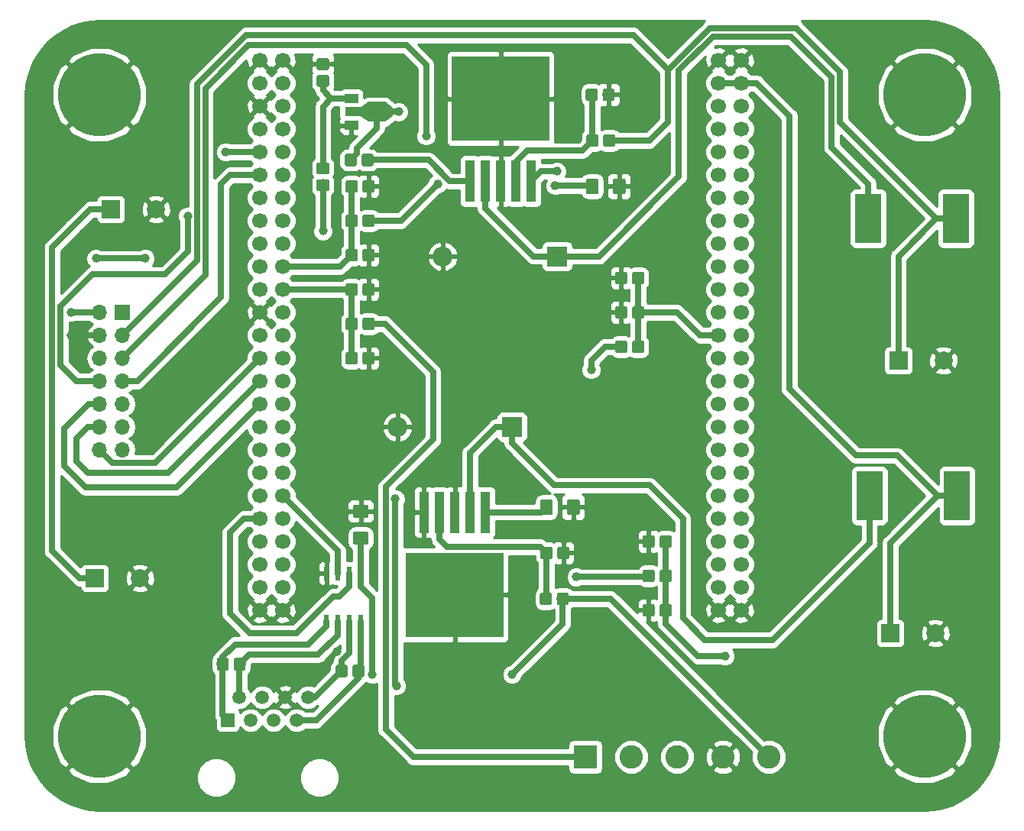
<source format=gtl>
G04 #@! TF.GenerationSoftware,KiCad,Pcbnew,5.0.0-fee4fd1~65~ubuntu17.10.1*
G04 #@! TF.CreationDate,2019-04-16T18:54:58-05:00*
G04 #@! TF.ProjectId,control_v1,636F6E74726F6C5F76312E6B69636164,1*
G04 #@! TF.SameCoordinates,Original*
G04 #@! TF.FileFunction,Copper,L1,Top,Signal*
G04 #@! TF.FilePolarity,Positive*
%FSLAX46Y46*%
G04 Gerber Fmt 4.6, Leading zero omitted, Abs format (unit mm)*
G04 Created by KiCad (PCBNEW 5.0.0-fee4fd1~65~ubuntu17.10.1) date Tue Apr 16 18:54:58 2019*
%MOMM*%
%LPD*%
G01*
G04 APERTURE LIST*
G04 #@! TA.AperFunction,ComponentPad*
%ADD10C,2.000000*%
G04 #@! TD*
G04 #@! TA.AperFunction,ComponentPad*
%ADD11R,2.000000X2.000000*%
G04 #@! TD*
G04 #@! TA.AperFunction,ComponentPad*
%ADD12C,1.700000*%
G04 #@! TD*
G04 #@! TA.AperFunction,Conductor*
%ADD13C,0.100000*%
G04 #@! TD*
G04 #@! TA.AperFunction,SMDPad,CuDef*
%ADD14C,1.425000*%
G04 #@! TD*
G04 #@! TA.AperFunction,ComponentPad*
%ADD15O,2.200000X2.200000*%
G04 #@! TD*
G04 #@! TA.AperFunction,ComponentPad*
%ADD16R,2.200000X2.200000*%
G04 #@! TD*
G04 #@! TA.AperFunction,ComponentPad*
%ADD17O,1.700000X1.700000*%
G04 #@! TD*
G04 #@! TA.AperFunction,ComponentPad*
%ADD18R,1.700000X1.700000*%
G04 #@! TD*
G04 #@! TA.AperFunction,ComponentPad*
%ADD19C,2.600000*%
G04 #@! TD*
G04 #@! TA.AperFunction,ComponentPad*
%ADD20R,2.600000X2.600000*%
G04 #@! TD*
G04 #@! TA.AperFunction,ComponentPad*
%ADD21C,1.500000*%
G04 #@! TD*
G04 #@! TA.AperFunction,ComponentPad*
%ADD22R,1.500000X1.500000*%
G04 #@! TD*
G04 #@! TA.AperFunction,SMDPad,CuDef*
%ADD23R,2.900000X5.400000*%
G04 #@! TD*
G04 #@! TA.AperFunction,SMDPad,CuDef*
%ADD24C,1.325000*%
G04 #@! TD*
G04 #@! TA.AperFunction,SMDPad,CuDef*
%ADD25R,10.800000X9.400000*%
G04 #@! TD*
G04 #@! TA.AperFunction,SMDPad,CuDef*
%ADD26R,1.100000X4.600000*%
G04 #@! TD*
G04 #@! TA.AperFunction,ComponentPad*
%ADD27C,9.200000*%
G04 #@! TD*
G04 #@! TA.AperFunction,SMDPad,CuDef*
%ADD28C,1.000000*%
G04 #@! TD*
G04 #@! TA.AperFunction,SMDPad,CuDef*
%ADD29R,1.840000X2.200000*%
G04 #@! TD*
G04 #@! TA.AperFunction,SMDPad,CuDef*
%ADD30R,1.500000X1.000000*%
G04 #@! TD*
G04 #@! TA.AperFunction,SMDPad,CuDef*
%ADD31R,1.800000X1.000000*%
G04 #@! TD*
G04 #@! TA.AperFunction,SMDPad,CuDef*
%ADD32C,0.850000*%
G04 #@! TD*
G04 #@! TA.AperFunction,SMDPad,CuDef*
%ADD33R,0.600000X1.550000*%
G04 #@! TD*
G04 #@! TA.AperFunction,ViaPad*
%ADD34C,1.000000*%
G04 #@! TD*
G04 #@! TA.AperFunction,Conductor*
%ADD35C,0.700000*%
G04 #@! TD*
G04 #@! TA.AperFunction,Conductor*
%ADD36C,0.254000*%
G04 #@! TD*
G04 APERTURE END LIST*
D10*
G04 #@! TO.P,C3,2*
G04 #@! TO.N,/GND*
X207819000Y-95504000D03*
D11*
G04 #@! TO.P,C3,1*
G04 #@! TO.N,/12v*
X202819000Y-95504000D03*
G04 #@! TD*
D12*
G04 #@! TO.P,M1,100*
G04 #@! TO.N,/GND*
X185420000Y-123190000D03*
G04 #@! TO.P,M1,99*
X182880000Y-123190000D03*
G04 #@! TO.P,M1,98*
G04 #@! TO.N,N/C*
X185420000Y-120650000D03*
G04 #@! TO.P,M1,97*
X182880000Y-120650000D03*
G04 #@! TO.P,M1,96*
X185420000Y-118110000D03*
G04 #@! TO.P,M1,95*
X182880000Y-118110000D03*
G04 #@! TO.P,M1,94*
X185420000Y-115570000D03*
G04 #@! TO.P,M1,93*
X182880000Y-115570000D03*
G04 #@! TO.P,M1,92*
X185420000Y-113030000D03*
G04 #@! TO.P,M1,91*
X182880000Y-113030000D03*
G04 #@! TO.P,M1,90*
X185420000Y-110490000D03*
G04 #@! TO.P,M1,89*
X182880000Y-110490000D03*
G04 #@! TO.P,M1,88*
X185420000Y-107950000D03*
G04 #@! TO.P,M1,87*
X182880000Y-107950000D03*
G04 #@! TO.P,M1,86*
X185420000Y-105410000D03*
G04 #@! TO.P,M1,85*
X182880000Y-105410000D03*
G04 #@! TO.P,M1,84*
X185420000Y-102870000D03*
G04 #@! TO.P,M1,83*
X182880000Y-102870000D03*
G04 #@! TO.P,M1,82*
X185420000Y-100330000D03*
G04 #@! TO.P,M1,81*
X182880000Y-100330000D03*
G04 #@! TO.P,M1,80*
X185420000Y-97790000D03*
G04 #@! TO.P,M1,79*
X182880000Y-97790000D03*
G04 #@! TO.P,M1,78*
X185420000Y-95250000D03*
G04 #@! TO.P,M1,77*
X182880000Y-95250000D03*
G04 #@! TO.P,M1,76*
G04 #@! TO.N,/microcontroller/HALL_B_SENSE*
X185420000Y-92710000D03*
G04 #@! TO.P,M1,75*
G04 #@! TO.N,/microcontroller/HALL_A_SENSE*
X182880000Y-92710000D03*
G04 #@! TO.P,M1,74*
G04 #@! TO.N,N/C*
X185420000Y-90170000D03*
G04 #@! TO.P,M1,73*
X182880000Y-90170000D03*
G04 #@! TO.P,M1,72*
X185420000Y-87630000D03*
G04 #@! TO.P,M1,71*
X182880000Y-87630000D03*
G04 #@! TO.P,M1,70*
X185420000Y-85090000D03*
G04 #@! TO.P,M1,69*
X182880000Y-85090000D03*
G04 #@! TO.P,M1,68*
X185420000Y-82550000D03*
G04 #@! TO.P,M1,67*
X182880000Y-82550000D03*
G04 #@! TO.P,M1,66*
X185420000Y-80010000D03*
G04 #@! TO.P,M1,65*
X182880000Y-80010000D03*
G04 #@! TO.P,M1,64*
X185420000Y-77470000D03*
G04 #@! TO.P,M1,63*
X182880000Y-77470000D03*
G04 #@! TO.P,M1,62*
X185420000Y-74930000D03*
G04 #@! TO.P,M1,61*
X182880000Y-74930000D03*
G04 #@! TO.P,M1,60*
X185420000Y-72390000D03*
G04 #@! TO.P,M1,59*
X182880000Y-72390000D03*
G04 #@! TO.P,M1,58*
X185420000Y-69850000D03*
G04 #@! TO.P,M1,57*
X182880000Y-69850000D03*
G04 #@! TO.P,M1,56*
X185420000Y-67310000D03*
G04 #@! TO.P,M1,55*
X182880000Y-67310000D03*
G04 #@! TO.P,M1,54*
G04 #@! TO.N,/5v*
X185420000Y-64770000D03*
G04 #@! TO.P,M1,53*
X182880000Y-64770000D03*
G04 #@! TO.P,M1,52*
G04 #@! TO.N,/GND*
X185420000Y-62230000D03*
G04 #@! TO.P,M1,51*
X182880000Y-62230000D03*
G04 #@! TO.P,M1,50*
X134620000Y-123190000D03*
G04 #@! TO.P,M1,49*
X132080000Y-123190000D03*
G04 #@! TO.P,M1,48*
G04 #@! TO.N,N/C*
X134620000Y-120650000D03*
G04 #@! TO.P,M1,47*
X132080000Y-120650000D03*
G04 #@! TO.P,M1,46*
X134620000Y-118110000D03*
G04 #@! TO.P,M1,45*
X132080000Y-118110000D03*
G04 #@! TO.P,M1,44*
X134620000Y-115570000D03*
G04 #@! TO.P,M1,43*
X132080000Y-115570000D03*
G04 #@! TO.P,M1,42*
X134620000Y-113030000D03*
G04 #@! TO.P,M1,41*
G04 #@! TO.N,/USART_RX*
X132080000Y-113030000D03*
G04 #@! TO.P,M1,40*
G04 #@! TO.N,/USART_TX*
X134620000Y-110490000D03*
G04 #@! TO.P,M1,39*
G04 #@! TO.N,N/C*
X132080000Y-110490000D03*
G04 #@! TO.P,M1,38*
X134620000Y-107950000D03*
G04 #@! TO.P,M1,37*
X132080000Y-107950000D03*
G04 #@! TO.P,M1,36*
X134620000Y-105410000D03*
G04 #@! TO.P,M1,35*
X132080000Y-105410000D03*
G04 #@! TO.P,M1,34*
X134620000Y-102870000D03*
G04 #@! TO.P,M1,33*
X132080000Y-102870000D03*
G04 #@! TO.P,M1,32*
X134620000Y-100330000D03*
G04 #@! TO.P,M1,31*
G04 #@! TO.N,/HS_C_TTL_PWM*
X132080000Y-100330000D03*
G04 #@! TO.P,M1,30*
G04 #@! TO.N,/LS_C_TTL_PWM*
X134620000Y-97790000D03*
G04 #@! TO.P,M1,29*
G04 #@! TO.N,/HS_B_TTL_PWM*
X132080000Y-97790000D03*
G04 #@! TO.P,M1,28*
G04 #@! TO.N,/LS_B_TTL_PWM*
X134620000Y-95250000D03*
G04 #@! TO.P,M1,27*
G04 #@! TO.N,/HS_A_TTL_PWM*
X132080000Y-95250000D03*
G04 #@! TO.P,M1,26*
G04 #@! TO.N,/LS_A_TTL_PWM*
X134620000Y-92710000D03*
G04 #@! TO.P,M1,25*
G04 #@! TO.N,N/C*
X132080000Y-92710000D03*
G04 #@! TO.P,M1,24*
X134620000Y-90170000D03*
G04 #@! TO.P,M1,23*
G04 #@! TO.N,/GND*
X132080000Y-90170000D03*
G04 #@! TO.P,M1,22*
G04 #@! TO.N,/microcontroller/HALL_C_SENSE*
X134620000Y-87630000D03*
G04 #@! TO.P,M1,21*
G04 #@! TO.N,N/C*
X132080000Y-87630000D03*
G04 #@! TO.P,M1,20*
G04 #@! TO.N,/microcontroller/PC4*
X134620000Y-85090000D03*
G04 #@! TO.P,M1,19*
G04 #@! TO.N,/microcontroller/PC5*
X132080000Y-85090000D03*
G04 #@! TO.P,M1,18*
G04 #@! TO.N,N/C*
X134620000Y-82550000D03*
G04 #@! TO.P,M1,17*
X132080000Y-82550000D03*
G04 #@! TO.P,M1,16*
X134620000Y-80010000D03*
G04 #@! TO.P,M1,15*
X132080000Y-80010000D03*
G04 #@! TO.P,M1,14*
X134620000Y-77470000D03*
G04 #@! TO.P,M1,13*
X132080000Y-77470000D03*
G04 #@! TO.P,M1,12*
X134620000Y-74930000D03*
G04 #@! TO.P,M1,11*
G04 #@! TO.N,/AUX_0*
X132080000Y-74930000D03*
G04 #@! TO.P,M1,10*
G04 #@! TO.N,N/C*
X134620000Y-72390000D03*
G04 #@! TO.P,M1,9*
G04 #@! TO.N,/AUX_1*
X132080000Y-72390000D03*
G04 #@! TO.P,M1,8*
G04 #@! TO.N,N/C*
X134620000Y-69850000D03*
G04 #@! TO.P,M1,7*
X132080000Y-69850000D03*
G04 #@! TO.P,M1,6*
X134620000Y-67310000D03*
G04 #@! TO.P,M1,5*
G04 #@! TO.N,/GND*
X132080000Y-67310000D03*
G04 #@! TO.P,M1,4*
G04 #@! TO.N,N/C*
X134620000Y-64770000D03*
G04 #@! TO.P,M1,3*
X132080000Y-64770000D03*
G04 #@! TO.P,M1,2*
G04 #@! TO.N,/GND*
X134620000Y-62230000D03*
G04 #@! TO.P,M1,1*
X132080000Y-62230000D03*
G04 #@! TD*
D13*
G04 #@! TO.N,/GND*
G04 #@! TO.C,C5*
G36*
X172372004Y-75326204D02*
X172396273Y-75329804D01*
X172420071Y-75335765D01*
X172443171Y-75344030D01*
X172465349Y-75354520D01*
X172486393Y-75367133D01*
X172506098Y-75381747D01*
X172524277Y-75398223D01*
X172540753Y-75416402D01*
X172555367Y-75436107D01*
X172567980Y-75457151D01*
X172578470Y-75479329D01*
X172586735Y-75502429D01*
X172592696Y-75526227D01*
X172596296Y-75550496D01*
X172597500Y-75575000D01*
X172597500Y-76825000D01*
X172596296Y-76849504D01*
X172592696Y-76873773D01*
X172586735Y-76897571D01*
X172578470Y-76920671D01*
X172567980Y-76942849D01*
X172555367Y-76963893D01*
X172540753Y-76983598D01*
X172524277Y-77001777D01*
X172506098Y-77018253D01*
X172486393Y-77032867D01*
X172465349Y-77045480D01*
X172443171Y-77055970D01*
X172420071Y-77064235D01*
X172396273Y-77070196D01*
X172372004Y-77073796D01*
X172347500Y-77075000D01*
X171422500Y-77075000D01*
X171397996Y-77073796D01*
X171373727Y-77070196D01*
X171349929Y-77064235D01*
X171326829Y-77055970D01*
X171304651Y-77045480D01*
X171283607Y-77032867D01*
X171263902Y-77018253D01*
X171245723Y-77001777D01*
X171229247Y-76983598D01*
X171214633Y-76963893D01*
X171202020Y-76942849D01*
X171191530Y-76920671D01*
X171183265Y-76897571D01*
X171177304Y-76873773D01*
X171173704Y-76849504D01*
X171172500Y-76825000D01*
X171172500Y-75575000D01*
X171173704Y-75550496D01*
X171177304Y-75526227D01*
X171183265Y-75502429D01*
X171191530Y-75479329D01*
X171202020Y-75457151D01*
X171214633Y-75436107D01*
X171229247Y-75416402D01*
X171245723Y-75398223D01*
X171263902Y-75381747D01*
X171283607Y-75367133D01*
X171304651Y-75354520D01*
X171326829Y-75344030D01*
X171349929Y-75335765D01*
X171373727Y-75329804D01*
X171397996Y-75326204D01*
X171422500Y-75325000D01*
X172347500Y-75325000D01*
X172372004Y-75326204D01*
X172372004Y-75326204D01*
G37*
D14*
G04 #@! TD*
G04 #@! TO.P,C5,2*
G04 #@! TO.N,/GND*
X171885000Y-76200000D03*
D13*
G04 #@! TO.N,/48v*
G04 #@! TO.C,C5*
G36*
X169397004Y-75326204D02*
X169421273Y-75329804D01*
X169445071Y-75335765D01*
X169468171Y-75344030D01*
X169490349Y-75354520D01*
X169511393Y-75367133D01*
X169531098Y-75381747D01*
X169549277Y-75398223D01*
X169565753Y-75416402D01*
X169580367Y-75436107D01*
X169592980Y-75457151D01*
X169603470Y-75479329D01*
X169611735Y-75502429D01*
X169617696Y-75526227D01*
X169621296Y-75550496D01*
X169622500Y-75575000D01*
X169622500Y-76825000D01*
X169621296Y-76849504D01*
X169617696Y-76873773D01*
X169611735Y-76897571D01*
X169603470Y-76920671D01*
X169592980Y-76942849D01*
X169580367Y-76963893D01*
X169565753Y-76983598D01*
X169549277Y-77001777D01*
X169531098Y-77018253D01*
X169511393Y-77032867D01*
X169490349Y-77045480D01*
X169468171Y-77055970D01*
X169445071Y-77064235D01*
X169421273Y-77070196D01*
X169397004Y-77073796D01*
X169372500Y-77075000D01*
X168447500Y-77075000D01*
X168422996Y-77073796D01*
X168398727Y-77070196D01*
X168374929Y-77064235D01*
X168351829Y-77055970D01*
X168329651Y-77045480D01*
X168308607Y-77032867D01*
X168288902Y-77018253D01*
X168270723Y-77001777D01*
X168254247Y-76983598D01*
X168239633Y-76963893D01*
X168227020Y-76942849D01*
X168216530Y-76920671D01*
X168208265Y-76897571D01*
X168202304Y-76873773D01*
X168198704Y-76849504D01*
X168197500Y-76825000D01*
X168197500Y-75575000D01*
X168198704Y-75550496D01*
X168202304Y-75526227D01*
X168208265Y-75502429D01*
X168216530Y-75479329D01*
X168227020Y-75457151D01*
X168239633Y-75436107D01*
X168254247Y-75416402D01*
X168270723Y-75398223D01*
X168288902Y-75381747D01*
X168308607Y-75367133D01*
X168329651Y-75354520D01*
X168351829Y-75344030D01*
X168374929Y-75335765D01*
X168398727Y-75329804D01*
X168422996Y-75326204D01*
X168447500Y-75325000D01*
X169372500Y-75325000D01*
X169397004Y-75326204D01*
X169397004Y-75326204D01*
G37*
D14*
G04 #@! TD*
G04 #@! TO.P,C5,1*
G04 #@! TO.N,/48v*
X168910000Y-76200000D03*
D13*
G04 #@! TO.N,/GND*
G04 #@! TO.C,C6*
G36*
X167292004Y-110886204D02*
X167316273Y-110889804D01*
X167340071Y-110895765D01*
X167363171Y-110904030D01*
X167385349Y-110914520D01*
X167406393Y-110927133D01*
X167426098Y-110941747D01*
X167444277Y-110958223D01*
X167460753Y-110976402D01*
X167475367Y-110996107D01*
X167487980Y-111017151D01*
X167498470Y-111039329D01*
X167506735Y-111062429D01*
X167512696Y-111086227D01*
X167516296Y-111110496D01*
X167517500Y-111135000D01*
X167517500Y-112385000D01*
X167516296Y-112409504D01*
X167512696Y-112433773D01*
X167506735Y-112457571D01*
X167498470Y-112480671D01*
X167487980Y-112502849D01*
X167475367Y-112523893D01*
X167460753Y-112543598D01*
X167444277Y-112561777D01*
X167426098Y-112578253D01*
X167406393Y-112592867D01*
X167385349Y-112605480D01*
X167363171Y-112615970D01*
X167340071Y-112624235D01*
X167316273Y-112630196D01*
X167292004Y-112633796D01*
X167267500Y-112635000D01*
X166342500Y-112635000D01*
X166317996Y-112633796D01*
X166293727Y-112630196D01*
X166269929Y-112624235D01*
X166246829Y-112615970D01*
X166224651Y-112605480D01*
X166203607Y-112592867D01*
X166183902Y-112578253D01*
X166165723Y-112561777D01*
X166149247Y-112543598D01*
X166134633Y-112523893D01*
X166122020Y-112502849D01*
X166111530Y-112480671D01*
X166103265Y-112457571D01*
X166097304Y-112433773D01*
X166093704Y-112409504D01*
X166092500Y-112385000D01*
X166092500Y-111135000D01*
X166093704Y-111110496D01*
X166097304Y-111086227D01*
X166103265Y-111062429D01*
X166111530Y-111039329D01*
X166122020Y-111017151D01*
X166134633Y-110996107D01*
X166149247Y-110976402D01*
X166165723Y-110958223D01*
X166183902Y-110941747D01*
X166203607Y-110927133D01*
X166224651Y-110914520D01*
X166246829Y-110904030D01*
X166269929Y-110895765D01*
X166293727Y-110889804D01*
X166317996Y-110886204D01*
X166342500Y-110885000D01*
X167267500Y-110885000D01*
X167292004Y-110886204D01*
X167292004Y-110886204D01*
G37*
D14*
G04 #@! TD*
G04 #@! TO.P,C6,2*
G04 #@! TO.N,/GND*
X166805000Y-111760000D03*
D13*
G04 #@! TO.N,/48v*
G04 #@! TO.C,C6*
G36*
X164317004Y-110886204D02*
X164341273Y-110889804D01*
X164365071Y-110895765D01*
X164388171Y-110904030D01*
X164410349Y-110914520D01*
X164431393Y-110927133D01*
X164451098Y-110941747D01*
X164469277Y-110958223D01*
X164485753Y-110976402D01*
X164500367Y-110996107D01*
X164512980Y-111017151D01*
X164523470Y-111039329D01*
X164531735Y-111062429D01*
X164537696Y-111086227D01*
X164541296Y-111110496D01*
X164542500Y-111135000D01*
X164542500Y-112385000D01*
X164541296Y-112409504D01*
X164537696Y-112433773D01*
X164531735Y-112457571D01*
X164523470Y-112480671D01*
X164512980Y-112502849D01*
X164500367Y-112523893D01*
X164485753Y-112543598D01*
X164469277Y-112561777D01*
X164451098Y-112578253D01*
X164431393Y-112592867D01*
X164410349Y-112605480D01*
X164388171Y-112615970D01*
X164365071Y-112624235D01*
X164341273Y-112630196D01*
X164317004Y-112633796D01*
X164292500Y-112635000D01*
X163367500Y-112635000D01*
X163342996Y-112633796D01*
X163318727Y-112630196D01*
X163294929Y-112624235D01*
X163271829Y-112615970D01*
X163249651Y-112605480D01*
X163228607Y-112592867D01*
X163208902Y-112578253D01*
X163190723Y-112561777D01*
X163174247Y-112543598D01*
X163159633Y-112523893D01*
X163147020Y-112502849D01*
X163136530Y-112480671D01*
X163128265Y-112457571D01*
X163122304Y-112433773D01*
X163118704Y-112409504D01*
X163117500Y-112385000D01*
X163117500Y-111135000D01*
X163118704Y-111110496D01*
X163122304Y-111086227D01*
X163128265Y-111062429D01*
X163136530Y-111039329D01*
X163147020Y-111017151D01*
X163159633Y-110996107D01*
X163174247Y-110976402D01*
X163190723Y-110958223D01*
X163208902Y-110941747D01*
X163228607Y-110927133D01*
X163249651Y-110914520D01*
X163271829Y-110904030D01*
X163294929Y-110895765D01*
X163318727Y-110889804D01*
X163342996Y-110886204D01*
X163367500Y-110885000D01*
X164292500Y-110885000D01*
X164317004Y-110886204D01*
X164317004Y-110886204D01*
G37*
D14*
G04 #@! TD*
G04 #@! TO.P,C6,1*
G04 #@! TO.N,/48v*
X163830000Y-111760000D03*
D15*
G04 #@! TO.P,D1,2*
G04 #@! TO.N,/GND*
X152323800Y-83972400D03*
D16*
G04 #@! TO.P,D1,1*
G04 #@! TO.N,/powerconverters/12v_OUT*
X165023800Y-83972400D03*
G04 #@! TD*
D15*
G04 #@! TO.P,D2,2*
G04 #@! TO.N,/GND*
X147320000Y-102870000D03*
D16*
G04 #@! TO.P,D2,1*
G04 #@! TO.N,/powerconverters/5v_OUT*
X160020000Y-102870000D03*
G04 #@! TD*
D17*
G04 #@! TO.P,J1,14*
G04 #@! TO.N,/HS_A_TTL_PWM*
X114300000Y-105410000D03*
G04 #@! TO.P,J1,13*
G04 #@! TO.N,/LS_A_TTL_PWM*
X116840000Y-105410000D03*
G04 #@! TO.P,J1,12*
G04 #@! TO.N,/HS_B_TTL_PWM*
X114300000Y-102870000D03*
G04 #@! TO.P,J1,11*
G04 #@! TO.N,/LS_B_TTL_PWM*
X116840000Y-102870000D03*
G04 #@! TO.P,J1,10*
G04 #@! TO.N,/HS_C_TTL_PWM*
X114300000Y-100330000D03*
G04 #@! TO.P,J1,9*
G04 #@! TO.N,/LS_C_TTL_PWM*
X116840000Y-100330000D03*
G04 #@! TO.P,J1,8*
G04 #@! TO.N,/AUX_1*
X114300000Y-97790000D03*
G04 #@! TO.P,J1,7*
G04 #@! TO.N,/AUX_0*
X116840000Y-97790000D03*
G04 #@! TO.P,J1,6*
G04 #@! TO.N,/PHASEB_FB*
X114300000Y-95250000D03*
G04 #@! TO.P,J1,5*
G04 #@! TO.N,/PHASEA_FB*
X116840000Y-95250000D03*
G04 #@! TO.P,J1,4*
G04 #@! TO.N,/GND*
X114300000Y-92710000D03*
G04 #@! TO.P,J1,3*
G04 #@! TO.N,/12v*
X116840000Y-92710000D03*
G04 #@! TO.P,J1,2*
G04 #@! TO.N,/5v*
X114300000Y-90170000D03*
D18*
G04 #@! TO.P,J1,1*
G04 #@! TO.N,/48v*
X116840000Y-90170000D03*
G04 #@! TD*
D19*
G04 #@! TO.P,J2,5*
G04 #@! TO.N,/5v*
X188468000Y-139446000D03*
G04 #@! TO.P,J2,4*
G04 #@! TO.N,/GND*
X183388000Y-139446000D03*
G04 #@! TO.P,J2,3*
G04 #@! TO.N,/HALL_A*
X178308000Y-139446000D03*
G04 #@! TO.P,J2,2*
G04 #@! TO.N,/HALL_B*
X173228000Y-139446000D03*
D20*
G04 #@! TO.P,J2,1*
G04 #@! TO.N,/HALL_C*
X168148000Y-139446000D03*
G04 #@! TD*
D21*
G04 #@! TO.P,J4,8*
G04 #@! TO.N,/-RX*
X137414000Y-132842000D03*
G04 #@! TO.P,J4,7*
G04 #@! TO.N,/+RX*
X136144000Y-135382000D03*
G04 #@! TO.P,J4,6*
G04 #@! TO.N,/GND*
X134874000Y-132842000D03*
G04 #@! TO.P,J4,5*
G04 #@! TO.N,/TransEnable_TTL*
X133604000Y-135382000D03*
G04 #@! TO.P,J4,4*
G04 #@! TO.N,N/C*
X132334000Y-132842000D03*
G04 #@! TO.P,J4,3*
G04 #@! TO.N,/5v*
X131064000Y-135382000D03*
G04 #@! TO.P,J4,2*
G04 #@! TO.N,/+TX*
X129794000Y-132842000D03*
D22*
G04 #@! TO.P,J4,1*
G04 #@! TO.N,/-TX*
X128524000Y-135382000D03*
G04 #@! TD*
D23*
G04 #@! TO.P,L1,1*
G04 #@! TO.N,/powerconverters/12v_OUT*
X199493000Y-79756000D03*
G04 #@! TO.P,L1,2*
G04 #@! TO.N,/12v*
X209193000Y-79756000D03*
G04 #@! TD*
G04 #@! TO.P,L2,1*
G04 #@! TO.N,/powerconverters/5v_OUT*
X199620000Y-110490000D03*
G04 #@! TO.P,L2,2*
G04 #@! TO.N,/5v*
X209320000Y-110490000D03*
G04 #@! TD*
D13*
G04 #@! TO.N,/powerconverters/12v_FB*
G04 #@! TO.C,R1*
G36*
X169347005Y-70421204D02*
X169371273Y-70424804D01*
X169395072Y-70430765D01*
X169418171Y-70439030D01*
X169440350Y-70449520D01*
X169461393Y-70462132D01*
X169481099Y-70476747D01*
X169499277Y-70493223D01*
X169515753Y-70511401D01*
X169530368Y-70531107D01*
X169542980Y-70552150D01*
X169553470Y-70574329D01*
X169561735Y-70597428D01*
X169567696Y-70621227D01*
X169571296Y-70645495D01*
X169572500Y-70669999D01*
X169572500Y-71570001D01*
X169571296Y-71594505D01*
X169567696Y-71618773D01*
X169561735Y-71642572D01*
X169553470Y-71665671D01*
X169542980Y-71687850D01*
X169530368Y-71708893D01*
X169515753Y-71728599D01*
X169499277Y-71746777D01*
X169481099Y-71763253D01*
X169461393Y-71777868D01*
X169440350Y-71790480D01*
X169418171Y-71800970D01*
X169395072Y-71809235D01*
X169371273Y-71815196D01*
X169347005Y-71818796D01*
X169322501Y-71820000D01*
X168497499Y-71820000D01*
X168472995Y-71818796D01*
X168448727Y-71815196D01*
X168424928Y-71809235D01*
X168401829Y-71800970D01*
X168379650Y-71790480D01*
X168358607Y-71777868D01*
X168338901Y-71763253D01*
X168320723Y-71746777D01*
X168304247Y-71728599D01*
X168289632Y-71708893D01*
X168277020Y-71687850D01*
X168266530Y-71665671D01*
X168258265Y-71642572D01*
X168252304Y-71618773D01*
X168248704Y-71594505D01*
X168247500Y-71570001D01*
X168247500Y-70669999D01*
X168248704Y-70645495D01*
X168252304Y-70621227D01*
X168258265Y-70597428D01*
X168266530Y-70574329D01*
X168277020Y-70552150D01*
X168289632Y-70531107D01*
X168304247Y-70511401D01*
X168320723Y-70493223D01*
X168338901Y-70476747D01*
X168358607Y-70462132D01*
X168379650Y-70449520D01*
X168401829Y-70439030D01*
X168424928Y-70430765D01*
X168448727Y-70424804D01*
X168472995Y-70421204D01*
X168497499Y-70420000D01*
X169322501Y-70420000D01*
X169347005Y-70421204D01*
X169347005Y-70421204D01*
G37*
D24*
G04 #@! TD*
G04 #@! TO.P,R1,2*
G04 #@! TO.N,/powerconverters/12v_FB*
X168910000Y-71120000D03*
D13*
G04 #@! TO.N,/12v*
G04 #@! TO.C,R1*
G36*
X171222005Y-70421204D02*
X171246273Y-70424804D01*
X171270072Y-70430765D01*
X171293171Y-70439030D01*
X171315350Y-70449520D01*
X171336393Y-70462132D01*
X171356099Y-70476747D01*
X171374277Y-70493223D01*
X171390753Y-70511401D01*
X171405368Y-70531107D01*
X171417980Y-70552150D01*
X171428470Y-70574329D01*
X171436735Y-70597428D01*
X171442696Y-70621227D01*
X171446296Y-70645495D01*
X171447500Y-70669999D01*
X171447500Y-71570001D01*
X171446296Y-71594505D01*
X171442696Y-71618773D01*
X171436735Y-71642572D01*
X171428470Y-71665671D01*
X171417980Y-71687850D01*
X171405368Y-71708893D01*
X171390753Y-71728599D01*
X171374277Y-71746777D01*
X171356099Y-71763253D01*
X171336393Y-71777868D01*
X171315350Y-71790480D01*
X171293171Y-71800970D01*
X171270072Y-71809235D01*
X171246273Y-71815196D01*
X171222005Y-71818796D01*
X171197501Y-71820000D01*
X170372499Y-71820000D01*
X170347995Y-71818796D01*
X170323727Y-71815196D01*
X170299928Y-71809235D01*
X170276829Y-71800970D01*
X170254650Y-71790480D01*
X170233607Y-71777868D01*
X170213901Y-71763253D01*
X170195723Y-71746777D01*
X170179247Y-71728599D01*
X170164632Y-71708893D01*
X170152020Y-71687850D01*
X170141530Y-71665671D01*
X170133265Y-71642572D01*
X170127304Y-71618773D01*
X170123704Y-71594505D01*
X170122500Y-71570001D01*
X170122500Y-70669999D01*
X170123704Y-70645495D01*
X170127304Y-70621227D01*
X170133265Y-70597428D01*
X170141530Y-70574329D01*
X170152020Y-70552150D01*
X170164632Y-70531107D01*
X170179247Y-70511401D01*
X170195723Y-70493223D01*
X170213901Y-70476747D01*
X170233607Y-70462132D01*
X170254650Y-70449520D01*
X170276829Y-70439030D01*
X170299928Y-70430765D01*
X170323727Y-70424804D01*
X170347995Y-70421204D01*
X170372499Y-70420000D01*
X171197501Y-70420000D01*
X171222005Y-70421204D01*
X171222005Y-70421204D01*
G37*
D24*
G04 #@! TD*
G04 #@! TO.P,R1,1*
G04 #@! TO.N,/12v*
X170785000Y-71120000D03*
D13*
G04 #@! TO.N,/GND*
G04 #@! TO.C,R4*
G36*
X166142005Y-116141204D02*
X166166273Y-116144804D01*
X166190072Y-116150765D01*
X166213171Y-116159030D01*
X166235350Y-116169520D01*
X166256393Y-116182132D01*
X166276099Y-116196747D01*
X166294277Y-116213223D01*
X166310753Y-116231401D01*
X166325368Y-116251107D01*
X166337980Y-116272150D01*
X166348470Y-116294329D01*
X166356735Y-116317428D01*
X166362696Y-116341227D01*
X166366296Y-116365495D01*
X166367500Y-116389999D01*
X166367500Y-117290001D01*
X166366296Y-117314505D01*
X166362696Y-117338773D01*
X166356735Y-117362572D01*
X166348470Y-117385671D01*
X166337980Y-117407850D01*
X166325368Y-117428893D01*
X166310753Y-117448599D01*
X166294277Y-117466777D01*
X166276099Y-117483253D01*
X166256393Y-117497868D01*
X166235350Y-117510480D01*
X166213171Y-117520970D01*
X166190072Y-117529235D01*
X166166273Y-117535196D01*
X166142005Y-117538796D01*
X166117501Y-117540000D01*
X165292499Y-117540000D01*
X165267995Y-117538796D01*
X165243727Y-117535196D01*
X165219928Y-117529235D01*
X165196829Y-117520970D01*
X165174650Y-117510480D01*
X165153607Y-117497868D01*
X165133901Y-117483253D01*
X165115723Y-117466777D01*
X165099247Y-117448599D01*
X165084632Y-117428893D01*
X165072020Y-117407850D01*
X165061530Y-117385671D01*
X165053265Y-117362572D01*
X165047304Y-117338773D01*
X165043704Y-117314505D01*
X165042500Y-117290001D01*
X165042500Y-116389999D01*
X165043704Y-116365495D01*
X165047304Y-116341227D01*
X165053265Y-116317428D01*
X165061530Y-116294329D01*
X165072020Y-116272150D01*
X165084632Y-116251107D01*
X165099247Y-116231401D01*
X165115723Y-116213223D01*
X165133901Y-116196747D01*
X165153607Y-116182132D01*
X165174650Y-116169520D01*
X165196829Y-116159030D01*
X165219928Y-116150765D01*
X165243727Y-116144804D01*
X165267995Y-116141204D01*
X165292499Y-116140000D01*
X166117501Y-116140000D01*
X166142005Y-116141204D01*
X166142005Y-116141204D01*
G37*
D24*
G04 #@! TD*
G04 #@! TO.P,R4,2*
G04 #@! TO.N,/GND*
X165705000Y-116840000D03*
D13*
G04 #@! TO.N,/powerconverters/5v_FB*
G04 #@! TO.C,R4*
G36*
X164267005Y-116141204D02*
X164291273Y-116144804D01*
X164315072Y-116150765D01*
X164338171Y-116159030D01*
X164360350Y-116169520D01*
X164381393Y-116182132D01*
X164401099Y-116196747D01*
X164419277Y-116213223D01*
X164435753Y-116231401D01*
X164450368Y-116251107D01*
X164462980Y-116272150D01*
X164473470Y-116294329D01*
X164481735Y-116317428D01*
X164487696Y-116341227D01*
X164491296Y-116365495D01*
X164492500Y-116389999D01*
X164492500Y-117290001D01*
X164491296Y-117314505D01*
X164487696Y-117338773D01*
X164481735Y-117362572D01*
X164473470Y-117385671D01*
X164462980Y-117407850D01*
X164450368Y-117428893D01*
X164435753Y-117448599D01*
X164419277Y-117466777D01*
X164401099Y-117483253D01*
X164381393Y-117497868D01*
X164360350Y-117510480D01*
X164338171Y-117520970D01*
X164315072Y-117529235D01*
X164291273Y-117535196D01*
X164267005Y-117538796D01*
X164242501Y-117540000D01*
X163417499Y-117540000D01*
X163392995Y-117538796D01*
X163368727Y-117535196D01*
X163344928Y-117529235D01*
X163321829Y-117520970D01*
X163299650Y-117510480D01*
X163278607Y-117497868D01*
X163258901Y-117483253D01*
X163240723Y-117466777D01*
X163224247Y-117448599D01*
X163209632Y-117428893D01*
X163197020Y-117407850D01*
X163186530Y-117385671D01*
X163178265Y-117362572D01*
X163172304Y-117338773D01*
X163168704Y-117314505D01*
X163167500Y-117290001D01*
X163167500Y-116389999D01*
X163168704Y-116365495D01*
X163172304Y-116341227D01*
X163178265Y-116317428D01*
X163186530Y-116294329D01*
X163197020Y-116272150D01*
X163209632Y-116251107D01*
X163224247Y-116231401D01*
X163240723Y-116213223D01*
X163258901Y-116196747D01*
X163278607Y-116182132D01*
X163299650Y-116169520D01*
X163321829Y-116159030D01*
X163344928Y-116150765D01*
X163368727Y-116144804D01*
X163392995Y-116141204D01*
X163417499Y-116140000D01*
X164242501Y-116140000D01*
X164267005Y-116141204D01*
X164267005Y-116141204D01*
G37*
D24*
G04 #@! TD*
G04 #@! TO.P,R4,1*
G04 #@! TO.N,/powerconverters/5v_FB*
X163830000Y-116840000D03*
D13*
G04 #@! TO.N,/GND*
G04 #@! TO.C,R7*
G36*
X144552005Y-83121204D02*
X144576273Y-83124804D01*
X144600072Y-83130765D01*
X144623171Y-83139030D01*
X144645350Y-83149520D01*
X144666393Y-83162132D01*
X144686099Y-83176747D01*
X144704277Y-83193223D01*
X144720753Y-83211401D01*
X144735368Y-83231107D01*
X144747980Y-83252150D01*
X144758470Y-83274329D01*
X144766735Y-83297428D01*
X144772696Y-83321227D01*
X144776296Y-83345495D01*
X144777500Y-83369999D01*
X144777500Y-84270001D01*
X144776296Y-84294505D01*
X144772696Y-84318773D01*
X144766735Y-84342572D01*
X144758470Y-84365671D01*
X144747980Y-84387850D01*
X144735368Y-84408893D01*
X144720753Y-84428599D01*
X144704277Y-84446777D01*
X144686099Y-84463253D01*
X144666393Y-84477868D01*
X144645350Y-84490480D01*
X144623171Y-84500970D01*
X144600072Y-84509235D01*
X144576273Y-84515196D01*
X144552005Y-84518796D01*
X144527501Y-84520000D01*
X143702499Y-84520000D01*
X143677995Y-84518796D01*
X143653727Y-84515196D01*
X143629928Y-84509235D01*
X143606829Y-84500970D01*
X143584650Y-84490480D01*
X143563607Y-84477868D01*
X143543901Y-84463253D01*
X143525723Y-84446777D01*
X143509247Y-84428599D01*
X143494632Y-84408893D01*
X143482020Y-84387850D01*
X143471530Y-84365671D01*
X143463265Y-84342572D01*
X143457304Y-84318773D01*
X143453704Y-84294505D01*
X143452500Y-84270001D01*
X143452500Y-83369999D01*
X143453704Y-83345495D01*
X143457304Y-83321227D01*
X143463265Y-83297428D01*
X143471530Y-83274329D01*
X143482020Y-83252150D01*
X143494632Y-83231107D01*
X143509247Y-83211401D01*
X143525723Y-83193223D01*
X143543901Y-83176747D01*
X143563607Y-83162132D01*
X143584650Y-83149520D01*
X143606829Y-83139030D01*
X143629928Y-83130765D01*
X143653727Y-83124804D01*
X143677995Y-83121204D01*
X143702499Y-83120000D01*
X144527501Y-83120000D01*
X144552005Y-83121204D01*
X144552005Y-83121204D01*
G37*
D24*
G04 #@! TD*
G04 #@! TO.P,R7,2*
G04 #@! TO.N,/GND*
X144115000Y-83820000D03*
D13*
G04 #@! TO.N,/microcontroller/PC4*
G04 #@! TO.C,R7*
G36*
X142677005Y-83121204D02*
X142701273Y-83124804D01*
X142725072Y-83130765D01*
X142748171Y-83139030D01*
X142770350Y-83149520D01*
X142791393Y-83162132D01*
X142811099Y-83176747D01*
X142829277Y-83193223D01*
X142845753Y-83211401D01*
X142860368Y-83231107D01*
X142872980Y-83252150D01*
X142883470Y-83274329D01*
X142891735Y-83297428D01*
X142897696Y-83321227D01*
X142901296Y-83345495D01*
X142902500Y-83369999D01*
X142902500Y-84270001D01*
X142901296Y-84294505D01*
X142897696Y-84318773D01*
X142891735Y-84342572D01*
X142883470Y-84365671D01*
X142872980Y-84387850D01*
X142860368Y-84408893D01*
X142845753Y-84428599D01*
X142829277Y-84446777D01*
X142811099Y-84463253D01*
X142791393Y-84477868D01*
X142770350Y-84490480D01*
X142748171Y-84500970D01*
X142725072Y-84509235D01*
X142701273Y-84515196D01*
X142677005Y-84518796D01*
X142652501Y-84520000D01*
X141827499Y-84520000D01*
X141802995Y-84518796D01*
X141778727Y-84515196D01*
X141754928Y-84509235D01*
X141731829Y-84500970D01*
X141709650Y-84490480D01*
X141688607Y-84477868D01*
X141668901Y-84463253D01*
X141650723Y-84446777D01*
X141634247Y-84428599D01*
X141619632Y-84408893D01*
X141607020Y-84387850D01*
X141596530Y-84365671D01*
X141588265Y-84342572D01*
X141582304Y-84318773D01*
X141578704Y-84294505D01*
X141577500Y-84270001D01*
X141577500Y-83369999D01*
X141578704Y-83345495D01*
X141582304Y-83321227D01*
X141588265Y-83297428D01*
X141596530Y-83274329D01*
X141607020Y-83252150D01*
X141619632Y-83231107D01*
X141634247Y-83211401D01*
X141650723Y-83193223D01*
X141668901Y-83176747D01*
X141688607Y-83162132D01*
X141709650Y-83149520D01*
X141731829Y-83139030D01*
X141754928Y-83130765D01*
X141778727Y-83124804D01*
X141802995Y-83121204D01*
X141827499Y-83120000D01*
X142652501Y-83120000D01*
X142677005Y-83121204D01*
X142677005Y-83121204D01*
G37*
D24*
G04 #@! TD*
G04 #@! TO.P,R7,1*
G04 #@! TO.N,/microcontroller/PC4*
X142240000Y-83820000D03*
D13*
G04 #@! TO.N,/microcontroller/PC4*
G04 #@! TO.C,R8*
G36*
X142677005Y-79311204D02*
X142701273Y-79314804D01*
X142725072Y-79320765D01*
X142748171Y-79329030D01*
X142770350Y-79339520D01*
X142791393Y-79352132D01*
X142811099Y-79366747D01*
X142829277Y-79383223D01*
X142845753Y-79401401D01*
X142860368Y-79421107D01*
X142872980Y-79442150D01*
X142883470Y-79464329D01*
X142891735Y-79487428D01*
X142897696Y-79511227D01*
X142901296Y-79535495D01*
X142902500Y-79559999D01*
X142902500Y-80460001D01*
X142901296Y-80484505D01*
X142897696Y-80508773D01*
X142891735Y-80532572D01*
X142883470Y-80555671D01*
X142872980Y-80577850D01*
X142860368Y-80598893D01*
X142845753Y-80618599D01*
X142829277Y-80636777D01*
X142811099Y-80653253D01*
X142791393Y-80667868D01*
X142770350Y-80680480D01*
X142748171Y-80690970D01*
X142725072Y-80699235D01*
X142701273Y-80705196D01*
X142677005Y-80708796D01*
X142652501Y-80710000D01*
X141827499Y-80710000D01*
X141802995Y-80708796D01*
X141778727Y-80705196D01*
X141754928Y-80699235D01*
X141731829Y-80690970D01*
X141709650Y-80680480D01*
X141688607Y-80667868D01*
X141668901Y-80653253D01*
X141650723Y-80636777D01*
X141634247Y-80618599D01*
X141619632Y-80598893D01*
X141607020Y-80577850D01*
X141596530Y-80555671D01*
X141588265Y-80532572D01*
X141582304Y-80508773D01*
X141578704Y-80484505D01*
X141577500Y-80460001D01*
X141577500Y-79559999D01*
X141578704Y-79535495D01*
X141582304Y-79511227D01*
X141588265Y-79487428D01*
X141596530Y-79464329D01*
X141607020Y-79442150D01*
X141619632Y-79421107D01*
X141634247Y-79401401D01*
X141650723Y-79383223D01*
X141668901Y-79366747D01*
X141688607Y-79352132D01*
X141709650Y-79339520D01*
X141731829Y-79329030D01*
X141754928Y-79320765D01*
X141778727Y-79314804D01*
X141802995Y-79311204D01*
X141827499Y-79310000D01*
X142652501Y-79310000D01*
X142677005Y-79311204D01*
X142677005Y-79311204D01*
G37*
D24*
G04 #@! TD*
G04 #@! TO.P,R8,2*
G04 #@! TO.N,/microcontroller/PC4*
X142240000Y-80010000D03*
D13*
G04 #@! TO.N,/PHASEA_FB*
G04 #@! TO.C,R8*
G36*
X144552005Y-79311204D02*
X144576273Y-79314804D01*
X144600072Y-79320765D01*
X144623171Y-79329030D01*
X144645350Y-79339520D01*
X144666393Y-79352132D01*
X144686099Y-79366747D01*
X144704277Y-79383223D01*
X144720753Y-79401401D01*
X144735368Y-79421107D01*
X144747980Y-79442150D01*
X144758470Y-79464329D01*
X144766735Y-79487428D01*
X144772696Y-79511227D01*
X144776296Y-79535495D01*
X144777500Y-79559999D01*
X144777500Y-80460001D01*
X144776296Y-80484505D01*
X144772696Y-80508773D01*
X144766735Y-80532572D01*
X144758470Y-80555671D01*
X144747980Y-80577850D01*
X144735368Y-80598893D01*
X144720753Y-80618599D01*
X144704277Y-80636777D01*
X144686099Y-80653253D01*
X144666393Y-80667868D01*
X144645350Y-80680480D01*
X144623171Y-80690970D01*
X144600072Y-80699235D01*
X144576273Y-80705196D01*
X144552005Y-80708796D01*
X144527501Y-80710000D01*
X143702499Y-80710000D01*
X143677995Y-80708796D01*
X143653727Y-80705196D01*
X143629928Y-80699235D01*
X143606829Y-80690970D01*
X143584650Y-80680480D01*
X143563607Y-80667868D01*
X143543901Y-80653253D01*
X143525723Y-80636777D01*
X143509247Y-80618599D01*
X143494632Y-80598893D01*
X143482020Y-80577850D01*
X143471530Y-80555671D01*
X143463265Y-80532572D01*
X143457304Y-80508773D01*
X143453704Y-80484505D01*
X143452500Y-80460001D01*
X143452500Y-79559999D01*
X143453704Y-79535495D01*
X143457304Y-79511227D01*
X143463265Y-79487428D01*
X143471530Y-79464329D01*
X143482020Y-79442150D01*
X143494632Y-79421107D01*
X143509247Y-79401401D01*
X143525723Y-79383223D01*
X143543901Y-79366747D01*
X143563607Y-79352132D01*
X143584650Y-79339520D01*
X143606829Y-79329030D01*
X143629928Y-79320765D01*
X143653727Y-79314804D01*
X143677995Y-79311204D01*
X143702499Y-79310000D01*
X144527501Y-79310000D01*
X144552005Y-79311204D01*
X144552005Y-79311204D01*
G37*
D24*
G04 #@! TD*
G04 #@! TO.P,R8,1*
G04 #@! TO.N,/PHASEA_FB*
X144115000Y-80010000D03*
D25*
G04 #@! TO.P,U1,3*
G04 #@! TO.N,/GND*
X158750000Y-66475000D03*
D26*
G04 #@! TO.P,U1,5*
G04 #@! TO.N,/powerconverters/TransEnable*
X162150000Y-75625000D03*
G04 #@! TO.P,U1,4*
G04 #@! TO.N,/powerconverters/12v_FB*
X160450000Y-75625000D03*
G04 #@! TO.P,U1,3*
G04 #@! TO.N,/GND*
X158750000Y-75625000D03*
G04 #@! TO.P,U1,2*
G04 #@! TO.N,/powerconverters/12v_OUT*
X157050000Y-75625000D03*
G04 #@! TO.P,U1,1*
G04 #@! TO.N,/48v*
X155350000Y-75625000D03*
G04 #@! TD*
D25*
G04 #@! TO.P,U2,3*
G04 #@! TO.N,/GND*
X153670000Y-121485000D03*
D26*
G04 #@! TO.P,U2,5*
X150270000Y-112335000D03*
G04 #@! TO.P,U2,4*
G04 #@! TO.N,/powerconverters/5v_FB*
X151970000Y-112335000D03*
G04 #@! TO.P,U2,3*
G04 #@! TO.N,/GND*
X153670000Y-112335000D03*
G04 #@! TO.P,U2,2*
G04 #@! TO.N,/powerconverters/5v_OUT*
X155370000Y-112335000D03*
G04 #@! TO.P,U2,1*
G04 #@! TO.N,/48v*
X157070000Y-112335000D03*
G04 #@! TD*
D13*
G04 #@! TO.N,/GND*
G04 #@! TO.C,C7*
G36*
X144552005Y-94551204D02*
X144576273Y-94554804D01*
X144600072Y-94560765D01*
X144623171Y-94569030D01*
X144645350Y-94579520D01*
X144666393Y-94592132D01*
X144686099Y-94606747D01*
X144704277Y-94623223D01*
X144720753Y-94641401D01*
X144735368Y-94661107D01*
X144747980Y-94682150D01*
X144758470Y-94704329D01*
X144766735Y-94727428D01*
X144772696Y-94751227D01*
X144776296Y-94775495D01*
X144777500Y-94799999D01*
X144777500Y-95700001D01*
X144776296Y-95724505D01*
X144772696Y-95748773D01*
X144766735Y-95772572D01*
X144758470Y-95795671D01*
X144747980Y-95817850D01*
X144735368Y-95838893D01*
X144720753Y-95858599D01*
X144704277Y-95876777D01*
X144686099Y-95893253D01*
X144666393Y-95907868D01*
X144645350Y-95920480D01*
X144623171Y-95930970D01*
X144600072Y-95939235D01*
X144576273Y-95945196D01*
X144552005Y-95948796D01*
X144527501Y-95950000D01*
X143702499Y-95950000D01*
X143677995Y-95948796D01*
X143653727Y-95945196D01*
X143629928Y-95939235D01*
X143606829Y-95930970D01*
X143584650Y-95920480D01*
X143563607Y-95907868D01*
X143543901Y-95893253D01*
X143525723Y-95876777D01*
X143509247Y-95858599D01*
X143494632Y-95838893D01*
X143482020Y-95817850D01*
X143471530Y-95795671D01*
X143463265Y-95772572D01*
X143457304Y-95748773D01*
X143453704Y-95724505D01*
X143452500Y-95700001D01*
X143452500Y-94799999D01*
X143453704Y-94775495D01*
X143457304Y-94751227D01*
X143463265Y-94727428D01*
X143471530Y-94704329D01*
X143482020Y-94682150D01*
X143494632Y-94661107D01*
X143509247Y-94641401D01*
X143525723Y-94623223D01*
X143543901Y-94606747D01*
X143563607Y-94592132D01*
X143584650Y-94579520D01*
X143606829Y-94569030D01*
X143629928Y-94560765D01*
X143653727Y-94554804D01*
X143677995Y-94551204D01*
X143702499Y-94550000D01*
X144527501Y-94550000D01*
X144552005Y-94551204D01*
X144552005Y-94551204D01*
G37*
D24*
G04 #@! TD*
G04 #@! TO.P,C7,2*
G04 #@! TO.N,/GND*
X144115000Y-95250000D03*
D13*
G04 #@! TO.N,/microcontroller/HALL_C_SENSE*
G04 #@! TO.C,C7*
G36*
X142677005Y-94551204D02*
X142701273Y-94554804D01*
X142725072Y-94560765D01*
X142748171Y-94569030D01*
X142770350Y-94579520D01*
X142791393Y-94592132D01*
X142811099Y-94606747D01*
X142829277Y-94623223D01*
X142845753Y-94641401D01*
X142860368Y-94661107D01*
X142872980Y-94682150D01*
X142883470Y-94704329D01*
X142891735Y-94727428D01*
X142897696Y-94751227D01*
X142901296Y-94775495D01*
X142902500Y-94799999D01*
X142902500Y-95700001D01*
X142901296Y-95724505D01*
X142897696Y-95748773D01*
X142891735Y-95772572D01*
X142883470Y-95795671D01*
X142872980Y-95817850D01*
X142860368Y-95838893D01*
X142845753Y-95858599D01*
X142829277Y-95876777D01*
X142811099Y-95893253D01*
X142791393Y-95907868D01*
X142770350Y-95920480D01*
X142748171Y-95930970D01*
X142725072Y-95939235D01*
X142701273Y-95945196D01*
X142677005Y-95948796D01*
X142652501Y-95950000D01*
X141827499Y-95950000D01*
X141802995Y-95948796D01*
X141778727Y-95945196D01*
X141754928Y-95939235D01*
X141731829Y-95930970D01*
X141709650Y-95920480D01*
X141688607Y-95907868D01*
X141668901Y-95893253D01*
X141650723Y-95876777D01*
X141634247Y-95858599D01*
X141619632Y-95838893D01*
X141607020Y-95817850D01*
X141596530Y-95795671D01*
X141588265Y-95772572D01*
X141582304Y-95748773D01*
X141578704Y-95724505D01*
X141577500Y-95700001D01*
X141577500Y-94799999D01*
X141578704Y-94775495D01*
X141582304Y-94751227D01*
X141588265Y-94727428D01*
X141596530Y-94704329D01*
X141607020Y-94682150D01*
X141619632Y-94661107D01*
X141634247Y-94641401D01*
X141650723Y-94623223D01*
X141668901Y-94606747D01*
X141688607Y-94592132D01*
X141709650Y-94579520D01*
X141731829Y-94569030D01*
X141754928Y-94560765D01*
X141778727Y-94554804D01*
X141802995Y-94551204D01*
X141827499Y-94550000D01*
X142652501Y-94550000D01*
X142677005Y-94551204D01*
X142677005Y-94551204D01*
G37*
D24*
G04 #@! TD*
G04 #@! TO.P,C7,1*
G04 #@! TO.N,/microcontroller/HALL_C_SENSE*
X142240000Y-95250000D03*
D13*
G04 #@! TO.N,/GND*
G04 #@! TO.C,C8*
G36*
X175600005Y-114871204D02*
X175624273Y-114874804D01*
X175648072Y-114880765D01*
X175671171Y-114889030D01*
X175693350Y-114899520D01*
X175714393Y-114912132D01*
X175734099Y-114926747D01*
X175752277Y-114943223D01*
X175768753Y-114961401D01*
X175783368Y-114981107D01*
X175795980Y-115002150D01*
X175806470Y-115024329D01*
X175814735Y-115047428D01*
X175820696Y-115071227D01*
X175824296Y-115095495D01*
X175825500Y-115119999D01*
X175825500Y-116020001D01*
X175824296Y-116044505D01*
X175820696Y-116068773D01*
X175814735Y-116092572D01*
X175806470Y-116115671D01*
X175795980Y-116137850D01*
X175783368Y-116158893D01*
X175768753Y-116178599D01*
X175752277Y-116196777D01*
X175734099Y-116213253D01*
X175714393Y-116227868D01*
X175693350Y-116240480D01*
X175671171Y-116250970D01*
X175648072Y-116259235D01*
X175624273Y-116265196D01*
X175600005Y-116268796D01*
X175575501Y-116270000D01*
X174750499Y-116270000D01*
X174725995Y-116268796D01*
X174701727Y-116265196D01*
X174677928Y-116259235D01*
X174654829Y-116250970D01*
X174632650Y-116240480D01*
X174611607Y-116227868D01*
X174591901Y-116213253D01*
X174573723Y-116196777D01*
X174557247Y-116178599D01*
X174542632Y-116158893D01*
X174530020Y-116137850D01*
X174519530Y-116115671D01*
X174511265Y-116092572D01*
X174505304Y-116068773D01*
X174501704Y-116044505D01*
X174500500Y-116020001D01*
X174500500Y-115119999D01*
X174501704Y-115095495D01*
X174505304Y-115071227D01*
X174511265Y-115047428D01*
X174519530Y-115024329D01*
X174530020Y-115002150D01*
X174542632Y-114981107D01*
X174557247Y-114961401D01*
X174573723Y-114943223D01*
X174591901Y-114926747D01*
X174611607Y-114912132D01*
X174632650Y-114899520D01*
X174654829Y-114889030D01*
X174677928Y-114880765D01*
X174701727Y-114874804D01*
X174725995Y-114871204D01*
X174750499Y-114870000D01*
X175575501Y-114870000D01*
X175600005Y-114871204D01*
X175600005Y-114871204D01*
G37*
D24*
G04 #@! TD*
G04 #@! TO.P,C8,2*
G04 #@! TO.N,/GND*
X175163000Y-115570000D03*
D13*
G04 #@! TO.N,/microcontroller/HALL_B_SENSE*
G04 #@! TO.C,C8*
G36*
X177475005Y-114871204D02*
X177499273Y-114874804D01*
X177523072Y-114880765D01*
X177546171Y-114889030D01*
X177568350Y-114899520D01*
X177589393Y-114912132D01*
X177609099Y-114926747D01*
X177627277Y-114943223D01*
X177643753Y-114961401D01*
X177658368Y-114981107D01*
X177670980Y-115002150D01*
X177681470Y-115024329D01*
X177689735Y-115047428D01*
X177695696Y-115071227D01*
X177699296Y-115095495D01*
X177700500Y-115119999D01*
X177700500Y-116020001D01*
X177699296Y-116044505D01*
X177695696Y-116068773D01*
X177689735Y-116092572D01*
X177681470Y-116115671D01*
X177670980Y-116137850D01*
X177658368Y-116158893D01*
X177643753Y-116178599D01*
X177627277Y-116196777D01*
X177609099Y-116213253D01*
X177589393Y-116227868D01*
X177568350Y-116240480D01*
X177546171Y-116250970D01*
X177523072Y-116259235D01*
X177499273Y-116265196D01*
X177475005Y-116268796D01*
X177450501Y-116270000D01*
X176625499Y-116270000D01*
X176600995Y-116268796D01*
X176576727Y-116265196D01*
X176552928Y-116259235D01*
X176529829Y-116250970D01*
X176507650Y-116240480D01*
X176486607Y-116227868D01*
X176466901Y-116213253D01*
X176448723Y-116196777D01*
X176432247Y-116178599D01*
X176417632Y-116158893D01*
X176405020Y-116137850D01*
X176394530Y-116115671D01*
X176386265Y-116092572D01*
X176380304Y-116068773D01*
X176376704Y-116044505D01*
X176375500Y-116020001D01*
X176375500Y-115119999D01*
X176376704Y-115095495D01*
X176380304Y-115071227D01*
X176386265Y-115047428D01*
X176394530Y-115024329D01*
X176405020Y-115002150D01*
X176417632Y-114981107D01*
X176432247Y-114961401D01*
X176448723Y-114943223D01*
X176466901Y-114926747D01*
X176486607Y-114912132D01*
X176507650Y-114899520D01*
X176529829Y-114889030D01*
X176552928Y-114880765D01*
X176576727Y-114874804D01*
X176600995Y-114871204D01*
X176625499Y-114870000D01*
X177450501Y-114870000D01*
X177475005Y-114871204D01*
X177475005Y-114871204D01*
G37*
D24*
G04 #@! TD*
G04 #@! TO.P,C8,1*
G04 #@! TO.N,/microcontroller/HALL_B_SENSE*
X177038000Y-115570000D03*
D13*
G04 #@! TO.N,/GND*
G04 #@! TO.C,C9*
G36*
X172552005Y-85661204D02*
X172576273Y-85664804D01*
X172600072Y-85670765D01*
X172623171Y-85679030D01*
X172645350Y-85689520D01*
X172666393Y-85702132D01*
X172686099Y-85716747D01*
X172704277Y-85733223D01*
X172720753Y-85751401D01*
X172735368Y-85771107D01*
X172747980Y-85792150D01*
X172758470Y-85814329D01*
X172766735Y-85837428D01*
X172772696Y-85861227D01*
X172776296Y-85885495D01*
X172777500Y-85909999D01*
X172777500Y-86810001D01*
X172776296Y-86834505D01*
X172772696Y-86858773D01*
X172766735Y-86882572D01*
X172758470Y-86905671D01*
X172747980Y-86927850D01*
X172735368Y-86948893D01*
X172720753Y-86968599D01*
X172704277Y-86986777D01*
X172686099Y-87003253D01*
X172666393Y-87017868D01*
X172645350Y-87030480D01*
X172623171Y-87040970D01*
X172600072Y-87049235D01*
X172576273Y-87055196D01*
X172552005Y-87058796D01*
X172527501Y-87060000D01*
X171702499Y-87060000D01*
X171677995Y-87058796D01*
X171653727Y-87055196D01*
X171629928Y-87049235D01*
X171606829Y-87040970D01*
X171584650Y-87030480D01*
X171563607Y-87017868D01*
X171543901Y-87003253D01*
X171525723Y-86986777D01*
X171509247Y-86968599D01*
X171494632Y-86948893D01*
X171482020Y-86927850D01*
X171471530Y-86905671D01*
X171463265Y-86882572D01*
X171457304Y-86858773D01*
X171453704Y-86834505D01*
X171452500Y-86810001D01*
X171452500Y-85909999D01*
X171453704Y-85885495D01*
X171457304Y-85861227D01*
X171463265Y-85837428D01*
X171471530Y-85814329D01*
X171482020Y-85792150D01*
X171494632Y-85771107D01*
X171509247Y-85751401D01*
X171525723Y-85733223D01*
X171543901Y-85716747D01*
X171563607Y-85702132D01*
X171584650Y-85689520D01*
X171606829Y-85679030D01*
X171629928Y-85670765D01*
X171653727Y-85664804D01*
X171677995Y-85661204D01*
X171702499Y-85660000D01*
X172527501Y-85660000D01*
X172552005Y-85661204D01*
X172552005Y-85661204D01*
G37*
D24*
G04 #@! TD*
G04 #@! TO.P,C9,2*
G04 #@! TO.N,/GND*
X172115000Y-86360000D03*
D13*
G04 #@! TO.N,/microcontroller/HALL_A_SENSE*
G04 #@! TO.C,C9*
G36*
X174427005Y-85661204D02*
X174451273Y-85664804D01*
X174475072Y-85670765D01*
X174498171Y-85679030D01*
X174520350Y-85689520D01*
X174541393Y-85702132D01*
X174561099Y-85716747D01*
X174579277Y-85733223D01*
X174595753Y-85751401D01*
X174610368Y-85771107D01*
X174622980Y-85792150D01*
X174633470Y-85814329D01*
X174641735Y-85837428D01*
X174647696Y-85861227D01*
X174651296Y-85885495D01*
X174652500Y-85909999D01*
X174652500Y-86810001D01*
X174651296Y-86834505D01*
X174647696Y-86858773D01*
X174641735Y-86882572D01*
X174633470Y-86905671D01*
X174622980Y-86927850D01*
X174610368Y-86948893D01*
X174595753Y-86968599D01*
X174579277Y-86986777D01*
X174561099Y-87003253D01*
X174541393Y-87017868D01*
X174520350Y-87030480D01*
X174498171Y-87040970D01*
X174475072Y-87049235D01*
X174451273Y-87055196D01*
X174427005Y-87058796D01*
X174402501Y-87060000D01*
X173577499Y-87060000D01*
X173552995Y-87058796D01*
X173528727Y-87055196D01*
X173504928Y-87049235D01*
X173481829Y-87040970D01*
X173459650Y-87030480D01*
X173438607Y-87017868D01*
X173418901Y-87003253D01*
X173400723Y-86986777D01*
X173384247Y-86968599D01*
X173369632Y-86948893D01*
X173357020Y-86927850D01*
X173346530Y-86905671D01*
X173338265Y-86882572D01*
X173332304Y-86858773D01*
X173328704Y-86834505D01*
X173327500Y-86810001D01*
X173327500Y-85909999D01*
X173328704Y-85885495D01*
X173332304Y-85861227D01*
X173338265Y-85837428D01*
X173346530Y-85814329D01*
X173357020Y-85792150D01*
X173369632Y-85771107D01*
X173384247Y-85751401D01*
X173400723Y-85733223D01*
X173418901Y-85716747D01*
X173438607Y-85702132D01*
X173459650Y-85689520D01*
X173481829Y-85679030D01*
X173504928Y-85670765D01*
X173528727Y-85664804D01*
X173552995Y-85661204D01*
X173577499Y-85660000D01*
X174402501Y-85660000D01*
X174427005Y-85661204D01*
X174427005Y-85661204D01*
G37*
D24*
G04 #@! TD*
G04 #@! TO.P,C9,1*
G04 #@! TO.N,/microcontroller/HALL_A_SENSE*
X173990000Y-86360000D03*
D13*
G04 #@! TO.N,/GND*
G04 #@! TO.C,C11*
G36*
X144552005Y-75501204D02*
X144576273Y-75504804D01*
X144600072Y-75510765D01*
X144623171Y-75519030D01*
X144645350Y-75529520D01*
X144666393Y-75542132D01*
X144686099Y-75556747D01*
X144704277Y-75573223D01*
X144720753Y-75591401D01*
X144735368Y-75611107D01*
X144747980Y-75632150D01*
X144758470Y-75654329D01*
X144766735Y-75677428D01*
X144772696Y-75701227D01*
X144776296Y-75725495D01*
X144777500Y-75749999D01*
X144777500Y-76650001D01*
X144776296Y-76674505D01*
X144772696Y-76698773D01*
X144766735Y-76722572D01*
X144758470Y-76745671D01*
X144747980Y-76767850D01*
X144735368Y-76788893D01*
X144720753Y-76808599D01*
X144704277Y-76826777D01*
X144686099Y-76843253D01*
X144666393Y-76857868D01*
X144645350Y-76870480D01*
X144623171Y-76880970D01*
X144600072Y-76889235D01*
X144576273Y-76895196D01*
X144552005Y-76898796D01*
X144527501Y-76900000D01*
X143702499Y-76900000D01*
X143677995Y-76898796D01*
X143653727Y-76895196D01*
X143629928Y-76889235D01*
X143606829Y-76880970D01*
X143584650Y-76870480D01*
X143563607Y-76857868D01*
X143543901Y-76843253D01*
X143525723Y-76826777D01*
X143509247Y-76808599D01*
X143494632Y-76788893D01*
X143482020Y-76767850D01*
X143471530Y-76745671D01*
X143463265Y-76722572D01*
X143457304Y-76698773D01*
X143453704Y-76674505D01*
X143452500Y-76650001D01*
X143452500Y-75749999D01*
X143453704Y-75725495D01*
X143457304Y-75701227D01*
X143463265Y-75677428D01*
X143471530Y-75654329D01*
X143482020Y-75632150D01*
X143494632Y-75611107D01*
X143509247Y-75591401D01*
X143525723Y-75573223D01*
X143543901Y-75556747D01*
X143563607Y-75542132D01*
X143584650Y-75529520D01*
X143606829Y-75519030D01*
X143629928Y-75510765D01*
X143653727Y-75504804D01*
X143677995Y-75501204D01*
X143702499Y-75500000D01*
X144527501Y-75500000D01*
X144552005Y-75501204D01*
X144552005Y-75501204D01*
G37*
D24*
G04 #@! TD*
G04 #@! TO.P,C11,2*
G04 #@! TO.N,/GND*
X144115000Y-76200000D03*
D13*
G04 #@! TO.N,/microcontroller/PC4*
G04 #@! TO.C,C11*
G36*
X142677005Y-75501204D02*
X142701273Y-75504804D01*
X142725072Y-75510765D01*
X142748171Y-75519030D01*
X142770350Y-75529520D01*
X142791393Y-75542132D01*
X142811099Y-75556747D01*
X142829277Y-75573223D01*
X142845753Y-75591401D01*
X142860368Y-75611107D01*
X142872980Y-75632150D01*
X142883470Y-75654329D01*
X142891735Y-75677428D01*
X142897696Y-75701227D01*
X142901296Y-75725495D01*
X142902500Y-75749999D01*
X142902500Y-76650001D01*
X142901296Y-76674505D01*
X142897696Y-76698773D01*
X142891735Y-76722572D01*
X142883470Y-76745671D01*
X142872980Y-76767850D01*
X142860368Y-76788893D01*
X142845753Y-76808599D01*
X142829277Y-76826777D01*
X142811099Y-76843253D01*
X142791393Y-76857868D01*
X142770350Y-76870480D01*
X142748171Y-76880970D01*
X142725072Y-76889235D01*
X142701273Y-76895196D01*
X142677005Y-76898796D01*
X142652501Y-76900000D01*
X141827499Y-76900000D01*
X141802995Y-76898796D01*
X141778727Y-76895196D01*
X141754928Y-76889235D01*
X141731829Y-76880970D01*
X141709650Y-76870480D01*
X141688607Y-76857868D01*
X141668901Y-76843253D01*
X141650723Y-76826777D01*
X141634247Y-76808599D01*
X141619632Y-76788893D01*
X141607020Y-76767850D01*
X141596530Y-76745671D01*
X141588265Y-76722572D01*
X141582304Y-76698773D01*
X141578704Y-76674505D01*
X141577500Y-76650001D01*
X141577500Y-75749999D01*
X141578704Y-75725495D01*
X141582304Y-75701227D01*
X141588265Y-75677428D01*
X141596530Y-75654329D01*
X141607020Y-75632150D01*
X141619632Y-75611107D01*
X141634247Y-75591401D01*
X141650723Y-75573223D01*
X141668901Y-75556747D01*
X141688607Y-75542132D01*
X141709650Y-75529520D01*
X141731829Y-75519030D01*
X141754928Y-75510765D01*
X141778727Y-75504804D01*
X141802995Y-75501204D01*
X141827499Y-75500000D01*
X142652501Y-75500000D01*
X142677005Y-75501204D01*
X142677005Y-75501204D01*
G37*
D24*
G04 #@! TD*
G04 #@! TO.P,C11,1*
G04 #@! TO.N,/microcontroller/PC4*
X142240000Y-76200000D03*
D13*
G04 #@! TO.N,/HALL_C*
G04 #@! TO.C,R9*
G36*
X144552005Y-90741204D02*
X144576273Y-90744804D01*
X144600072Y-90750765D01*
X144623171Y-90759030D01*
X144645350Y-90769520D01*
X144666393Y-90782132D01*
X144686099Y-90796747D01*
X144704277Y-90813223D01*
X144720753Y-90831401D01*
X144735368Y-90851107D01*
X144747980Y-90872150D01*
X144758470Y-90894329D01*
X144766735Y-90917428D01*
X144772696Y-90941227D01*
X144776296Y-90965495D01*
X144777500Y-90989999D01*
X144777500Y-91890001D01*
X144776296Y-91914505D01*
X144772696Y-91938773D01*
X144766735Y-91962572D01*
X144758470Y-91985671D01*
X144747980Y-92007850D01*
X144735368Y-92028893D01*
X144720753Y-92048599D01*
X144704277Y-92066777D01*
X144686099Y-92083253D01*
X144666393Y-92097868D01*
X144645350Y-92110480D01*
X144623171Y-92120970D01*
X144600072Y-92129235D01*
X144576273Y-92135196D01*
X144552005Y-92138796D01*
X144527501Y-92140000D01*
X143702499Y-92140000D01*
X143677995Y-92138796D01*
X143653727Y-92135196D01*
X143629928Y-92129235D01*
X143606829Y-92120970D01*
X143584650Y-92110480D01*
X143563607Y-92097868D01*
X143543901Y-92083253D01*
X143525723Y-92066777D01*
X143509247Y-92048599D01*
X143494632Y-92028893D01*
X143482020Y-92007850D01*
X143471530Y-91985671D01*
X143463265Y-91962572D01*
X143457304Y-91938773D01*
X143453704Y-91914505D01*
X143452500Y-91890001D01*
X143452500Y-90989999D01*
X143453704Y-90965495D01*
X143457304Y-90941227D01*
X143463265Y-90917428D01*
X143471530Y-90894329D01*
X143482020Y-90872150D01*
X143494632Y-90851107D01*
X143509247Y-90831401D01*
X143525723Y-90813223D01*
X143543901Y-90796747D01*
X143563607Y-90782132D01*
X143584650Y-90769520D01*
X143606829Y-90759030D01*
X143629928Y-90750765D01*
X143653727Y-90744804D01*
X143677995Y-90741204D01*
X143702499Y-90740000D01*
X144527501Y-90740000D01*
X144552005Y-90741204D01*
X144552005Y-90741204D01*
G37*
D24*
G04 #@! TD*
G04 #@! TO.P,R9,2*
G04 #@! TO.N,/HALL_C*
X144115000Y-91440000D03*
D13*
G04 #@! TO.N,/microcontroller/HALL_C_SENSE*
G04 #@! TO.C,R9*
G36*
X142677005Y-90741204D02*
X142701273Y-90744804D01*
X142725072Y-90750765D01*
X142748171Y-90759030D01*
X142770350Y-90769520D01*
X142791393Y-90782132D01*
X142811099Y-90796747D01*
X142829277Y-90813223D01*
X142845753Y-90831401D01*
X142860368Y-90851107D01*
X142872980Y-90872150D01*
X142883470Y-90894329D01*
X142891735Y-90917428D01*
X142897696Y-90941227D01*
X142901296Y-90965495D01*
X142902500Y-90989999D01*
X142902500Y-91890001D01*
X142901296Y-91914505D01*
X142897696Y-91938773D01*
X142891735Y-91962572D01*
X142883470Y-91985671D01*
X142872980Y-92007850D01*
X142860368Y-92028893D01*
X142845753Y-92048599D01*
X142829277Y-92066777D01*
X142811099Y-92083253D01*
X142791393Y-92097868D01*
X142770350Y-92110480D01*
X142748171Y-92120970D01*
X142725072Y-92129235D01*
X142701273Y-92135196D01*
X142677005Y-92138796D01*
X142652501Y-92140000D01*
X141827499Y-92140000D01*
X141802995Y-92138796D01*
X141778727Y-92135196D01*
X141754928Y-92129235D01*
X141731829Y-92120970D01*
X141709650Y-92110480D01*
X141688607Y-92097868D01*
X141668901Y-92083253D01*
X141650723Y-92066777D01*
X141634247Y-92048599D01*
X141619632Y-92028893D01*
X141607020Y-92007850D01*
X141596530Y-91985671D01*
X141588265Y-91962572D01*
X141582304Y-91938773D01*
X141578704Y-91914505D01*
X141577500Y-91890001D01*
X141577500Y-90989999D01*
X141578704Y-90965495D01*
X141582304Y-90941227D01*
X141588265Y-90917428D01*
X141596530Y-90894329D01*
X141607020Y-90872150D01*
X141619632Y-90851107D01*
X141634247Y-90831401D01*
X141650723Y-90813223D01*
X141668901Y-90796747D01*
X141688607Y-90782132D01*
X141709650Y-90769520D01*
X141731829Y-90759030D01*
X141754928Y-90750765D01*
X141778727Y-90744804D01*
X141802995Y-90741204D01*
X141827499Y-90740000D01*
X142652501Y-90740000D01*
X142677005Y-90741204D01*
X142677005Y-90741204D01*
G37*
D24*
G04 #@! TD*
G04 #@! TO.P,R9,1*
G04 #@! TO.N,/microcontroller/HALL_C_SENSE*
X142240000Y-91440000D03*
D13*
G04 #@! TO.N,/GND*
G04 #@! TO.C,R10*
G36*
X144552005Y-86931204D02*
X144576273Y-86934804D01*
X144600072Y-86940765D01*
X144623171Y-86949030D01*
X144645350Y-86959520D01*
X144666393Y-86972132D01*
X144686099Y-86986747D01*
X144704277Y-87003223D01*
X144720753Y-87021401D01*
X144735368Y-87041107D01*
X144747980Y-87062150D01*
X144758470Y-87084329D01*
X144766735Y-87107428D01*
X144772696Y-87131227D01*
X144776296Y-87155495D01*
X144777500Y-87179999D01*
X144777500Y-88080001D01*
X144776296Y-88104505D01*
X144772696Y-88128773D01*
X144766735Y-88152572D01*
X144758470Y-88175671D01*
X144747980Y-88197850D01*
X144735368Y-88218893D01*
X144720753Y-88238599D01*
X144704277Y-88256777D01*
X144686099Y-88273253D01*
X144666393Y-88287868D01*
X144645350Y-88300480D01*
X144623171Y-88310970D01*
X144600072Y-88319235D01*
X144576273Y-88325196D01*
X144552005Y-88328796D01*
X144527501Y-88330000D01*
X143702499Y-88330000D01*
X143677995Y-88328796D01*
X143653727Y-88325196D01*
X143629928Y-88319235D01*
X143606829Y-88310970D01*
X143584650Y-88300480D01*
X143563607Y-88287868D01*
X143543901Y-88273253D01*
X143525723Y-88256777D01*
X143509247Y-88238599D01*
X143494632Y-88218893D01*
X143482020Y-88197850D01*
X143471530Y-88175671D01*
X143463265Y-88152572D01*
X143457304Y-88128773D01*
X143453704Y-88104505D01*
X143452500Y-88080001D01*
X143452500Y-87179999D01*
X143453704Y-87155495D01*
X143457304Y-87131227D01*
X143463265Y-87107428D01*
X143471530Y-87084329D01*
X143482020Y-87062150D01*
X143494632Y-87041107D01*
X143509247Y-87021401D01*
X143525723Y-87003223D01*
X143543901Y-86986747D01*
X143563607Y-86972132D01*
X143584650Y-86959520D01*
X143606829Y-86949030D01*
X143629928Y-86940765D01*
X143653727Y-86934804D01*
X143677995Y-86931204D01*
X143702499Y-86930000D01*
X144527501Y-86930000D01*
X144552005Y-86931204D01*
X144552005Y-86931204D01*
G37*
D24*
G04 #@! TD*
G04 #@! TO.P,R10,2*
G04 #@! TO.N,/GND*
X144115000Y-87630000D03*
D13*
G04 #@! TO.N,/microcontroller/HALL_C_SENSE*
G04 #@! TO.C,R10*
G36*
X142677005Y-86931204D02*
X142701273Y-86934804D01*
X142725072Y-86940765D01*
X142748171Y-86949030D01*
X142770350Y-86959520D01*
X142791393Y-86972132D01*
X142811099Y-86986747D01*
X142829277Y-87003223D01*
X142845753Y-87021401D01*
X142860368Y-87041107D01*
X142872980Y-87062150D01*
X142883470Y-87084329D01*
X142891735Y-87107428D01*
X142897696Y-87131227D01*
X142901296Y-87155495D01*
X142902500Y-87179999D01*
X142902500Y-88080001D01*
X142901296Y-88104505D01*
X142897696Y-88128773D01*
X142891735Y-88152572D01*
X142883470Y-88175671D01*
X142872980Y-88197850D01*
X142860368Y-88218893D01*
X142845753Y-88238599D01*
X142829277Y-88256777D01*
X142811099Y-88273253D01*
X142791393Y-88287868D01*
X142770350Y-88300480D01*
X142748171Y-88310970D01*
X142725072Y-88319235D01*
X142701273Y-88325196D01*
X142677005Y-88328796D01*
X142652501Y-88330000D01*
X141827499Y-88330000D01*
X141802995Y-88328796D01*
X141778727Y-88325196D01*
X141754928Y-88319235D01*
X141731829Y-88310970D01*
X141709650Y-88300480D01*
X141688607Y-88287868D01*
X141668901Y-88273253D01*
X141650723Y-88256777D01*
X141634247Y-88238599D01*
X141619632Y-88218893D01*
X141607020Y-88197850D01*
X141596530Y-88175671D01*
X141588265Y-88152572D01*
X141582304Y-88128773D01*
X141578704Y-88104505D01*
X141577500Y-88080001D01*
X141577500Y-87179999D01*
X141578704Y-87155495D01*
X141582304Y-87131227D01*
X141588265Y-87107428D01*
X141596530Y-87084329D01*
X141607020Y-87062150D01*
X141619632Y-87041107D01*
X141634247Y-87021401D01*
X141650723Y-87003223D01*
X141668901Y-86986747D01*
X141688607Y-86972132D01*
X141709650Y-86959520D01*
X141731829Y-86949030D01*
X141754928Y-86940765D01*
X141778727Y-86934804D01*
X141802995Y-86931204D01*
X141827499Y-86930000D01*
X142652501Y-86930000D01*
X142677005Y-86931204D01*
X142677005Y-86931204D01*
G37*
D24*
G04 #@! TD*
G04 #@! TO.P,R10,1*
G04 #@! TO.N,/microcontroller/HALL_C_SENSE*
X142240000Y-87630000D03*
D13*
G04 #@! TO.N,/HALL_B*
G04 #@! TO.C,R11*
G36*
X175600005Y-118681204D02*
X175624273Y-118684804D01*
X175648072Y-118690765D01*
X175671171Y-118699030D01*
X175693350Y-118709520D01*
X175714393Y-118722132D01*
X175734099Y-118736747D01*
X175752277Y-118753223D01*
X175768753Y-118771401D01*
X175783368Y-118791107D01*
X175795980Y-118812150D01*
X175806470Y-118834329D01*
X175814735Y-118857428D01*
X175820696Y-118881227D01*
X175824296Y-118905495D01*
X175825500Y-118929999D01*
X175825500Y-119830001D01*
X175824296Y-119854505D01*
X175820696Y-119878773D01*
X175814735Y-119902572D01*
X175806470Y-119925671D01*
X175795980Y-119947850D01*
X175783368Y-119968893D01*
X175768753Y-119988599D01*
X175752277Y-120006777D01*
X175734099Y-120023253D01*
X175714393Y-120037868D01*
X175693350Y-120050480D01*
X175671171Y-120060970D01*
X175648072Y-120069235D01*
X175624273Y-120075196D01*
X175600005Y-120078796D01*
X175575501Y-120080000D01*
X174750499Y-120080000D01*
X174725995Y-120078796D01*
X174701727Y-120075196D01*
X174677928Y-120069235D01*
X174654829Y-120060970D01*
X174632650Y-120050480D01*
X174611607Y-120037868D01*
X174591901Y-120023253D01*
X174573723Y-120006777D01*
X174557247Y-119988599D01*
X174542632Y-119968893D01*
X174530020Y-119947850D01*
X174519530Y-119925671D01*
X174511265Y-119902572D01*
X174505304Y-119878773D01*
X174501704Y-119854505D01*
X174500500Y-119830001D01*
X174500500Y-118929999D01*
X174501704Y-118905495D01*
X174505304Y-118881227D01*
X174511265Y-118857428D01*
X174519530Y-118834329D01*
X174530020Y-118812150D01*
X174542632Y-118791107D01*
X174557247Y-118771401D01*
X174573723Y-118753223D01*
X174591901Y-118736747D01*
X174611607Y-118722132D01*
X174632650Y-118709520D01*
X174654829Y-118699030D01*
X174677928Y-118690765D01*
X174701727Y-118684804D01*
X174725995Y-118681204D01*
X174750499Y-118680000D01*
X175575501Y-118680000D01*
X175600005Y-118681204D01*
X175600005Y-118681204D01*
G37*
D24*
G04 #@! TD*
G04 #@! TO.P,R11,2*
G04 #@! TO.N,/HALL_B*
X175163000Y-119380000D03*
D13*
G04 #@! TO.N,/microcontroller/HALL_B_SENSE*
G04 #@! TO.C,R11*
G36*
X177475005Y-118681204D02*
X177499273Y-118684804D01*
X177523072Y-118690765D01*
X177546171Y-118699030D01*
X177568350Y-118709520D01*
X177589393Y-118722132D01*
X177609099Y-118736747D01*
X177627277Y-118753223D01*
X177643753Y-118771401D01*
X177658368Y-118791107D01*
X177670980Y-118812150D01*
X177681470Y-118834329D01*
X177689735Y-118857428D01*
X177695696Y-118881227D01*
X177699296Y-118905495D01*
X177700500Y-118929999D01*
X177700500Y-119830001D01*
X177699296Y-119854505D01*
X177695696Y-119878773D01*
X177689735Y-119902572D01*
X177681470Y-119925671D01*
X177670980Y-119947850D01*
X177658368Y-119968893D01*
X177643753Y-119988599D01*
X177627277Y-120006777D01*
X177609099Y-120023253D01*
X177589393Y-120037868D01*
X177568350Y-120050480D01*
X177546171Y-120060970D01*
X177523072Y-120069235D01*
X177499273Y-120075196D01*
X177475005Y-120078796D01*
X177450501Y-120080000D01*
X176625499Y-120080000D01*
X176600995Y-120078796D01*
X176576727Y-120075196D01*
X176552928Y-120069235D01*
X176529829Y-120060970D01*
X176507650Y-120050480D01*
X176486607Y-120037868D01*
X176466901Y-120023253D01*
X176448723Y-120006777D01*
X176432247Y-119988599D01*
X176417632Y-119968893D01*
X176405020Y-119947850D01*
X176394530Y-119925671D01*
X176386265Y-119902572D01*
X176380304Y-119878773D01*
X176376704Y-119854505D01*
X176375500Y-119830001D01*
X176375500Y-118929999D01*
X176376704Y-118905495D01*
X176380304Y-118881227D01*
X176386265Y-118857428D01*
X176394530Y-118834329D01*
X176405020Y-118812150D01*
X176417632Y-118791107D01*
X176432247Y-118771401D01*
X176448723Y-118753223D01*
X176466901Y-118736747D01*
X176486607Y-118722132D01*
X176507650Y-118709520D01*
X176529829Y-118699030D01*
X176552928Y-118690765D01*
X176576727Y-118684804D01*
X176600995Y-118681204D01*
X176625499Y-118680000D01*
X177450501Y-118680000D01*
X177475005Y-118681204D01*
X177475005Y-118681204D01*
G37*
D24*
G04 #@! TD*
G04 #@! TO.P,R11,1*
G04 #@! TO.N,/microcontroller/HALL_B_SENSE*
X177038000Y-119380000D03*
D13*
G04 #@! TO.N,/GND*
G04 #@! TO.C,R12*
G36*
X175600005Y-122491204D02*
X175624273Y-122494804D01*
X175648072Y-122500765D01*
X175671171Y-122509030D01*
X175693350Y-122519520D01*
X175714393Y-122532132D01*
X175734099Y-122546747D01*
X175752277Y-122563223D01*
X175768753Y-122581401D01*
X175783368Y-122601107D01*
X175795980Y-122622150D01*
X175806470Y-122644329D01*
X175814735Y-122667428D01*
X175820696Y-122691227D01*
X175824296Y-122715495D01*
X175825500Y-122739999D01*
X175825500Y-123640001D01*
X175824296Y-123664505D01*
X175820696Y-123688773D01*
X175814735Y-123712572D01*
X175806470Y-123735671D01*
X175795980Y-123757850D01*
X175783368Y-123778893D01*
X175768753Y-123798599D01*
X175752277Y-123816777D01*
X175734099Y-123833253D01*
X175714393Y-123847868D01*
X175693350Y-123860480D01*
X175671171Y-123870970D01*
X175648072Y-123879235D01*
X175624273Y-123885196D01*
X175600005Y-123888796D01*
X175575501Y-123890000D01*
X174750499Y-123890000D01*
X174725995Y-123888796D01*
X174701727Y-123885196D01*
X174677928Y-123879235D01*
X174654829Y-123870970D01*
X174632650Y-123860480D01*
X174611607Y-123847868D01*
X174591901Y-123833253D01*
X174573723Y-123816777D01*
X174557247Y-123798599D01*
X174542632Y-123778893D01*
X174530020Y-123757850D01*
X174519530Y-123735671D01*
X174511265Y-123712572D01*
X174505304Y-123688773D01*
X174501704Y-123664505D01*
X174500500Y-123640001D01*
X174500500Y-122739999D01*
X174501704Y-122715495D01*
X174505304Y-122691227D01*
X174511265Y-122667428D01*
X174519530Y-122644329D01*
X174530020Y-122622150D01*
X174542632Y-122601107D01*
X174557247Y-122581401D01*
X174573723Y-122563223D01*
X174591901Y-122546747D01*
X174611607Y-122532132D01*
X174632650Y-122519520D01*
X174654829Y-122509030D01*
X174677928Y-122500765D01*
X174701727Y-122494804D01*
X174725995Y-122491204D01*
X174750499Y-122490000D01*
X175575501Y-122490000D01*
X175600005Y-122491204D01*
X175600005Y-122491204D01*
G37*
D24*
G04 #@! TD*
G04 #@! TO.P,R12,2*
G04 #@! TO.N,/GND*
X175163000Y-123190000D03*
D13*
G04 #@! TO.N,/microcontroller/HALL_B_SENSE*
G04 #@! TO.C,R12*
G36*
X177475005Y-122491204D02*
X177499273Y-122494804D01*
X177523072Y-122500765D01*
X177546171Y-122509030D01*
X177568350Y-122519520D01*
X177589393Y-122532132D01*
X177609099Y-122546747D01*
X177627277Y-122563223D01*
X177643753Y-122581401D01*
X177658368Y-122601107D01*
X177670980Y-122622150D01*
X177681470Y-122644329D01*
X177689735Y-122667428D01*
X177695696Y-122691227D01*
X177699296Y-122715495D01*
X177700500Y-122739999D01*
X177700500Y-123640001D01*
X177699296Y-123664505D01*
X177695696Y-123688773D01*
X177689735Y-123712572D01*
X177681470Y-123735671D01*
X177670980Y-123757850D01*
X177658368Y-123778893D01*
X177643753Y-123798599D01*
X177627277Y-123816777D01*
X177609099Y-123833253D01*
X177589393Y-123847868D01*
X177568350Y-123860480D01*
X177546171Y-123870970D01*
X177523072Y-123879235D01*
X177499273Y-123885196D01*
X177475005Y-123888796D01*
X177450501Y-123890000D01*
X176625499Y-123890000D01*
X176600995Y-123888796D01*
X176576727Y-123885196D01*
X176552928Y-123879235D01*
X176529829Y-123870970D01*
X176507650Y-123860480D01*
X176486607Y-123847868D01*
X176466901Y-123833253D01*
X176448723Y-123816777D01*
X176432247Y-123798599D01*
X176417632Y-123778893D01*
X176405020Y-123757850D01*
X176394530Y-123735671D01*
X176386265Y-123712572D01*
X176380304Y-123688773D01*
X176376704Y-123664505D01*
X176375500Y-123640001D01*
X176375500Y-122739999D01*
X176376704Y-122715495D01*
X176380304Y-122691227D01*
X176386265Y-122667428D01*
X176394530Y-122644329D01*
X176405020Y-122622150D01*
X176417632Y-122601107D01*
X176432247Y-122581401D01*
X176448723Y-122563223D01*
X176466901Y-122546747D01*
X176486607Y-122532132D01*
X176507650Y-122519520D01*
X176529829Y-122509030D01*
X176552928Y-122500765D01*
X176576727Y-122494804D01*
X176600995Y-122491204D01*
X176625499Y-122490000D01*
X177450501Y-122490000D01*
X177475005Y-122491204D01*
X177475005Y-122491204D01*
G37*
D24*
G04 #@! TD*
G04 #@! TO.P,R12,1*
G04 #@! TO.N,/microcontroller/HALL_B_SENSE*
X177038000Y-123190000D03*
D13*
G04 #@! TO.N,/HALL_A*
G04 #@! TO.C,R13*
G36*
X172552005Y-93281204D02*
X172576273Y-93284804D01*
X172600072Y-93290765D01*
X172623171Y-93299030D01*
X172645350Y-93309520D01*
X172666393Y-93322132D01*
X172686099Y-93336747D01*
X172704277Y-93353223D01*
X172720753Y-93371401D01*
X172735368Y-93391107D01*
X172747980Y-93412150D01*
X172758470Y-93434329D01*
X172766735Y-93457428D01*
X172772696Y-93481227D01*
X172776296Y-93505495D01*
X172777500Y-93529999D01*
X172777500Y-94430001D01*
X172776296Y-94454505D01*
X172772696Y-94478773D01*
X172766735Y-94502572D01*
X172758470Y-94525671D01*
X172747980Y-94547850D01*
X172735368Y-94568893D01*
X172720753Y-94588599D01*
X172704277Y-94606777D01*
X172686099Y-94623253D01*
X172666393Y-94637868D01*
X172645350Y-94650480D01*
X172623171Y-94660970D01*
X172600072Y-94669235D01*
X172576273Y-94675196D01*
X172552005Y-94678796D01*
X172527501Y-94680000D01*
X171702499Y-94680000D01*
X171677995Y-94678796D01*
X171653727Y-94675196D01*
X171629928Y-94669235D01*
X171606829Y-94660970D01*
X171584650Y-94650480D01*
X171563607Y-94637868D01*
X171543901Y-94623253D01*
X171525723Y-94606777D01*
X171509247Y-94588599D01*
X171494632Y-94568893D01*
X171482020Y-94547850D01*
X171471530Y-94525671D01*
X171463265Y-94502572D01*
X171457304Y-94478773D01*
X171453704Y-94454505D01*
X171452500Y-94430001D01*
X171452500Y-93529999D01*
X171453704Y-93505495D01*
X171457304Y-93481227D01*
X171463265Y-93457428D01*
X171471530Y-93434329D01*
X171482020Y-93412150D01*
X171494632Y-93391107D01*
X171509247Y-93371401D01*
X171525723Y-93353223D01*
X171543901Y-93336747D01*
X171563607Y-93322132D01*
X171584650Y-93309520D01*
X171606829Y-93299030D01*
X171629928Y-93290765D01*
X171653727Y-93284804D01*
X171677995Y-93281204D01*
X171702499Y-93280000D01*
X172527501Y-93280000D01*
X172552005Y-93281204D01*
X172552005Y-93281204D01*
G37*
D24*
G04 #@! TD*
G04 #@! TO.P,R13,2*
G04 #@! TO.N,/HALL_A*
X172115000Y-93980000D03*
D13*
G04 #@! TO.N,/microcontroller/HALL_A_SENSE*
G04 #@! TO.C,R13*
G36*
X174427005Y-93281204D02*
X174451273Y-93284804D01*
X174475072Y-93290765D01*
X174498171Y-93299030D01*
X174520350Y-93309520D01*
X174541393Y-93322132D01*
X174561099Y-93336747D01*
X174579277Y-93353223D01*
X174595753Y-93371401D01*
X174610368Y-93391107D01*
X174622980Y-93412150D01*
X174633470Y-93434329D01*
X174641735Y-93457428D01*
X174647696Y-93481227D01*
X174651296Y-93505495D01*
X174652500Y-93529999D01*
X174652500Y-94430001D01*
X174651296Y-94454505D01*
X174647696Y-94478773D01*
X174641735Y-94502572D01*
X174633470Y-94525671D01*
X174622980Y-94547850D01*
X174610368Y-94568893D01*
X174595753Y-94588599D01*
X174579277Y-94606777D01*
X174561099Y-94623253D01*
X174541393Y-94637868D01*
X174520350Y-94650480D01*
X174498171Y-94660970D01*
X174475072Y-94669235D01*
X174451273Y-94675196D01*
X174427005Y-94678796D01*
X174402501Y-94680000D01*
X173577499Y-94680000D01*
X173552995Y-94678796D01*
X173528727Y-94675196D01*
X173504928Y-94669235D01*
X173481829Y-94660970D01*
X173459650Y-94650480D01*
X173438607Y-94637868D01*
X173418901Y-94623253D01*
X173400723Y-94606777D01*
X173384247Y-94588599D01*
X173369632Y-94568893D01*
X173357020Y-94547850D01*
X173346530Y-94525671D01*
X173338265Y-94502572D01*
X173332304Y-94478773D01*
X173328704Y-94454505D01*
X173327500Y-94430001D01*
X173327500Y-93529999D01*
X173328704Y-93505495D01*
X173332304Y-93481227D01*
X173338265Y-93457428D01*
X173346530Y-93434329D01*
X173357020Y-93412150D01*
X173369632Y-93391107D01*
X173384247Y-93371401D01*
X173400723Y-93353223D01*
X173418901Y-93336747D01*
X173438607Y-93322132D01*
X173459650Y-93309520D01*
X173481829Y-93299030D01*
X173504928Y-93290765D01*
X173528727Y-93284804D01*
X173552995Y-93281204D01*
X173577499Y-93280000D01*
X174402501Y-93280000D01*
X174427005Y-93281204D01*
X174427005Y-93281204D01*
G37*
D24*
G04 #@! TD*
G04 #@! TO.P,R13,1*
G04 #@! TO.N,/microcontroller/HALL_A_SENSE*
X173990000Y-93980000D03*
D13*
G04 #@! TO.N,/GND*
G04 #@! TO.C,R14*
G36*
X172552005Y-89471204D02*
X172576273Y-89474804D01*
X172600072Y-89480765D01*
X172623171Y-89489030D01*
X172645350Y-89499520D01*
X172666393Y-89512132D01*
X172686099Y-89526747D01*
X172704277Y-89543223D01*
X172720753Y-89561401D01*
X172735368Y-89581107D01*
X172747980Y-89602150D01*
X172758470Y-89624329D01*
X172766735Y-89647428D01*
X172772696Y-89671227D01*
X172776296Y-89695495D01*
X172777500Y-89719999D01*
X172777500Y-90620001D01*
X172776296Y-90644505D01*
X172772696Y-90668773D01*
X172766735Y-90692572D01*
X172758470Y-90715671D01*
X172747980Y-90737850D01*
X172735368Y-90758893D01*
X172720753Y-90778599D01*
X172704277Y-90796777D01*
X172686099Y-90813253D01*
X172666393Y-90827868D01*
X172645350Y-90840480D01*
X172623171Y-90850970D01*
X172600072Y-90859235D01*
X172576273Y-90865196D01*
X172552005Y-90868796D01*
X172527501Y-90870000D01*
X171702499Y-90870000D01*
X171677995Y-90868796D01*
X171653727Y-90865196D01*
X171629928Y-90859235D01*
X171606829Y-90850970D01*
X171584650Y-90840480D01*
X171563607Y-90827868D01*
X171543901Y-90813253D01*
X171525723Y-90796777D01*
X171509247Y-90778599D01*
X171494632Y-90758893D01*
X171482020Y-90737850D01*
X171471530Y-90715671D01*
X171463265Y-90692572D01*
X171457304Y-90668773D01*
X171453704Y-90644505D01*
X171452500Y-90620001D01*
X171452500Y-89719999D01*
X171453704Y-89695495D01*
X171457304Y-89671227D01*
X171463265Y-89647428D01*
X171471530Y-89624329D01*
X171482020Y-89602150D01*
X171494632Y-89581107D01*
X171509247Y-89561401D01*
X171525723Y-89543223D01*
X171543901Y-89526747D01*
X171563607Y-89512132D01*
X171584650Y-89499520D01*
X171606829Y-89489030D01*
X171629928Y-89480765D01*
X171653727Y-89474804D01*
X171677995Y-89471204D01*
X171702499Y-89470000D01*
X172527501Y-89470000D01*
X172552005Y-89471204D01*
X172552005Y-89471204D01*
G37*
D24*
G04 #@! TD*
G04 #@! TO.P,R14,2*
G04 #@! TO.N,/GND*
X172115000Y-90170000D03*
D13*
G04 #@! TO.N,/microcontroller/HALL_A_SENSE*
G04 #@! TO.C,R14*
G36*
X174427005Y-89471204D02*
X174451273Y-89474804D01*
X174475072Y-89480765D01*
X174498171Y-89489030D01*
X174520350Y-89499520D01*
X174541393Y-89512132D01*
X174561099Y-89526747D01*
X174579277Y-89543223D01*
X174595753Y-89561401D01*
X174610368Y-89581107D01*
X174622980Y-89602150D01*
X174633470Y-89624329D01*
X174641735Y-89647428D01*
X174647696Y-89671227D01*
X174651296Y-89695495D01*
X174652500Y-89719999D01*
X174652500Y-90620001D01*
X174651296Y-90644505D01*
X174647696Y-90668773D01*
X174641735Y-90692572D01*
X174633470Y-90715671D01*
X174622980Y-90737850D01*
X174610368Y-90758893D01*
X174595753Y-90778599D01*
X174579277Y-90796777D01*
X174561099Y-90813253D01*
X174541393Y-90827868D01*
X174520350Y-90840480D01*
X174498171Y-90850970D01*
X174475072Y-90859235D01*
X174451273Y-90865196D01*
X174427005Y-90868796D01*
X174402501Y-90870000D01*
X173577499Y-90870000D01*
X173552995Y-90868796D01*
X173528727Y-90865196D01*
X173504928Y-90859235D01*
X173481829Y-90850970D01*
X173459650Y-90840480D01*
X173438607Y-90827868D01*
X173418901Y-90813253D01*
X173400723Y-90796777D01*
X173384247Y-90778599D01*
X173369632Y-90758893D01*
X173357020Y-90737850D01*
X173346530Y-90715671D01*
X173338265Y-90692572D01*
X173332304Y-90668773D01*
X173328704Y-90644505D01*
X173327500Y-90620001D01*
X173327500Y-89719999D01*
X173328704Y-89695495D01*
X173332304Y-89671227D01*
X173338265Y-89647428D01*
X173346530Y-89624329D01*
X173357020Y-89602150D01*
X173369632Y-89581107D01*
X173384247Y-89561401D01*
X173400723Y-89543223D01*
X173418901Y-89526747D01*
X173438607Y-89512132D01*
X173459650Y-89499520D01*
X173481829Y-89489030D01*
X173504928Y-89480765D01*
X173528727Y-89474804D01*
X173552995Y-89471204D01*
X173577499Y-89470000D01*
X174402501Y-89470000D01*
X174427005Y-89471204D01*
X174427005Y-89471204D01*
G37*
D24*
G04 #@! TD*
G04 #@! TO.P,R14,1*
G04 #@! TO.N,/microcontroller/HALL_A_SENSE*
X173990000Y-90170000D03*
D27*
G04 #@! TO.P,MK1,1*
G04 #@! TO.N,/GND*
X114300000Y-66040000D03*
G04 #@! TD*
G04 #@! TO.P,MK2,1*
G04 #@! TO.N,/GND*
X205740000Y-66040000D03*
G04 #@! TD*
G04 #@! TO.P,MK3,1*
G04 #@! TO.N,/GND*
X205740000Y-137160000D03*
G04 #@! TD*
G04 #@! TO.P,MK4,1*
G04 #@! TO.N,/GND*
X114300000Y-137160000D03*
G04 #@! TD*
D10*
G04 #@! TO.P,C1,2*
G04 #@! TO.N,/GND*
X120570000Y-78740000D03*
D11*
G04 #@! TO.P,C1,1*
G04 #@! TO.N,/48v*
X115570000Y-78740000D03*
G04 #@! TD*
D10*
G04 #@! TO.P,C2,2*
G04 #@! TO.N,/GND*
X118792000Y-119634000D03*
D11*
G04 #@! TO.P,C2,1*
G04 #@! TO.N,/48v*
X113792000Y-119634000D03*
G04 #@! TD*
D10*
G04 #@! TO.P,C4,2*
G04 #@! TO.N,/GND*
X206930000Y-125730000D03*
D11*
G04 #@! TO.P,C4,1*
G04 #@! TO.N,/5v*
X201930000Y-125730000D03*
G04 #@! TD*
D13*
G04 #@! TO.N,/GND*
G04 #@! TO.C,R2*
G36*
X171159505Y-65341204D02*
X171183773Y-65344804D01*
X171207572Y-65350765D01*
X171230671Y-65359030D01*
X171252850Y-65369520D01*
X171273893Y-65382132D01*
X171293599Y-65396747D01*
X171311777Y-65413223D01*
X171328253Y-65431401D01*
X171342868Y-65451107D01*
X171355480Y-65472150D01*
X171365970Y-65494329D01*
X171374235Y-65517428D01*
X171380196Y-65541227D01*
X171383796Y-65565495D01*
X171385000Y-65589999D01*
X171385000Y-66490001D01*
X171383796Y-66514505D01*
X171380196Y-66538773D01*
X171374235Y-66562572D01*
X171365970Y-66585671D01*
X171355480Y-66607850D01*
X171342868Y-66628893D01*
X171328253Y-66648599D01*
X171311777Y-66666777D01*
X171293599Y-66683253D01*
X171273893Y-66697868D01*
X171252850Y-66710480D01*
X171230671Y-66720970D01*
X171207572Y-66729235D01*
X171183773Y-66735196D01*
X171159505Y-66738796D01*
X171135001Y-66740000D01*
X170309999Y-66740000D01*
X170285495Y-66738796D01*
X170261227Y-66735196D01*
X170237428Y-66729235D01*
X170214329Y-66720970D01*
X170192150Y-66710480D01*
X170171107Y-66697868D01*
X170151401Y-66683253D01*
X170133223Y-66666777D01*
X170116747Y-66648599D01*
X170102132Y-66628893D01*
X170089520Y-66607850D01*
X170079030Y-66585671D01*
X170070765Y-66562572D01*
X170064804Y-66538773D01*
X170061204Y-66514505D01*
X170060000Y-66490001D01*
X170060000Y-65589999D01*
X170061204Y-65565495D01*
X170064804Y-65541227D01*
X170070765Y-65517428D01*
X170079030Y-65494329D01*
X170089520Y-65472150D01*
X170102132Y-65451107D01*
X170116747Y-65431401D01*
X170133223Y-65413223D01*
X170151401Y-65396747D01*
X170171107Y-65382132D01*
X170192150Y-65369520D01*
X170214329Y-65359030D01*
X170237428Y-65350765D01*
X170261227Y-65344804D01*
X170285495Y-65341204D01*
X170309999Y-65340000D01*
X171135001Y-65340000D01*
X171159505Y-65341204D01*
X171159505Y-65341204D01*
G37*
D24*
G04 #@! TD*
G04 #@! TO.P,R2,2*
G04 #@! TO.N,/GND*
X170722500Y-66040000D03*
D13*
G04 #@! TO.N,/powerconverters/12v_FB*
G04 #@! TO.C,R2*
G36*
X169284505Y-65341204D02*
X169308773Y-65344804D01*
X169332572Y-65350765D01*
X169355671Y-65359030D01*
X169377850Y-65369520D01*
X169398893Y-65382132D01*
X169418599Y-65396747D01*
X169436777Y-65413223D01*
X169453253Y-65431401D01*
X169467868Y-65451107D01*
X169480480Y-65472150D01*
X169490970Y-65494329D01*
X169499235Y-65517428D01*
X169505196Y-65541227D01*
X169508796Y-65565495D01*
X169510000Y-65589999D01*
X169510000Y-66490001D01*
X169508796Y-66514505D01*
X169505196Y-66538773D01*
X169499235Y-66562572D01*
X169490970Y-66585671D01*
X169480480Y-66607850D01*
X169467868Y-66628893D01*
X169453253Y-66648599D01*
X169436777Y-66666777D01*
X169418599Y-66683253D01*
X169398893Y-66697868D01*
X169377850Y-66710480D01*
X169355671Y-66720970D01*
X169332572Y-66729235D01*
X169308773Y-66735196D01*
X169284505Y-66738796D01*
X169260001Y-66740000D01*
X168434999Y-66740000D01*
X168410495Y-66738796D01*
X168386227Y-66735196D01*
X168362428Y-66729235D01*
X168339329Y-66720970D01*
X168317150Y-66710480D01*
X168296107Y-66697868D01*
X168276401Y-66683253D01*
X168258223Y-66666777D01*
X168241747Y-66648599D01*
X168227132Y-66628893D01*
X168214520Y-66607850D01*
X168204030Y-66585671D01*
X168195765Y-66562572D01*
X168189804Y-66538773D01*
X168186204Y-66514505D01*
X168185000Y-66490001D01*
X168185000Y-65589999D01*
X168186204Y-65565495D01*
X168189804Y-65541227D01*
X168195765Y-65517428D01*
X168204030Y-65494329D01*
X168214520Y-65472150D01*
X168227132Y-65451107D01*
X168241747Y-65431401D01*
X168258223Y-65413223D01*
X168276401Y-65396747D01*
X168296107Y-65382132D01*
X168317150Y-65369520D01*
X168339329Y-65359030D01*
X168362428Y-65350765D01*
X168386227Y-65344804D01*
X168410495Y-65341204D01*
X168434999Y-65340000D01*
X169260001Y-65340000D01*
X169284505Y-65341204D01*
X169284505Y-65341204D01*
G37*
D24*
G04 #@! TD*
G04 #@! TO.P,R2,1*
G04 #@! TO.N,/powerconverters/12v_FB*
X168847500Y-66040000D03*
D13*
G04 #@! TO.N,/powerconverters/5v_FB*
G04 #@! TO.C,R3*
G36*
X164204505Y-121221204D02*
X164228773Y-121224804D01*
X164252572Y-121230765D01*
X164275671Y-121239030D01*
X164297850Y-121249520D01*
X164318893Y-121262132D01*
X164338599Y-121276747D01*
X164356777Y-121293223D01*
X164373253Y-121311401D01*
X164387868Y-121331107D01*
X164400480Y-121352150D01*
X164410970Y-121374329D01*
X164419235Y-121397428D01*
X164425196Y-121421227D01*
X164428796Y-121445495D01*
X164430000Y-121469999D01*
X164430000Y-122370001D01*
X164428796Y-122394505D01*
X164425196Y-122418773D01*
X164419235Y-122442572D01*
X164410970Y-122465671D01*
X164400480Y-122487850D01*
X164387868Y-122508893D01*
X164373253Y-122528599D01*
X164356777Y-122546777D01*
X164338599Y-122563253D01*
X164318893Y-122577868D01*
X164297850Y-122590480D01*
X164275671Y-122600970D01*
X164252572Y-122609235D01*
X164228773Y-122615196D01*
X164204505Y-122618796D01*
X164180001Y-122620000D01*
X163354999Y-122620000D01*
X163330495Y-122618796D01*
X163306227Y-122615196D01*
X163282428Y-122609235D01*
X163259329Y-122600970D01*
X163237150Y-122590480D01*
X163216107Y-122577868D01*
X163196401Y-122563253D01*
X163178223Y-122546777D01*
X163161747Y-122528599D01*
X163147132Y-122508893D01*
X163134520Y-122487850D01*
X163124030Y-122465671D01*
X163115765Y-122442572D01*
X163109804Y-122418773D01*
X163106204Y-122394505D01*
X163105000Y-122370001D01*
X163105000Y-121469999D01*
X163106204Y-121445495D01*
X163109804Y-121421227D01*
X163115765Y-121397428D01*
X163124030Y-121374329D01*
X163134520Y-121352150D01*
X163147132Y-121331107D01*
X163161747Y-121311401D01*
X163178223Y-121293223D01*
X163196401Y-121276747D01*
X163216107Y-121262132D01*
X163237150Y-121249520D01*
X163259329Y-121239030D01*
X163282428Y-121230765D01*
X163306227Y-121224804D01*
X163330495Y-121221204D01*
X163354999Y-121220000D01*
X164180001Y-121220000D01*
X164204505Y-121221204D01*
X164204505Y-121221204D01*
G37*
D24*
G04 #@! TD*
G04 #@! TO.P,R3,2*
G04 #@! TO.N,/powerconverters/5v_FB*
X163767500Y-121920000D03*
D13*
G04 #@! TO.N,/5v*
G04 #@! TO.C,R3*
G36*
X166079505Y-121221204D02*
X166103773Y-121224804D01*
X166127572Y-121230765D01*
X166150671Y-121239030D01*
X166172850Y-121249520D01*
X166193893Y-121262132D01*
X166213599Y-121276747D01*
X166231777Y-121293223D01*
X166248253Y-121311401D01*
X166262868Y-121331107D01*
X166275480Y-121352150D01*
X166285970Y-121374329D01*
X166294235Y-121397428D01*
X166300196Y-121421227D01*
X166303796Y-121445495D01*
X166305000Y-121469999D01*
X166305000Y-122370001D01*
X166303796Y-122394505D01*
X166300196Y-122418773D01*
X166294235Y-122442572D01*
X166285970Y-122465671D01*
X166275480Y-122487850D01*
X166262868Y-122508893D01*
X166248253Y-122528599D01*
X166231777Y-122546777D01*
X166213599Y-122563253D01*
X166193893Y-122577868D01*
X166172850Y-122590480D01*
X166150671Y-122600970D01*
X166127572Y-122609235D01*
X166103773Y-122615196D01*
X166079505Y-122618796D01*
X166055001Y-122620000D01*
X165229999Y-122620000D01*
X165205495Y-122618796D01*
X165181227Y-122615196D01*
X165157428Y-122609235D01*
X165134329Y-122600970D01*
X165112150Y-122590480D01*
X165091107Y-122577868D01*
X165071401Y-122563253D01*
X165053223Y-122546777D01*
X165036747Y-122528599D01*
X165022132Y-122508893D01*
X165009520Y-122487850D01*
X164999030Y-122465671D01*
X164990765Y-122442572D01*
X164984804Y-122418773D01*
X164981204Y-122394505D01*
X164980000Y-122370001D01*
X164980000Y-121469999D01*
X164981204Y-121445495D01*
X164984804Y-121421227D01*
X164990765Y-121397428D01*
X164999030Y-121374329D01*
X165009520Y-121352150D01*
X165022132Y-121331107D01*
X165036747Y-121311401D01*
X165053223Y-121293223D01*
X165071401Y-121276747D01*
X165091107Y-121262132D01*
X165112150Y-121249520D01*
X165134329Y-121239030D01*
X165157428Y-121230765D01*
X165181227Y-121224804D01*
X165205495Y-121221204D01*
X165229999Y-121220000D01*
X166055001Y-121220000D01*
X166079505Y-121221204D01*
X166079505Y-121221204D01*
G37*
D24*
G04 #@! TD*
G04 #@! TO.P,R3,1*
G04 #@! TO.N,/5v*
X165642500Y-121920000D03*
D28*
G04 #@! TO.P,Q1,2*
G04 #@! TO.N,/powerconverters/TransEnable*
X143624300Y-67945000D03*
D13*
G04 #@! TD*
G04 #@! TO.N,/powerconverters/TransEnable*
G04 #@! TO.C,Q1*
G36*
X144124300Y-69045000D02*
X143124300Y-68345000D01*
X143124300Y-67545000D01*
X144124300Y-66845000D01*
X144124300Y-69045000D01*
X144124300Y-69045000D01*
G37*
D29*
G04 #@! TO.P,Q1,2*
G04 #@! TO.N,/powerconverters/TransEnable*
X145034000Y-67945000D03*
D30*
G04 #@! TO.P,Q1,3*
G04 #@! TO.N,/GND*
X142220500Y-69445000D03*
D31*
G04 #@! TO.P,Q1,2*
G04 #@! TO.N,/powerconverters/TransEnable*
X142367000Y-67945000D03*
D30*
G04 #@! TO.P,Q1,1*
G04 #@! TO.N,Net-(Q1-Pad1)*
X142220500Y-66445000D03*
D32*
G04 #@! TO.P,Q1,2*
G04 #@! TO.N,/powerconverters/TransEnable*
X146367500Y-67945000D03*
D13*
G04 #@! TD*
G04 #@! TO.N,/powerconverters/TransEnable*
G04 #@! TO.C,Q1*
G36*
X145942500Y-66845000D02*
X146792500Y-67445000D01*
X146792500Y-68445000D01*
X145942500Y-69045000D01*
X145942500Y-66845000D01*
X145942500Y-66845000D01*
G37*
G04 #@! TO.N,/GND*
G04 #@! TO.C,R15*
G36*
X139539505Y-61979704D02*
X139563773Y-61983304D01*
X139587572Y-61989265D01*
X139610671Y-61997530D01*
X139632850Y-62008020D01*
X139653893Y-62020632D01*
X139673599Y-62035247D01*
X139691777Y-62051723D01*
X139708253Y-62069901D01*
X139722868Y-62089607D01*
X139735480Y-62110650D01*
X139745970Y-62132829D01*
X139754235Y-62155928D01*
X139760196Y-62179727D01*
X139763796Y-62203995D01*
X139765000Y-62228499D01*
X139765000Y-63053501D01*
X139763796Y-63078005D01*
X139760196Y-63102273D01*
X139754235Y-63126072D01*
X139745970Y-63149171D01*
X139735480Y-63171350D01*
X139722868Y-63192393D01*
X139708253Y-63212099D01*
X139691777Y-63230277D01*
X139673599Y-63246753D01*
X139653893Y-63261368D01*
X139632850Y-63273980D01*
X139610671Y-63284470D01*
X139587572Y-63292735D01*
X139563773Y-63298696D01*
X139539505Y-63302296D01*
X139515001Y-63303500D01*
X138614999Y-63303500D01*
X138590495Y-63302296D01*
X138566227Y-63298696D01*
X138542428Y-63292735D01*
X138519329Y-63284470D01*
X138497150Y-63273980D01*
X138476107Y-63261368D01*
X138456401Y-63246753D01*
X138438223Y-63230277D01*
X138421747Y-63212099D01*
X138407132Y-63192393D01*
X138394520Y-63171350D01*
X138384030Y-63149171D01*
X138375765Y-63126072D01*
X138369804Y-63102273D01*
X138366204Y-63078005D01*
X138365000Y-63053501D01*
X138365000Y-62228499D01*
X138366204Y-62203995D01*
X138369804Y-62179727D01*
X138375765Y-62155928D01*
X138384030Y-62132829D01*
X138394520Y-62110650D01*
X138407132Y-62089607D01*
X138421747Y-62069901D01*
X138438223Y-62051723D01*
X138456401Y-62035247D01*
X138476107Y-62020632D01*
X138497150Y-62008020D01*
X138519329Y-61997530D01*
X138542428Y-61989265D01*
X138566227Y-61983304D01*
X138590495Y-61979704D01*
X138614999Y-61978500D01*
X139515001Y-61978500D01*
X139539505Y-61979704D01*
X139539505Y-61979704D01*
G37*
D24*
G04 #@! TD*
G04 #@! TO.P,R15,2*
G04 #@! TO.N,/GND*
X139065000Y-62641000D03*
D13*
G04 #@! TO.N,Net-(Q1-Pad1)*
G04 #@! TO.C,R15*
G36*
X139539505Y-63854704D02*
X139563773Y-63858304D01*
X139587572Y-63864265D01*
X139610671Y-63872530D01*
X139632850Y-63883020D01*
X139653893Y-63895632D01*
X139673599Y-63910247D01*
X139691777Y-63926723D01*
X139708253Y-63944901D01*
X139722868Y-63964607D01*
X139735480Y-63985650D01*
X139745970Y-64007829D01*
X139754235Y-64030928D01*
X139760196Y-64054727D01*
X139763796Y-64078995D01*
X139765000Y-64103499D01*
X139765000Y-64928501D01*
X139763796Y-64953005D01*
X139760196Y-64977273D01*
X139754235Y-65001072D01*
X139745970Y-65024171D01*
X139735480Y-65046350D01*
X139722868Y-65067393D01*
X139708253Y-65087099D01*
X139691777Y-65105277D01*
X139673599Y-65121753D01*
X139653893Y-65136368D01*
X139632850Y-65148980D01*
X139610671Y-65159470D01*
X139587572Y-65167735D01*
X139563773Y-65173696D01*
X139539505Y-65177296D01*
X139515001Y-65178500D01*
X138614999Y-65178500D01*
X138590495Y-65177296D01*
X138566227Y-65173696D01*
X138542428Y-65167735D01*
X138519329Y-65159470D01*
X138497150Y-65148980D01*
X138476107Y-65136368D01*
X138456401Y-65121753D01*
X138438223Y-65105277D01*
X138421747Y-65087099D01*
X138407132Y-65067393D01*
X138394520Y-65046350D01*
X138384030Y-65024171D01*
X138375765Y-65001072D01*
X138369804Y-64977273D01*
X138366204Y-64953005D01*
X138365000Y-64928501D01*
X138365000Y-64103499D01*
X138366204Y-64078995D01*
X138369804Y-64054727D01*
X138375765Y-64030928D01*
X138384030Y-64007829D01*
X138394520Y-63985650D01*
X138407132Y-63964607D01*
X138421747Y-63944901D01*
X138438223Y-63926723D01*
X138456401Y-63910247D01*
X138476107Y-63895632D01*
X138497150Y-63883020D01*
X138519329Y-63872530D01*
X138542428Y-63864265D01*
X138566227Y-63858304D01*
X138590495Y-63854704D01*
X138614999Y-63853500D01*
X139515001Y-63853500D01*
X139539505Y-63854704D01*
X139539505Y-63854704D01*
G37*
D24*
G04 #@! TD*
G04 #@! TO.P,R15,1*
G04 #@! TO.N,Net-(Q1-Pad1)*
X139065000Y-64516000D03*
D13*
G04 #@! TO.N,/powerconverters/TransEnable*
G04 #@! TO.C,R16*
G36*
X142580005Y-72580204D02*
X142604273Y-72583804D01*
X142628072Y-72589765D01*
X142651171Y-72598030D01*
X142673350Y-72608520D01*
X142694393Y-72621132D01*
X142714099Y-72635747D01*
X142732277Y-72652223D01*
X142748753Y-72670401D01*
X142763368Y-72690107D01*
X142775980Y-72711150D01*
X142786470Y-72733329D01*
X142794735Y-72756428D01*
X142800696Y-72780227D01*
X142804296Y-72804495D01*
X142805500Y-72828999D01*
X142805500Y-73729001D01*
X142804296Y-73753505D01*
X142800696Y-73777773D01*
X142794735Y-73801572D01*
X142786470Y-73824671D01*
X142775980Y-73846850D01*
X142763368Y-73867893D01*
X142748753Y-73887599D01*
X142732277Y-73905777D01*
X142714099Y-73922253D01*
X142694393Y-73936868D01*
X142673350Y-73949480D01*
X142651171Y-73959970D01*
X142628072Y-73968235D01*
X142604273Y-73974196D01*
X142580005Y-73977796D01*
X142555501Y-73979000D01*
X141730499Y-73979000D01*
X141705995Y-73977796D01*
X141681727Y-73974196D01*
X141657928Y-73968235D01*
X141634829Y-73959970D01*
X141612650Y-73949480D01*
X141591607Y-73936868D01*
X141571901Y-73922253D01*
X141553723Y-73905777D01*
X141537247Y-73887599D01*
X141522632Y-73867893D01*
X141510020Y-73846850D01*
X141499530Y-73824671D01*
X141491265Y-73801572D01*
X141485304Y-73777773D01*
X141481704Y-73753505D01*
X141480500Y-73729001D01*
X141480500Y-72828999D01*
X141481704Y-72804495D01*
X141485304Y-72780227D01*
X141491265Y-72756428D01*
X141499530Y-72733329D01*
X141510020Y-72711150D01*
X141522632Y-72690107D01*
X141537247Y-72670401D01*
X141553723Y-72652223D01*
X141571901Y-72635747D01*
X141591607Y-72621132D01*
X141612650Y-72608520D01*
X141634829Y-72598030D01*
X141657928Y-72589765D01*
X141681727Y-72583804D01*
X141705995Y-72580204D01*
X141730499Y-72579000D01*
X142555501Y-72579000D01*
X142580005Y-72580204D01*
X142580005Y-72580204D01*
G37*
D24*
G04 #@! TD*
G04 #@! TO.P,R16,2*
G04 #@! TO.N,/powerconverters/TransEnable*
X142143000Y-73279000D03*
D13*
G04 #@! TO.N,/48v*
G04 #@! TO.C,R16*
G36*
X144455005Y-72580204D02*
X144479273Y-72583804D01*
X144503072Y-72589765D01*
X144526171Y-72598030D01*
X144548350Y-72608520D01*
X144569393Y-72621132D01*
X144589099Y-72635747D01*
X144607277Y-72652223D01*
X144623753Y-72670401D01*
X144638368Y-72690107D01*
X144650980Y-72711150D01*
X144661470Y-72733329D01*
X144669735Y-72756428D01*
X144675696Y-72780227D01*
X144679296Y-72804495D01*
X144680500Y-72828999D01*
X144680500Y-73729001D01*
X144679296Y-73753505D01*
X144675696Y-73777773D01*
X144669735Y-73801572D01*
X144661470Y-73824671D01*
X144650980Y-73846850D01*
X144638368Y-73867893D01*
X144623753Y-73887599D01*
X144607277Y-73905777D01*
X144589099Y-73922253D01*
X144569393Y-73936868D01*
X144548350Y-73949480D01*
X144526171Y-73959970D01*
X144503072Y-73968235D01*
X144479273Y-73974196D01*
X144455005Y-73977796D01*
X144430501Y-73979000D01*
X143605499Y-73979000D01*
X143580995Y-73977796D01*
X143556727Y-73974196D01*
X143532928Y-73968235D01*
X143509829Y-73959970D01*
X143487650Y-73949480D01*
X143466607Y-73936868D01*
X143446901Y-73922253D01*
X143428723Y-73905777D01*
X143412247Y-73887599D01*
X143397632Y-73867893D01*
X143385020Y-73846850D01*
X143374530Y-73824671D01*
X143366265Y-73801572D01*
X143360304Y-73777773D01*
X143356704Y-73753505D01*
X143355500Y-73729001D01*
X143355500Y-72828999D01*
X143356704Y-72804495D01*
X143360304Y-72780227D01*
X143366265Y-72756428D01*
X143374530Y-72733329D01*
X143385020Y-72711150D01*
X143397632Y-72690107D01*
X143412247Y-72670401D01*
X143428723Y-72652223D01*
X143446901Y-72635747D01*
X143466607Y-72621132D01*
X143487650Y-72608520D01*
X143509829Y-72598030D01*
X143532928Y-72589765D01*
X143556727Y-72583804D01*
X143580995Y-72580204D01*
X143605499Y-72579000D01*
X144430501Y-72579000D01*
X144455005Y-72580204D01*
X144455005Y-72580204D01*
G37*
D24*
G04 #@! TD*
G04 #@! TO.P,R16,1*
G04 #@! TO.N,/48v*
X144018000Y-73279000D03*
D33*
G04 #@! TO.P,U3,1*
G04 #@! TO.N,/5v*
X143256000Y-119093000D03*
G04 #@! TO.P,U3,2*
G04 #@! TO.N,/USART_RX*
X141986000Y-119093000D03*
G04 #@! TO.P,U3,3*
G04 #@! TO.N,/USART_TX*
X140716000Y-119093000D03*
G04 #@! TO.P,U3,4*
G04 #@! TO.N,/GND*
X139446000Y-119093000D03*
G04 #@! TO.P,U3,5*
G04 #@! TO.N,/-TX*
X139446000Y-124493000D03*
G04 #@! TO.P,U3,6*
G04 #@! TO.N,/+TX*
X140716000Y-124493000D03*
G04 #@! TO.P,U3,7*
G04 #@! TO.N,/-RX*
X141986000Y-124493000D03*
G04 #@! TO.P,U3,8*
G04 #@! TO.N,/+RX*
X143256000Y-124493000D03*
G04 #@! TD*
D13*
G04 #@! TO.N,/-RX*
G04 #@! TO.C,R17*
G36*
X141564003Y-129222204D02*
X141588271Y-129225804D01*
X141612070Y-129231765D01*
X141635169Y-129240030D01*
X141657348Y-129250520D01*
X141678391Y-129263132D01*
X141698097Y-129277747D01*
X141716275Y-129294223D01*
X141732751Y-129312401D01*
X141747366Y-129332107D01*
X141759978Y-129353150D01*
X141770468Y-129375329D01*
X141778733Y-129398428D01*
X141784694Y-129422227D01*
X141788294Y-129446495D01*
X141789498Y-129470999D01*
X141789498Y-130371001D01*
X141788294Y-130395505D01*
X141784694Y-130419773D01*
X141778733Y-130443572D01*
X141770468Y-130466671D01*
X141759978Y-130488850D01*
X141747366Y-130509893D01*
X141732751Y-130529599D01*
X141716275Y-130547777D01*
X141698097Y-130564253D01*
X141678391Y-130578868D01*
X141657348Y-130591480D01*
X141635169Y-130601970D01*
X141612070Y-130610235D01*
X141588271Y-130616196D01*
X141564003Y-130619796D01*
X141539499Y-130621000D01*
X140714497Y-130621000D01*
X140689993Y-130619796D01*
X140665725Y-130616196D01*
X140641926Y-130610235D01*
X140618827Y-130601970D01*
X140596648Y-130591480D01*
X140575605Y-130578868D01*
X140555899Y-130564253D01*
X140537721Y-130547777D01*
X140521245Y-130529599D01*
X140506630Y-130509893D01*
X140494018Y-130488850D01*
X140483528Y-130466671D01*
X140475263Y-130443572D01*
X140469302Y-130419773D01*
X140465702Y-130395505D01*
X140464498Y-130371001D01*
X140464498Y-129470999D01*
X140465702Y-129446495D01*
X140469302Y-129422227D01*
X140475263Y-129398428D01*
X140483528Y-129375329D01*
X140494018Y-129353150D01*
X140506630Y-129332107D01*
X140521245Y-129312401D01*
X140537721Y-129294223D01*
X140555899Y-129277747D01*
X140575605Y-129263132D01*
X140596648Y-129250520D01*
X140618827Y-129240030D01*
X140641926Y-129231765D01*
X140665725Y-129225804D01*
X140689993Y-129222204D01*
X140714497Y-129221000D01*
X141539499Y-129221000D01*
X141564003Y-129222204D01*
X141564003Y-129222204D01*
G37*
D24*
G04 #@! TD*
G04 #@! TO.P,R17,2*
G04 #@! TO.N,/-RX*
X141126998Y-129921000D03*
D13*
G04 #@! TO.N,/+RX*
G04 #@! TO.C,R17*
G36*
X143439005Y-129222204D02*
X143463273Y-129225804D01*
X143487072Y-129231765D01*
X143510171Y-129240030D01*
X143532350Y-129250520D01*
X143553393Y-129263132D01*
X143573099Y-129277747D01*
X143591277Y-129294223D01*
X143607753Y-129312401D01*
X143622368Y-129332107D01*
X143634980Y-129353150D01*
X143645470Y-129375329D01*
X143653735Y-129398428D01*
X143659696Y-129422227D01*
X143663296Y-129446495D01*
X143664500Y-129470999D01*
X143664500Y-130371001D01*
X143663296Y-130395505D01*
X143659696Y-130419773D01*
X143653735Y-130443572D01*
X143645470Y-130466671D01*
X143634980Y-130488850D01*
X143622368Y-130509893D01*
X143607753Y-130529599D01*
X143591277Y-130547777D01*
X143573099Y-130564253D01*
X143553393Y-130578868D01*
X143532350Y-130591480D01*
X143510171Y-130601970D01*
X143487072Y-130610235D01*
X143463273Y-130616196D01*
X143439005Y-130619796D01*
X143414501Y-130621000D01*
X142589499Y-130621000D01*
X142564995Y-130619796D01*
X142540727Y-130616196D01*
X142516928Y-130610235D01*
X142493829Y-130601970D01*
X142471650Y-130591480D01*
X142450607Y-130578868D01*
X142430901Y-130564253D01*
X142412723Y-130547777D01*
X142396247Y-130529599D01*
X142381632Y-130509893D01*
X142369020Y-130488850D01*
X142358530Y-130466671D01*
X142350265Y-130443572D01*
X142344304Y-130419773D01*
X142340704Y-130395505D01*
X142339500Y-130371001D01*
X142339500Y-129470999D01*
X142340704Y-129446495D01*
X142344304Y-129422227D01*
X142350265Y-129398428D01*
X142358530Y-129375329D01*
X142369020Y-129353150D01*
X142381632Y-129332107D01*
X142396247Y-129312401D01*
X142412723Y-129294223D01*
X142430901Y-129277747D01*
X142450607Y-129263132D01*
X142471650Y-129250520D01*
X142493829Y-129240030D01*
X142516928Y-129231765D01*
X142540727Y-129225804D01*
X142564995Y-129222204D01*
X142589499Y-129221000D01*
X143414501Y-129221000D01*
X143439005Y-129222204D01*
X143439005Y-129222204D01*
G37*
D24*
G04 #@! TD*
G04 #@! TO.P,R17,1*
G04 #@! TO.N,/+RX*
X143002000Y-129921000D03*
D13*
G04 #@! TO.N,/+TX*
G04 #@! TO.C,R18*
G36*
X130279505Y-128460204D02*
X130303773Y-128463804D01*
X130327572Y-128469765D01*
X130350671Y-128478030D01*
X130372850Y-128488520D01*
X130393893Y-128501132D01*
X130413599Y-128515747D01*
X130431777Y-128532223D01*
X130448253Y-128550401D01*
X130462868Y-128570107D01*
X130475480Y-128591150D01*
X130485970Y-128613329D01*
X130494235Y-128636428D01*
X130500196Y-128660227D01*
X130503796Y-128684495D01*
X130505000Y-128708999D01*
X130505000Y-129609001D01*
X130503796Y-129633505D01*
X130500196Y-129657773D01*
X130494235Y-129681572D01*
X130485970Y-129704671D01*
X130475480Y-129726850D01*
X130462868Y-129747893D01*
X130448253Y-129767599D01*
X130431777Y-129785777D01*
X130413599Y-129802253D01*
X130393893Y-129816868D01*
X130372850Y-129829480D01*
X130350671Y-129839970D01*
X130327572Y-129848235D01*
X130303773Y-129854196D01*
X130279505Y-129857796D01*
X130255001Y-129859000D01*
X129429999Y-129859000D01*
X129405495Y-129857796D01*
X129381227Y-129854196D01*
X129357428Y-129848235D01*
X129334329Y-129839970D01*
X129312150Y-129829480D01*
X129291107Y-129816868D01*
X129271401Y-129802253D01*
X129253223Y-129785777D01*
X129236747Y-129767599D01*
X129222132Y-129747893D01*
X129209520Y-129726850D01*
X129199030Y-129704671D01*
X129190765Y-129681572D01*
X129184804Y-129657773D01*
X129181204Y-129633505D01*
X129180000Y-129609001D01*
X129180000Y-128708999D01*
X129181204Y-128684495D01*
X129184804Y-128660227D01*
X129190765Y-128636428D01*
X129199030Y-128613329D01*
X129209520Y-128591150D01*
X129222132Y-128570107D01*
X129236747Y-128550401D01*
X129253223Y-128532223D01*
X129271401Y-128515747D01*
X129291107Y-128501132D01*
X129312150Y-128488520D01*
X129334329Y-128478030D01*
X129357428Y-128469765D01*
X129381227Y-128463804D01*
X129405495Y-128460204D01*
X129429999Y-128459000D01*
X130255001Y-128459000D01*
X130279505Y-128460204D01*
X130279505Y-128460204D01*
G37*
D24*
G04 #@! TD*
G04 #@! TO.P,R18,1*
G04 #@! TO.N,/+TX*
X129842500Y-129159000D03*
D13*
G04 #@! TO.N,/-TX*
G04 #@! TO.C,R18*
G36*
X128404505Y-128460204D02*
X128428773Y-128463804D01*
X128452572Y-128469765D01*
X128475671Y-128478030D01*
X128497850Y-128488520D01*
X128518893Y-128501132D01*
X128538599Y-128515747D01*
X128556777Y-128532223D01*
X128573253Y-128550401D01*
X128587868Y-128570107D01*
X128600480Y-128591150D01*
X128610970Y-128613329D01*
X128619235Y-128636428D01*
X128625196Y-128660227D01*
X128628796Y-128684495D01*
X128630000Y-128708999D01*
X128630000Y-129609001D01*
X128628796Y-129633505D01*
X128625196Y-129657773D01*
X128619235Y-129681572D01*
X128610970Y-129704671D01*
X128600480Y-129726850D01*
X128587868Y-129747893D01*
X128573253Y-129767599D01*
X128556777Y-129785777D01*
X128538599Y-129802253D01*
X128518893Y-129816868D01*
X128497850Y-129829480D01*
X128475671Y-129839970D01*
X128452572Y-129848235D01*
X128428773Y-129854196D01*
X128404505Y-129857796D01*
X128380001Y-129859000D01*
X127554999Y-129859000D01*
X127530495Y-129857796D01*
X127506227Y-129854196D01*
X127482428Y-129848235D01*
X127459329Y-129839970D01*
X127437150Y-129829480D01*
X127416107Y-129816868D01*
X127396401Y-129802253D01*
X127378223Y-129785777D01*
X127361747Y-129767599D01*
X127347132Y-129747893D01*
X127334520Y-129726850D01*
X127324030Y-129704671D01*
X127315765Y-129681572D01*
X127309804Y-129657773D01*
X127306204Y-129633505D01*
X127305000Y-129609001D01*
X127305000Y-128708999D01*
X127306204Y-128684495D01*
X127309804Y-128660227D01*
X127315765Y-128636428D01*
X127324030Y-128613329D01*
X127334520Y-128591150D01*
X127347132Y-128570107D01*
X127361747Y-128550401D01*
X127378223Y-128532223D01*
X127396401Y-128515747D01*
X127416107Y-128501132D01*
X127437150Y-128488520D01*
X127459329Y-128478030D01*
X127482428Y-128469765D01*
X127506227Y-128463804D01*
X127530495Y-128460204D01*
X127554999Y-128459000D01*
X128380001Y-128459000D01*
X128404505Y-128460204D01*
X128404505Y-128460204D01*
G37*
D24*
G04 #@! TD*
G04 #@! TO.P,R18,2*
G04 #@! TO.N,/-TX*
X127967500Y-129159000D03*
D13*
G04 #@! TO.N,/5v*
G04 #@! TO.C,C12*
G36*
X143905504Y-114477704D02*
X143929773Y-114481304D01*
X143953571Y-114487265D01*
X143976671Y-114495530D01*
X143998849Y-114506020D01*
X144019893Y-114518633D01*
X144039598Y-114533247D01*
X144057777Y-114549723D01*
X144074253Y-114567902D01*
X144088867Y-114587607D01*
X144101480Y-114608651D01*
X144111970Y-114630829D01*
X144120235Y-114653929D01*
X144126196Y-114677727D01*
X144129796Y-114701996D01*
X144131000Y-114726500D01*
X144131000Y-115651500D01*
X144129796Y-115676004D01*
X144126196Y-115700273D01*
X144120235Y-115724071D01*
X144111970Y-115747171D01*
X144101480Y-115769349D01*
X144088867Y-115790393D01*
X144074253Y-115810098D01*
X144057777Y-115828277D01*
X144039598Y-115844753D01*
X144019893Y-115859367D01*
X143998849Y-115871980D01*
X143976671Y-115882470D01*
X143953571Y-115890735D01*
X143929773Y-115896696D01*
X143905504Y-115900296D01*
X143881000Y-115901500D01*
X142631000Y-115901500D01*
X142606496Y-115900296D01*
X142582227Y-115896696D01*
X142558429Y-115890735D01*
X142535329Y-115882470D01*
X142513151Y-115871980D01*
X142492107Y-115859367D01*
X142472402Y-115844753D01*
X142454223Y-115828277D01*
X142437747Y-115810098D01*
X142423133Y-115790393D01*
X142410520Y-115769349D01*
X142400030Y-115747171D01*
X142391765Y-115724071D01*
X142385804Y-115700273D01*
X142382204Y-115676004D01*
X142381000Y-115651500D01*
X142381000Y-114726500D01*
X142382204Y-114701996D01*
X142385804Y-114677727D01*
X142391765Y-114653929D01*
X142400030Y-114630829D01*
X142410520Y-114608651D01*
X142423133Y-114587607D01*
X142437747Y-114567902D01*
X142454223Y-114549723D01*
X142472402Y-114533247D01*
X142492107Y-114518633D01*
X142513151Y-114506020D01*
X142535329Y-114495530D01*
X142558429Y-114487265D01*
X142582227Y-114481304D01*
X142606496Y-114477704D01*
X142631000Y-114476500D01*
X143881000Y-114476500D01*
X143905504Y-114477704D01*
X143905504Y-114477704D01*
G37*
D14*
G04 #@! TD*
G04 #@! TO.P,C12,1*
G04 #@! TO.N,/5v*
X143256000Y-115189000D03*
D13*
G04 #@! TO.N,/GND*
G04 #@! TO.C,C12*
G36*
X143905504Y-111502704D02*
X143929773Y-111506304D01*
X143953571Y-111512265D01*
X143976671Y-111520530D01*
X143998849Y-111531020D01*
X144019893Y-111543633D01*
X144039598Y-111558247D01*
X144057777Y-111574723D01*
X144074253Y-111592902D01*
X144088867Y-111612607D01*
X144101480Y-111633651D01*
X144111970Y-111655829D01*
X144120235Y-111678929D01*
X144126196Y-111702727D01*
X144129796Y-111726996D01*
X144131000Y-111751500D01*
X144131000Y-112676500D01*
X144129796Y-112701004D01*
X144126196Y-112725273D01*
X144120235Y-112749071D01*
X144111970Y-112772171D01*
X144101480Y-112794349D01*
X144088867Y-112815393D01*
X144074253Y-112835098D01*
X144057777Y-112853277D01*
X144039598Y-112869753D01*
X144019893Y-112884367D01*
X143998849Y-112896980D01*
X143976671Y-112907470D01*
X143953571Y-112915735D01*
X143929773Y-112921696D01*
X143905504Y-112925296D01*
X143881000Y-112926500D01*
X142631000Y-112926500D01*
X142606496Y-112925296D01*
X142582227Y-112921696D01*
X142558429Y-112915735D01*
X142535329Y-112907470D01*
X142513151Y-112896980D01*
X142492107Y-112884367D01*
X142472402Y-112869753D01*
X142454223Y-112853277D01*
X142437747Y-112835098D01*
X142423133Y-112815393D01*
X142410520Y-112794349D01*
X142400030Y-112772171D01*
X142391765Y-112749071D01*
X142385804Y-112725273D01*
X142382204Y-112701004D01*
X142381000Y-112676500D01*
X142381000Y-111751500D01*
X142382204Y-111726996D01*
X142385804Y-111702727D01*
X142391765Y-111678929D01*
X142400030Y-111655829D01*
X142410520Y-111633651D01*
X142423133Y-111612607D01*
X142437747Y-111592902D01*
X142454223Y-111574723D01*
X142472402Y-111558247D01*
X142492107Y-111543633D01*
X142513151Y-111531020D01*
X142535329Y-111520530D01*
X142558429Y-111512265D01*
X142582227Y-111506304D01*
X142606496Y-111502704D01*
X142631000Y-111501500D01*
X143881000Y-111501500D01*
X143905504Y-111502704D01*
X143905504Y-111502704D01*
G37*
D14*
G04 #@! TD*
G04 #@! TO.P,C12,2*
G04 #@! TO.N,/GND*
X143256000Y-112214000D03*
D13*
G04 #@! TO.N,Net-(Q1-Pad1)*
G04 #@! TO.C,R19*
G36*
X139539505Y-73536704D02*
X139563773Y-73540304D01*
X139587572Y-73546265D01*
X139610671Y-73554530D01*
X139632850Y-73565020D01*
X139653893Y-73577632D01*
X139673599Y-73592247D01*
X139691777Y-73608723D01*
X139708253Y-73626901D01*
X139722868Y-73646607D01*
X139735480Y-73667650D01*
X139745970Y-73689829D01*
X139754235Y-73712928D01*
X139760196Y-73736727D01*
X139763796Y-73760995D01*
X139765000Y-73785499D01*
X139765000Y-74610501D01*
X139763796Y-74635005D01*
X139760196Y-74659273D01*
X139754235Y-74683072D01*
X139745970Y-74706171D01*
X139735480Y-74728350D01*
X139722868Y-74749393D01*
X139708253Y-74769099D01*
X139691777Y-74787277D01*
X139673599Y-74803753D01*
X139653893Y-74818368D01*
X139632850Y-74830980D01*
X139610671Y-74841470D01*
X139587572Y-74849735D01*
X139563773Y-74855696D01*
X139539505Y-74859296D01*
X139515001Y-74860500D01*
X138614999Y-74860500D01*
X138590495Y-74859296D01*
X138566227Y-74855696D01*
X138542428Y-74849735D01*
X138519329Y-74841470D01*
X138497150Y-74830980D01*
X138476107Y-74818368D01*
X138456401Y-74803753D01*
X138438223Y-74787277D01*
X138421747Y-74769099D01*
X138407132Y-74749393D01*
X138394520Y-74728350D01*
X138384030Y-74706171D01*
X138375765Y-74683072D01*
X138369804Y-74659273D01*
X138366204Y-74635005D01*
X138365000Y-74610501D01*
X138365000Y-73785499D01*
X138366204Y-73760995D01*
X138369804Y-73736727D01*
X138375765Y-73712928D01*
X138384030Y-73689829D01*
X138394520Y-73667650D01*
X138407132Y-73646607D01*
X138421747Y-73626901D01*
X138438223Y-73608723D01*
X138456401Y-73592247D01*
X138476107Y-73577632D01*
X138497150Y-73565020D01*
X138519329Y-73554530D01*
X138542428Y-73546265D01*
X138566227Y-73540304D01*
X138590495Y-73536704D01*
X138614999Y-73535500D01*
X139515001Y-73535500D01*
X139539505Y-73536704D01*
X139539505Y-73536704D01*
G37*
D24*
G04 #@! TD*
G04 #@! TO.P,R19,1*
G04 #@! TO.N,Net-(Q1-Pad1)*
X139065000Y-74198000D03*
D13*
G04 #@! TO.N,/TransEnable_TTL*
G04 #@! TO.C,R19*
G36*
X139539505Y-75411704D02*
X139563773Y-75415304D01*
X139587572Y-75421265D01*
X139610671Y-75429530D01*
X139632850Y-75440020D01*
X139653893Y-75452632D01*
X139673599Y-75467247D01*
X139691777Y-75483723D01*
X139708253Y-75501901D01*
X139722868Y-75521607D01*
X139735480Y-75542650D01*
X139745970Y-75564829D01*
X139754235Y-75587928D01*
X139760196Y-75611727D01*
X139763796Y-75635995D01*
X139765000Y-75660499D01*
X139765000Y-76485501D01*
X139763796Y-76510005D01*
X139760196Y-76534273D01*
X139754235Y-76558072D01*
X139745970Y-76581171D01*
X139735480Y-76603350D01*
X139722868Y-76624393D01*
X139708253Y-76644099D01*
X139691777Y-76662277D01*
X139673599Y-76678753D01*
X139653893Y-76693368D01*
X139632850Y-76705980D01*
X139610671Y-76716470D01*
X139587572Y-76724735D01*
X139563773Y-76730696D01*
X139539505Y-76734296D01*
X139515001Y-76735500D01*
X138614999Y-76735500D01*
X138590495Y-76734296D01*
X138566227Y-76730696D01*
X138542428Y-76724735D01*
X138519329Y-76716470D01*
X138497150Y-76705980D01*
X138476107Y-76693368D01*
X138456401Y-76678753D01*
X138438223Y-76662277D01*
X138421747Y-76644099D01*
X138407132Y-76624393D01*
X138394520Y-76603350D01*
X138384030Y-76581171D01*
X138375765Y-76558072D01*
X138369804Y-76534273D01*
X138366204Y-76510005D01*
X138365000Y-76485501D01*
X138365000Y-75660499D01*
X138366204Y-75635995D01*
X138369804Y-75611727D01*
X138375765Y-75587928D01*
X138384030Y-75564829D01*
X138394520Y-75542650D01*
X138407132Y-75521607D01*
X138421747Y-75501901D01*
X138438223Y-75483723D01*
X138456401Y-75467247D01*
X138476107Y-75452632D01*
X138497150Y-75440020D01*
X138519329Y-75429530D01*
X138542428Y-75421265D01*
X138566227Y-75415304D01*
X138590495Y-75411704D01*
X138614999Y-75410500D01*
X139515001Y-75410500D01*
X139539505Y-75411704D01*
X139539505Y-75411704D01*
G37*
D24*
G04 #@! TD*
G04 #@! TO.P,R19,2*
G04 #@! TO.N,/TransEnable_TTL*
X139065000Y-76073000D03*
D34*
G04 #@! TO.N,/48v*
X155350000Y-75625000D03*
X157070000Y-112335000D03*
X164795200Y-76123800D03*
G04 #@! TO.N,/GND*
X159766000Y-108458000D03*
X129286000Y-80010000D03*
X111125000Y-92710000D03*
X140589000Y-127762000D03*
G04 #@! TO.N,/5v*
X111125000Y-90170000D03*
X144526000Y-130302000D03*
X160020000Y-130302000D03*
G04 #@! TO.N,/PHASEA_FB*
X151765000Y-75946000D03*
X150495000Y-70612000D03*
G04 #@! TO.N,/PHASEB_FB*
X119380000Y-84201000D03*
X113919000Y-84201000D03*
G04 #@! TO.N,/AUX_1*
X124079000Y-79502000D03*
X128270000Y-72390000D03*
G04 #@! TO.N,/HALL_B*
X167132000Y-119507000D03*
G04 #@! TO.N,/HALL_A*
X168783000Y-96520000D03*
G04 #@! TO.N,/microcontroller/HALL_B_SENSE*
X183642000Y-128270000D03*
G04 #@! TO.N,/TransEnable_TTL*
X147100000Y-110871000D03*
X147193000Y-131572000D03*
X139065000Y-81153000D03*
G04 #@! TO.N,/powerconverters/TransEnable*
X164973000Y-74549000D03*
X147447000Y-67945000D03*
G04 #@! TD*
D35*
G04 #@! TO.N,/48v*
X163255000Y-112335000D02*
X163830000Y-111760000D01*
X157070000Y-112335000D02*
X163255000Y-112335000D01*
X113284000Y-78740000D02*
X115570000Y-78740000D01*
X113792000Y-119634000D02*
X112092000Y-119634000D01*
X112092000Y-119634000D02*
X109081990Y-116623990D01*
X109081990Y-116623990D02*
X109081990Y-82978010D01*
X111370000Y-80654000D02*
X113284000Y-78740000D01*
X109081990Y-82978010D02*
X111370000Y-80690000D01*
X111370000Y-80690000D02*
X111370000Y-80654000D01*
X164795200Y-76123800D02*
X168757600Y-76123800D01*
X144018000Y-73279000D02*
X150749000Y-73279000D01*
X153095000Y-75625000D02*
X155350000Y-75625000D01*
X150749000Y-73279000D02*
X153095000Y-75625000D01*
G04 #@! TO.N,/GND*
X171885000Y-76200000D02*
X171885000Y-76527000D01*
X114300000Y-92710000D02*
X111125000Y-92710000D01*
G04 #@! TO.N,/12v*
X125129001Y-84420999D02*
X125129001Y-64862999D01*
X125129001Y-64862999D02*
X130556000Y-59436000D01*
X175260000Y-71120000D02*
X170785000Y-71120000D01*
X177292000Y-63246000D02*
X177292000Y-69088000D01*
X116840000Y-92710000D02*
X125129001Y-84420999D01*
X130556000Y-59436000D02*
X173482000Y-59436000D01*
X173482000Y-59436000D02*
X177292000Y-63246000D01*
X177292000Y-69088000D02*
X175260000Y-71120000D01*
X209193000Y-78867000D02*
X209320000Y-78740000D01*
X177339994Y-63246000D02*
X181911994Y-58674000D01*
X177292000Y-63246000D02*
X177339994Y-63246000D01*
X191516000Y-58674000D02*
X196342000Y-63500000D01*
X207043000Y-79756000D02*
X209193000Y-79756000D01*
X181911994Y-58674000D02*
X191516000Y-58674000D01*
X196342000Y-63500000D02*
X196342000Y-69055000D01*
X196342000Y-69055000D02*
X207043000Y-79756000D01*
X202819000Y-83980000D02*
X207043000Y-79756000D01*
X202819000Y-95504000D02*
X202819000Y-83980000D01*
G04 #@! TO.N,/5v*
X114300000Y-90170000D02*
X112395000Y-90170000D01*
X207170000Y-110490000D02*
X209320000Y-110490000D01*
X207170000Y-110490000D02*
X201930000Y-115730000D01*
X201930000Y-115730000D02*
X201930000Y-125730000D01*
X187130000Y-64770000D02*
X182880000Y-64770000D01*
X207137000Y-110490000D02*
X202692000Y-106045000D01*
X207170000Y-110490000D02*
X207137000Y-110490000D01*
X202692000Y-106045000D02*
X198120000Y-106045000D01*
X198120000Y-106045000D02*
X190754000Y-98679000D01*
X190754000Y-98679000D02*
X190754000Y-68394000D01*
X190754000Y-68394000D02*
X187130000Y-64770000D01*
X112395000Y-90170000D02*
X111125000Y-90170000D01*
X143256000Y-120568000D02*
X144526000Y-121838000D01*
X143256000Y-119093000D02*
X143256000Y-120568000D01*
X144526000Y-121838000D02*
X144526000Y-130302000D01*
X170942000Y-121920000D02*
X165642500Y-121920000D01*
X188468000Y-139446000D02*
X170942000Y-121920000D01*
X165642500Y-124679500D02*
X165642500Y-121920000D01*
X160020000Y-130302000D02*
X165642500Y-124679500D01*
X201930000Y-125984000D02*
X201930000Y-125730000D01*
X143256000Y-119093000D02*
X143256000Y-115189000D01*
G04 #@! TO.N,/powerconverters/12v_OUT*
X162397400Y-83972400D02*
X157050000Y-78625000D01*
X157050000Y-78625000D02*
X157050000Y-75625000D01*
X165023800Y-83972400D02*
X162397400Y-83972400D01*
X199493000Y-75922000D02*
X199493000Y-79756000D01*
X195441990Y-71870990D02*
X199493000Y-75922000D01*
X195441990Y-64123990D02*
X195441990Y-71870990D01*
X169646600Y-83972400D02*
X178485800Y-75133200D01*
X165023800Y-83972400D02*
X169646600Y-83972400D01*
X178485800Y-63373000D02*
X182245000Y-59613800D01*
X178485800Y-75133200D02*
X178485800Y-63373000D01*
X182245000Y-59613800D02*
X190931800Y-59613800D01*
X190931800Y-59613800D02*
X195441990Y-64123990D01*
G04 #@! TO.N,/powerconverters/5v_OUT*
X158220000Y-102870000D02*
X160020000Y-102870000D01*
X155370000Y-105720000D02*
X158220000Y-102870000D01*
X155370000Y-112335000D02*
X155370000Y-105720000D01*
X160020000Y-104670000D02*
X160020000Y-102870000D01*
X164697000Y-109347000D02*
X160020000Y-104670000D01*
X164697000Y-109347000D02*
X175260000Y-109347000D01*
X175260000Y-109347000D02*
X178943000Y-113030000D01*
X178943000Y-113030000D02*
X178943000Y-124079000D01*
X178943000Y-124079000D02*
X181356000Y-126492000D01*
X181356000Y-126492000D02*
X188849000Y-126492000D01*
X199620000Y-115721000D02*
X199620000Y-110490000D01*
X188849000Y-126492000D02*
X199620000Y-115721000D01*
G04 #@! TO.N,/PHASEA_FB*
X125849999Y-86240001D02*
X116840000Y-95250000D01*
X126029011Y-65362795D02*
X126029011Y-86060989D01*
X143921002Y-60579000D02*
X130812806Y-60579000D01*
X126029011Y-86060989D02*
X125849999Y-86240001D01*
X130812806Y-60579000D02*
X126029011Y-65362795D01*
X143921002Y-60579000D02*
X145191002Y-60579000D01*
X145191002Y-60579000D02*
X148336000Y-60579000D01*
X147701000Y-80010000D02*
X144115000Y-80010000D01*
X151003000Y-76708000D02*
X147701000Y-80010000D01*
X151003000Y-76708000D02*
X151765000Y-75946000D01*
X150495000Y-70612000D02*
X150495000Y-62738000D01*
X150495000Y-62738000D02*
X149987000Y-62230000D01*
X148336000Y-60579000D02*
X149987000Y-62230000D01*
G04 #@! TO.N,/PHASEB_FB*
X119380000Y-84201000D02*
X113919000Y-84201000D01*
G04 #@! TO.N,/AUX_0*
X118042081Y-97790000D02*
X116840000Y-97790000D01*
X118491000Y-97790000D02*
X118042081Y-97790000D01*
X127762000Y-88519000D02*
X118491000Y-97790000D01*
X132080000Y-74930000D02*
X128778000Y-74930000D01*
X127762000Y-75946000D02*
X127762000Y-88519000D01*
X128778000Y-74930000D02*
X127762000Y-75946000D01*
G04 #@! TO.N,/AUX_1*
X114300000Y-97790000D02*
X112903000Y-97790000D01*
X112903000Y-97790000D02*
X111760000Y-97790000D01*
X111760000Y-97790000D02*
X109982000Y-96012000D01*
X109982000Y-96012000D02*
X109982000Y-92415998D01*
X109982000Y-92415998D02*
X109982000Y-89535000D01*
X109982000Y-89535000D02*
X113030000Y-86487000D01*
X113030000Y-86487000D02*
X113538000Y-85979000D01*
X113538000Y-85979000D02*
X121539000Y-85979000D01*
X121539000Y-85979000D02*
X124079000Y-83439000D01*
X124079000Y-83439000D02*
X124079000Y-79502000D01*
X128270000Y-72390000D02*
X132080000Y-72390000D01*
G04 #@! TO.N,/HS_C_TTL_PWM*
X131805000Y-100330000D02*
X132080000Y-100330000D01*
X112776000Y-109601000D02*
X122809000Y-109601000D01*
X122809000Y-109601000D02*
X132080000Y-100330000D01*
X110363000Y-107188000D02*
X112776000Y-109601000D01*
X114300000Y-100330000D02*
X113097919Y-100330000D01*
X110363000Y-103064919D02*
X110363000Y-107188000D01*
X113097919Y-100330000D02*
X110363000Y-103064919D01*
G04 #@! TO.N,/HS_B_TTL_PWM*
X121920000Y-107950000D02*
X132080000Y-97790000D01*
X111760000Y-106680000D02*
X113030000Y-107950000D01*
X113030000Y-107950000D02*
X121920000Y-107950000D01*
X111760000Y-104140000D02*
X111760000Y-106680000D01*
X114300000Y-102870000D02*
X113030000Y-102870000D01*
X113030000Y-102870000D02*
X111760000Y-104140000D01*
G04 #@! TO.N,/HS_A_TTL_PWM*
X120519999Y-106810001D02*
X132080000Y-95250000D01*
X114300000Y-105410000D02*
X115700001Y-106810001D01*
X115700001Y-106810001D02*
X120519999Y-106810001D01*
G04 #@! TO.N,/HALL_C*
X145923000Y-91440000D02*
X144115000Y-91440000D01*
X149066000Y-139446000D02*
X146050000Y-136430000D01*
X146050000Y-136430000D02*
X146050000Y-109474000D01*
X151257000Y-96774000D02*
X145923000Y-91440000D01*
X168148000Y-139446000D02*
X149066000Y-139446000D01*
X146050000Y-109474000D02*
X151257000Y-104267000D01*
X151257000Y-104267000D02*
X151257000Y-96774000D01*
G04 #@! TO.N,/HALL_B*
X175036000Y-119507000D02*
X175163000Y-119380000D01*
X167132000Y-119507000D02*
X175036000Y-119507000D01*
G04 #@! TO.N,/HALL_A*
X168783000Y-96520000D02*
X168783000Y-95504000D01*
X168783000Y-95504000D02*
X170307000Y-93980000D01*
X170307000Y-93980000D02*
X172115000Y-93980000D01*
G04 #@! TO.N,/USART_TX*
X140716000Y-116586000D02*
X134620000Y-110490000D01*
X140716000Y-119093000D02*
X140716000Y-116586000D01*
G04 #@! TO.N,/USART_RX*
X131805000Y-113030000D02*
X132080000Y-113030000D01*
X140208000Y-121666000D02*
X140888000Y-121666000D01*
X130302000Y-113030000D02*
X128778000Y-114554000D01*
X141986000Y-120568000D02*
X141986000Y-119093000D01*
X128778000Y-114554000D02*
X128778000Y-123571000D01*
X136144000Y-125730000D02*
X140208000Y-121666000D01*
X132080000Y-113030000D02*
X130302000Y-113030000D01*
X140888000Y-121666000D02*
X141986000Y-120568000D01*
X128778000Y-123571000D02*
X130937000Y-125730000D01*
X130937000Y-125730000D02*
X136144000Y-125730000D01*
G04 #@! TO.N,/powerconverters/12v_FB*
X168910000Y-66040000D02*
X168910000Y-71120000D01*
X160450000Y-73484998D02*
X161671998Y-72263000D01*
X160450000Y-75625000D02*
X160450000Y-73484998D01*
X167767000Y-72263000D02*
X168910000Y-71120000D01*
X161671998Y-72263000D02*
X167767000Y-72263000D01*
G04 #@! TO.N,/powerconverters/5v_FB*
X163152326Y-116162326D02*
X152797326Y-116162326D01*
X151970000Y-115335000D02*
X151970000Y-112335000D01*
X152797326Y-116162326D02*
X151970000Y-115335000D01*
X163830000Y-116840000D02*
X163152326Y-116162326D01*
X163830000Y-121920000D02*
X163830000Y-116840000D01*
G04 #@! TO.N,/microcontroller/PC4*
X140970000Y-85090000D02*
X142240000Y-83820000D01*
X136330000Y-85090000D02*
X140970000Y-85090000D01*
X142240000Y-83820000D02*
X142240000Y-80010000D01*
X142240000Y-80010000D02*
X142240000Y-76200000D01*
X136330000Y-85090000D02*
X134620000Y-85090000D01*
G04 #@! TO.N,/microcontroller/HALL_C_SENSE*
X142240000Y-87630000D02*
X142240000Y-91440000D01*
X142240000Y-91440000D02*
X142240000Y-95250000D01*
X141477500Y-87630000D02*
X134620000Y-87630000D01*
X142240000Y-87630000D02*
X141477500Y-87630000D01*
G04 #@! TO.N,/microcontroller/HALL_B_SENSE*
X177038000Y-115570000D02*
X177038000Y-119380000D01*
X177038000Y-119380000D02*
X177038000Y-123190000D01*
X177038000Y-123190000D02*
X177038000Y-124714000D01*
X177038000Y-124714000D02*
X180594000Y-128270000D01*
X180594000Y-128270000D02*
X183642000Y-128270000D01*
G04 #@! TO.N,/microcontroller/HALL_A_SENSE*
X173990000Y-86360000D02*
X173990000Y-90170000D01*
X173990000Y-93980000D02*
X173990000Y-90170000D01*
X178308000Y-90170000D02*
X173990000Y-90170000D01*
X182880000Y-92710000D02*
X180848000Y-92710000D01*
X180848000Y-92710000D02*
X178308000Y-90170000D01*
G04 #@! TO.N,Net-(Q1-Pad1)*
X142397000Y-66268500D02*
X142220500Y-66445000D01*
X142143000Y-66367500D02*
X142220500Y-66445000D01*
X139065000Y-64516000D02*
X139065000Y-65532000D01*
X139978000Y-66445000D02*
X142220500Y-66445000D01*
X139065000Y-65532000D02*
X139978000Y-66445000D01*
G04 #@! TO.N,/TransEnable_TTL*
X147100000Y-110871000D02*
X147100000Y-131479000D01*
X147100000Y-131479000D02*
X147193000Y-131572000D01*
X139065000Y-76073000D02*
X139065000Y-81153000D01*
G04 #@! TO.N,/powerconverters/TransEnable*
X145034000Y-69745000D02*
X145034000Y-67945000D01*
X142820674Y-71958326D02*
X145034000Y-69745000D01*
X142820674Y-72601326D02*
X142820674Y-71958326D01*
X142143000Y-73279000D02*
X142820674Y-72601326D01*
X163226000Y-74549000D02*
X162150000Y-75625000D01*
X164973000Y-74549000D02*
X163226000Y-74549000D01*
X142367000Y-67945000D02*
X145034000Y-67945000D01*
X145034000Y-67945000D02*
X147447000Y-67945000D01*
G04 #@! TO.N,/+RX*
X137922000Y-135382000D02*
X136144000Y-135382000D01*
X143256000Y-129667000D02*
X143002000Y-129921000D01*
X143256000Y-124493000D02*
X143256000Y-129667000D01*
X138341000Y-135382000D02*
X137922000Y-135382000D01*
X143002000Y-130721000D02*
X138341000Y-135382000D01*
X143002000Y-129921000D02*
X143002000Y-130721000D01*
G04 #@! TO.N,/-RX*
X141986000Y-125968000D02*
X141986000Y-124493000D01*
X141986000Y-127919002D02*
X141986000Y-125968000D01*
X141126998Y-128778004D02*
X141986000Y-127919002D01*
X141126998Y-129921000D02*
X141126998Y-128778004D01*
X138205998Y-132842000D02*
X141126998Y-129921000D01*
X137414000Y-132842000D02*
X138205998Y-132842000D01*
G04 #@! TO.N,/+TX*
X130858500Y-128143000D02*
X129842500Y-129159000D01*
X140716000Y-124493000D02*
X140716000Y-125968000D01*
X138541000Y-128143000D02*
X130858500Y-128143000D01*
X140716000Y-125968000D02*
X138541000Y-128143000D01*
X129794000Y-129207500D02*
X129842500Y-129159000D01*
X129794000Y-132842000D02*
X129794000Y-129207500D01*
G04 #@! TO.N,/-TX*
X127967500Y-128359000D02*
X127967500Y-129159000D01*
X129326500Y-127000000D02*
X127967500Y-128359000D01*
X137414000Y-127000000D02*
X129326500Y-127000000D01*
X139446000Y-124968000D02*
X137414000Y-127000000D01*
X139446000Y-124493000D02*
X139446000Y-124968000D01*
X127967500Y-134825500D02*
X128524000Y-135382000D01*
X127967500Y-129159000D02*
X127967500Y-134825500D01*
G04 #@! TO.N,Net-(Q1-Pad1)*
X139065000Y-67358000D02*
X139978000Y-66445000D01*
X139065000Y-74198000D02*
X139065000Y-67358000D01*
G04 #@! TD*
D36*
G04 #@! TO.N,/GND*
G36*
X181201849Y-57963855D02*
X181146896Y-58046098D01*
X177315997Y-61876997D01*
X174247098Y-58808098D01*
X174192145Y-58725855D01*
X173866328Y-58508151D01*
X173579012Y-58451000D01*
X173579008Y-58451000D01*
X173482000Y-58431704D01*
X173384992Y-58451000D01*
X130653008Y-58451000D01*
X130556000Y-58431704D01*
X130458992Y-58451000D01*
X130458988Y-58451000D01*
X130222790Y-58497983D01*
X130171672Y-58508151D01*
X129928097Y-58670902D01*
X129928095Y-58670904D01*
X129845855Y-58725855D01*
X129790904Y-58808095D01*
X124501097Y-64097903D01*
X124418857Y-64152854D01*
X124363906Y-64235094D01*
X124363903Y-64235097D01*
X124201152Y-64478672D01*
X124124705Y-64862999D01*
X124144002Y-64960012D01*
X124144001Y-78367000D01*
X123853234Y-78367000D01*
X123436074Y-78539793D01*
X123116793Y-78859074D01*
X122944000Y-79276234D01*
X122944000Y-79727766D01*
X123094001Y-80089901D01*
X123094000Y-83031000D01*
X121131000Y-84994000D01*
X120192133Y-84994000D01*
X120342207Y-84843926D01*
X120515000Y-84426766D01*
X120515000Y-83975234D01*
X120342207Y-83558074D01*
X120022926Y-83238793D01*
X119605766Y-83066000D01*
X119154234Y-83066000D01*
X118792101Y-83216000D01*
X114506899Y-83216000D01*
X114144766Y-83066000D01*
X113693234Y-83066000D01*
X113276074Y-83238793D01*
X112956793Y-83558074D01*
X112784000Y-83975234D01*
X112784000Y-84426766D01*
X112956793Y-84843926D01*
X113162301Y-85049434D01*
X113153672Y-85051151D01*
X112827855Y-85268855D01*
X112772900Y-85351100D01*
X112402101Y-85721900D01*
X112402097Y-85721902D01*
X110066990Y-88057010D01*
X110066990Y-83386010D01*
X111997905Y-81455096D01*
X112080145Y-81400145D01*
X112135096Y-81317905D01*
X112135098Y-81317903D01*
X112207591Y-81209409D01*
X113692001Y-79725000D01*
X113922560Y-79725000D01*
X113922560Y-79740000D01*
X113971843Y-79987765D01*
X114112191Y-80197809D01*
X114322235Y-80338157D01*
X114570000Y-80387440D01*
X116570000Y-80387440D01*
X116817765Y-80338157D01*
X117027809Y-80197809D01*
X117168157Y-79987765D01*
X117187099Y-79892532D01*
X119597073Y-79892532D01*
X119695736Y-80159387D01*
X120305461Y-80385908D01*
X120955460Y-80361856D01*
X121444264Y-80159387D01*
X121542927Y-79892532D01*
X120570000Y-78919605D01*
X119597073Y-79892532D01*
X117187099Y-79892532D01*
X117217440Y-79740000D01*
X117217440Y-78475461D01*
X118924092Y-78475461D01*
X118948144Y-79125460D01*
X119150613Y-79614264D01*
X119417468Y-79712927D01*
X120390395Y-78740000D01*
X120749605Y-78740000D01*
X121722532Y-79712927D01*
X121989387Y-79614264D01*
X122215908Y-79004539D01*
X122191856Y-78354540D01*
X121989387Y-77865736D01*
X121722532Y-77767073D01*
X120749605Y-78740000D01*
X120390395Y-78740000D01*
X119417468Y-77767073D01*
X119150613Y-77865736D01*
X118924092Y-78475461D01*
X117217440Y-78475461D01*
X117217440Y-77740000D01*
X117187100Y-77587468D01*
X119597073Y-77587468D01*
X120570000Y-78560395D01*
X121542927Y-77587468D01*
X121444264Y-77320613D01*
X120834539Y-77094092D01*
X120184540Y-77118144D01*
X119695736Y-77320613D01*
X119597073Y-77587468D01*
X117187100Y-77587468D01*
X117168157Y-77492235D01*
X117027809Y-77282191D01*
X116817765Y-77141843D01*
X116570000Y-77092560D01*
X114570000Y-77092560D01*
X114322235Y-77141843D01*
X114112191Y-77282191D01*
X113971843Y-77492235D01*
X113922560Y-77740000D01*
X113922560Y-77755000D01*
X113381008Y-77755000D01*
X113284000Y-77735704D01*
X113186992Y-77755000D01*
X113186988Y-77755000D01*
X112899672Y-77812151D01*
X112656097Y-77974902D01*
X112656096Y-77974903D01*
X112573855Y-78029855D01*
X112518904Y-78112095D01*
X110742097Y-79888903D01*
X110659855Y-79943855D01*
X110532412Y-80134587D01*
X108454086Y-82212914D01*
X108371846Y-82267865D01*
X108316895Y-82350105D01*
X108316892Y-82350108D01*
X108154141Y-82593683D01*
X108077694Y-82978010D01*
X108096991Y-83075023D01*
X108096990Y-116526982D01*
X108077694Y-116623990D01*
X108096990Y-116720998D01*
X108096990Y-116721001D01*
X108146584Y-116970327D01*
X108154141Y-117008317D01*
X108247024Y-117147326D01*
X108371845Y-117334135D01*
X108454088Y-117389088D01*
X111326904Y-120261905D01*
X111381855Y-120344145D01*
X111464095Y-120399096D01*
X111464097Y-120399098D01*
X111619598Y-120503000D01*
X111707672Y-120561849D01*
X111994988Y-120619000D01*
X111994992Y-120619000D01*
X112092000Y-120638296D01*
X112144560Y-120627841D01*
X112144560Y-120634000D01*
X112193843Y-120881765D01*
X112334191Y-121091809D01*
X112544235Y-121232157D01*
X112792000Y-121281440D01*
X114792000Y-121281440D01*
X115039765Y-121232157D01*
X115249809Y-121091809D01*
X115390157Y-120881765D01*
X115409099Y-120786532D01*
X117819073Y-120786532D01*
X117917736Y-121053387D01*
X118527461Y-121279908D01*
X119177460Y-121255856D01*
X119666264Y-121053387D01*
X119764927Y-120786532D01*
X118792000Y-119813605D01*
X117819073Y-120786532D01*
X115409099Y-120786532D01*
X115439440Y-120634000D01*
X115439440Y-119369461D01*
X117146092Y-119369461D01*
X117170144Y-120019460D01*
X117372613Y-120508264D01*
X117639468Y-120606927D01*
X118612395Y-119634000D01*
X118971605Y-119634000D01*
X119944532Y-120606927D01*
X120211387Y-120508264D01*
X120437908Y-119898539D01*
X120413856Y-119248540D01*
X120211387Y-118759736D01*
X119944532Y-118661073D01*
X118971605Y-119634000D01*
X118612395Y-119634000D01*
X117639468Y-118661073D01*
X117372613Y-118759736D01*
X117146092Y-119369461D01*
X115439440Y-119369461D01*
X115439440Y-118634000D01*
X115409100Y-118481468D01*
X117819073Y-118481468D01*
X118792000Y-119454395D01*
X119764927Y-118481468D01*
X119666264Y-118214613D01*
X119056539Y-117988092D01*
X118406540Y-118012144D01*
X117917736Y-118214613D01*
X117819073Y-118481468D01*
X115409100Y-118481468D01*
X115390157Y-118386235D01*
X115249809Y-118176191D01*
X115039765Y-118035843D01*
X114792000Y-117986560D01*
X112792000Y-117986560D01*
X112544235Y-118035843D01*
X112334191Y-118176191D01*
X112211224Y-118360223D01*
X110066990Y-116215990D01*
X110066990Y-108284990D01*
X112010902Y-110228902D01*
X112065855Y-110311145D01*
X112391672Y-110528849D01*
X112678988Y-110586000D01*
X112678991Y-110586000D01*
X112775999Y-110605296D01*
X112873007Y-110586000D01*
X122711992Y-110586000D01*
X122809000Y-110605296D01*
X122906008Y-110586000D01*
X122906012Y-110586000D01*
X123193328Y-110528849D01*
X123519145Y-110311145D01*
X123574098Y-110228902D01*
X130607482Y-103195519D01*
X130821078Y-103711185D01*
X131238815Y-104128922D01*
X131265560Y-104140000D01*
X131238815Y-104151078D01*
X130821078Y-104568815D01*
X130595000Y-105114615D01*
X130595000Y-105705385D01*
X130821078Y-106251185D01*
X131238815Y-106668922D01*
X131265560Y-106680000D01*
X131238815Y-106691078D01*
X130821078Y-107108815D01*
X130595000Y-107654615D01*
X130595000Y-108245385D01*
X130821078Y-108791185D01*
X131238815Y-109208922D01*
X131265560Y-109220000D01*
X131238815Y-109231078D01*
X130821078Y-109648815D01*
X130595000Y-110194615D01*
X130595000Y-110785385D01*
X130821078Y-111331185D01*
X131238815Y-111748922D01*
X131265560Y-111760000D01*
X131238815Y-111771078D01*
X130964893Y-112045000D01*
X130399006Y-112045000D01*
X130301999Y-112025704D01*
X130204992Y-112045000D01*
X130204988Y-112045000D01*
X129917672Y-112102151D01*
X129591855Y-112319855D01*
X129536903Y-112402097D01*
X128150098Y-113788902D01*
X128067855Y-113843855D01*
X128012902Y-113926098D01*
X127902108Y-114091914D01*
X127850151Y-114169673D01*
X127793000Y-114456989D01*
X127793000Y-114456992D01*
X127773704Y-114554000D01*
X127793000Y-114651008D01*
X127793001Y-123473987D01*
X127773704Y-123571000D01*
X127850151Y-123955327D01*
X128012902Y-124198902D01*
X128012905Y-124198905D01*
X128067856Y-124281145D01*
X128150096Y-124336096D01*
X129829000Y-126015000D01*
X129423507Y-126015000D01*
X129326499Y-125995704D01*
X129229491Y-126015000D01*
X129229488Y-126015000D01*
X128942172Y-126072151D01*
X128616355Y-126289855D01*
X128561402Y-126372098D01*
X127339598Y-127593902D01*
X127257355Y-127648855D01*
X127039651Y-127974673D01*
X127035047Y-127997818D01*
X126920414Y-128074414D01*
X126725873Y-128365564D01*
X126657560Y-128708999D01*
X126657560Y-129609001D01*
X126725873Y-129952436D01*
X126920414Y-130243586D01*
X126982500Y-130285071D01*
X126982501Y-134728487D01*
X126963204Y-134825500D01*
X127039651Y-135209827D01*
X127126560Y-135339896D01*
X127126560Y-136132000D01*
X127175843Y-136379765D01*
X127316191Y-136589809D01*
X127526235Y-136730157D01*
X127774000Y-136779440D01*
X129274000Y-136779440D01*
X129521765Y-136730157D01*
X129731809Y-136589809D01*
X129872157Y-136379765D01*
X129910469Y-136187156D01*
X130279460Y-136556147D01*
X130788506Y-136767000D01*
X131339494Y-136767000D01*
X131848540Y-136556147D01*
X132238147Y-136166540D01*
X132334000Y-135935130D01*
X132429853Y-136166540D01*
X132819460Y-136556147D01*
X133328506Y-136767000D01*
X133879494Y-136767000D01*
X134388540Y-136556147D01*
X134778147Y-136166540D01*
X134874000Y-135935130D01*
X134969853Y-136166540D01*
X135359460Y-136556147D01*
X135868506Y-136767000D01*
X136419494Y-136767000D01*
X136928540Y-136556147D01*
X137117687Y-136367000D01*
X138243992Y-136367000D01*
X138341000Y-136386296D01*
X138438008Y-136367000D01*
X138438012Y-136367000D01*
X138725328Y-136309849D01*
X139051145Y-136092145D01*
X139106098Y-136009902D01*
X143629902Y-131486098D01*
X143712145Y-131431145D01*
X143847476Y-131228609D01*
X143883074Y-131264207D01*
X144300234Y-131437000D01*
X144751766Y-131437000D01*
X145065000Y-131307254D01*
X145065000Y-136332992D01*
X145045704Y-136430000D01*
X145065000Y-136527008D01*
X145065000Y-136527011D01*
X145111528Y-136760920D01*
X145122151Y-136814327D01*
X145274006Y-137041594D01*
X145339855Y-137140145D01*
X145422098Y-137195098D01*
X148300902Y-140073902D01*
X148355855Y-140156145D01*
X148681672Y-140373849D01*
X148968988Y-140431000D01*
X148968991Y-140431000D01*
X149065999Y-140450296D01*
X149163007Y-140431000D01*
X166200560Y-140431000D01*
X166200560Y-140746000D01*
X166249843Y-140993765D01*
X166390191Y-141203809D01*
X166600235Y-141344157D01*
X166848000Y-141393440D01*
X169448000Y-141393440D01*
X169695765Y-141344157D01*
X169905809Y-141203809D01*
X170046157Y-140993765D01*
X170095440Y-140746000D01*
X170095440Y-139061105D01*
X171293000Y-139061105D01*
X171293000Y-139830895D01*
X171587586Y-140542090D01*
X172131910Y-141086414D01*
X172843105Y-141381000D01*
X173612895Y-141381000D01*
X174324090Y-141086414D01*
X174868414Y-140542090D01*
X175163000Y-139830895D01*
X175163000Y-139061105D01*
X176373000Y-139061105D01*
X176373000Y-139830895D01*
X176667586Y-140542090D01*
X177211910Y-141086414D01*
X177923105Y-141381000D01*
X178692895Y-141381000D01*
X179404090Y-141086414D01*
X179675045Y-140815459D01*
X182198146Y-140815459D01*
X182333504Y-141113455D01*
X183051880Y-141390066D01*
X183821427Y-141370710D01*
X184442496Y-141113455D01*
X184577854Y-140815459D01*
X183388000Y-139625605D01*
X182198146Y-140815459D01*
X179675045Y-140815459D01*
X179948414Y-140542090D01*
X180243000Y-139830895D01*
X180243000Y-139109880D01*
X181443934Y-139109880D01*
X181463290Y-139879427D01*
X181720545Y-140500496D01*
X182018541Y-140635854D01*
X183208395Y-139446000D01*
X183567605Y-139446000D01*
X184757459Y-140635854D01*
X185055455Y-140500496D01*
X185332066Y-139782120D01*
X185312710Y-139012573D01*
X185055455Y-138391504D01*
X184757459Y-138256146D01*
X183567605Y-139446000D01*
X183208395Y-139446000D01*
X182018541Y-138256146D01*
X181720545Y-138391504D01*
X181443934Y-139109880D01*
X180243000Y-139109880D01*
X180243000Y-139061105D01*
X179948414Y-138349910D01*
X179675045Y-138076541D01*
X182198146Y-138076541D01*
X183388000Y-139266395D01*
X184577854Y-138076541D01*
X184442496Y-137778545D01*
X183724120Y-137501934D01*
X182954573Y-137521290D01*
X182333504Y-137778545D01*
X182198146Y-138076541D01*
X179675045Y-138076541D01*
X179404090Y-137805586D01*
X178692895Y-137511000D01*
X177923105Y-137511000D01*
X177211910Y-137805586D01*
X176667586Y-138349910D01*
X176373000Y-139061105D01*
X175163000Y-139061105D01*
X174868414Y-138349910D01*
X174324090Y-137805586D01*
X173612895Y-137511000D01*
X172843105Y-137511000D01*
X172131910Y-137805586D01*
X171587586Y-138349910D01*
X171293000Y-139061105D01*
X170095440Y-139061105D01*
X170095440Y-138146000D01*
X170046157Y-137898235D01*
X169905809Y-137688191D01*
X169695765Y-137547843D01*
X169448000Y-137498560D01*
X166848000Y-137498560D01*
X166600235Y-137547843D01*
X166390191Y-137688191D01*
X166249843Y-137898235D01*
X166200560Y-138146000D01*
X166200560Y-138461000D01*
X149474000Y-138461000D01*
X147035000Y-136022000D01*
X147035000Y-132707000D01*
X147418766Y-132707000D01*
X147835926Y-132534207D01*
X148155207Y-132214926D01*
X148328000Y-131797766D01*
X148328000Y-131346234D01*
X148155207Y-130929074D01*
X148085000Y-130858867D01*
X148085000Y-126795690D01*
X148143690Y-126820000D01*
X153384250Y-126820000D01*
X153543000Y-126661250D01*
X153543000Y-121612000D01*
X153797000Y-121612000D01*
X153797000Y-126661250D01*
X153955750Y-126820000D01*
X159196310Y-126820000D01*
X159429699Y-126723327D01*
X159608327Y-126544698D01*
X159705000Y-126311309D01*
X159705000Y-121770750D01*
X159546250Y-121612000D01*
X153797000Y-121612000D01*
X153543000Y-121612000D01*
X153523000Y-121612000D01*
X153523000Y-121358000D01*
X153543000Y-121358000D01*
X153543000Y-121338000D01*
X153797000Y-121338000D01*
X153797000Y-121358000D01*
X159546250Y-121358000D01*
X159705000Y-121199250D01*
X159705000Y-117147326D01*
X162520060Y-117147326D01*
X162520060Y-117290001D01*
X162588373Y-117633436D01*
X162782914Y-117924586D01*
X162845001Y-117966071D01*
X162845000Y-120752168D01*
X162720414Y-120835414D01*
X162525873Y-121126564D01*
X162457560Y-121469999D01*
X162457560Y-122370001D01*
X162525873Y-122713436D01*
X162720414Y-123004586D01*
X163011564Y-123199127D01*
X163354999Y-123267440D01*
X164180001Y-123267440D01*
X164523436Y-123199127D01*
X164657501Y-123109548D01*
X164657500Y-124271499D01*
X159739207Y-129189793D01*
X159377074Y-129339793D01*
X159057793Y-129659074D01*
X158885000Y-130076234D01*
X158885000Y-130527766D01*
X159057793Y-130944926D01*
X159377074Y-131264207D01*
X159794234Y-131437000D01*
X160245766Y-131437000D01*
X160662926Y-131264207D01*
X160982207Y-130944926D01*
X161132207Y-130582793D01*
X166270405Y-125444596D01*
X166352645Y-125389645D01*
X166407596Y-125307405D01*
X166407598Y-125307403D01*
X166570349Y-125063828D01*
X166620637Y-124811012D01*
X166627500Y-124776512D01*
X166627500Y-124776508D01*
X166646796Y-124679500D01*
X166627500Y-124582492D01*
X166627500Y-123046071D01*
X166689586Y-123004586D01*
X166756128Y-122905000D01*
X170534000Y-122905000D01*
X186579015Y-138950016D01*
X186533000Y-139061105D01*
X186533000Y-139830895D01*
X186827586Y-140542090D01*
X187371910Y-141086414D01*
X188083105Y-141381000D01*
X188852895Y-141381000D01*
X189564090Y-141086414D01*
X189739831Y-140910673D01*
X202168932Y-140910673D01*
X202706294Y-141551603D01*
X204617815Y-142378261D01*
X206700179Y-142410486D01*
X208636364Y-141643372D01*
X208773706Y-141551603D01*
X209311068Y-140910673D01*
X205740000Y-137339605D01*
X202168932Y-140910673D01*
X189739831Y-140910673D01*
X190108414Y-140542090D01*
X190403000Y-139830895D01*
X190403000Y-139061105D01*
X190108414Y-138349910D01*
X189878683Y-138120179D01*
X200489514Y-138120179D01*
X201256628Y-140056364D01*
X201348397Y-140193706D01*
X201989327Y-140731068D01*
X205560395Y-137160000D01*
X205919605Y-137160000D01*
X209490673Y-140731068D01*
X210131603Y-140193706D01*
X210958261Y-138282185D01*
X210990486Y-136199821D01*
X210223372Y-134263636D01*
X210131603Y-134126294D01*
X209490673Y-133588932D01*
X205919605Y-137160000D01*
X205560395Y-137160000D01*
X201989327Y-133588932D01*
X201348397Y-134126294D01*
X200521739Y-136037815D01*
X200489514Y-138120179D01*
X189878683Y-138120179D01*
X189564090Y-137805586D01*
X188852895Y-137511000D01*
X188083105Y-137511000D01*
X187972016Y-137557015D01*
X183824328Y-133409327D01*
X202168932Y-133409327D01*
X205740000Y-136980395D01*
X209311068Y-133409327D01*
X208773706Y-132768397D01*
X206862185Y-131941739D01*
X204779821Y-131909514D01*
X202843636Y-132676628D01*
X202706294Y-132768397D01*
X202168932Y-133409327D01*
X183824328Y-133409327D01*
X174908625Y-124493625D01*
X175036000Y-124366250D01*
X175036000Y-123317000D01*
X174024250Y-123317000D01*
X173878125Y-123463125D01*
X172778690Y-122363690D01*
X173865500Y-122363690D01*
X173865500Y-122904250D01*
X174024250Y-123063000D01*
X175036000Y-123063000D01*
X175036000Y-122013750D01*
X174877250Y-121855000D01*
X174374191Y-121855000D01*
X174140802Y-121951673D01*
X173962173Y-122130301D01*
X173865500Y-122363690D01*
X172778690Y-122363690D01*
X171707098Y-121292098D01*
X171652145Y-121209855D01*
X171326328Y-120992151D01*
X171039012Y-120935000D01*
X171039008Y-120935000D01*
X170942000Y-120915704D01*
X170844992Y-120935000D01*
X166756128Y-120935000D01*
X166689586Y-120835414D01*
X166398436Y-120640873D01*
X166055001Y-120572560D01*
X165229999Y-120572560D01*
X164886564Y-120640873D01*
X164815000Y-120688691D01*
X164815000Y-118133085D01*
X164916191Y-118175000D01*
X165419250Y-118175000D01*
X165578000Y-118016250D01*
X165578000Y-116967000D01*
X165832000Y-116967000D01*
X165832000Y-118016250D01*
X165990750Y-118175000D01*
X166493809Y-118175000D01*
X166727198Y-118078327D01*
X166905827Y-117899699D01*
X167002500Y-117666310D01*
X167002500Y-117125750D01*
X166843750Y-116967000D01*
X165832000Y-116967000D01*
X165578000Y-116967000D01*
X165558000Y-116967000D01*
X165558000Y-116713000D01*
X165578000Y-116713000D01*
X165578000Y-115663750D01*
X165832000Y-115663750D01*
X165832000Y-116713000D01*
X166843750Y-116713000D01*
X167002500Y-116554250D01*
X167002500Y-116013690D01*
X166937080Y-115855750D01*
X173865500Y-115855750D01*
X173865500Y-116396310D01*
X173962173Y-116629699D01*
X174140802Y-116808327D01*
X174374191Y-116905000D01*
X174877250Y-116905000D01*
X175036000Y-116746250D01*
X175036000Y-115697000D01*
X174024250Y-115697000D01*
X173865500Y-115855750D01*
X166937080Y-115855750D01*
X166905827Y-115780301D01*
X166727198Y-115601673D01*
X166493809Y-115505000D01*
X165990750Y-115505000D01*
X165832000Y-115663750D01*
X165578000Y-115663750D01*
X165419250Y-115505000D01*
X164916191Y-115505000D01*
X164682802Y-115601673D01*
X164668461Y-115616014D01*
X164585936Y-115560873D01*
X164242501Y-115492560D01*
X163889451Y-115492560D01*
X163862471Y-115452181D01*
X163536654Y-115234477D01*
X163249338Y-115177326D01*
X163249334Y-115177326D01*
X163152326Y-115158030D01*
X163055318Y-115177326D01*
X157951321Y-115177326D01*
X158077809Y-115092809D01*
X158218157Y-114882765D01*
X158245820Y-114743690D01*
X173865500Y-114743690D01*
X173865500Y-115284250D01*
X174024250Y-115443000D01*
X175036000Y-115443000D01*
X175036000Y-114393750D01*
X174877250Y-114235000D01*
X174374191Y-114235000D01*
X174140802Y-114331673D01*
X173962173Y-114510301D01*
X173865500Y-114743690D01*
X158245820Y-114743690D01*
X158267440Y-114635000D01*
X158267440Y-113320000D01*
X163157992Y-113320000D01*
X163255000Y-113339296D01*
X163352008Y-113320000D01*
X163352012Y-113320000D01*
X163540838Y-113282440D01*
X164292500Y-113282440D01*
X164635935Y-113214126D01*
X164927086Y-113019586D01*
X165121626Y-112728435D01*
X165189940Y-112385000D01*
X165189940Y-112045750D01*
X165457500Y-112045750D01*
X165457500Y-112761310D01*
X165554173Y-112994699D01*
X165732802Y-113173327D01*
X165966191Y-113270000D01*
X166519250Y-113270000D01*
X166678000Y-113111250D01*
X166678000Y-111887000D01*
X166932000Y-111887000D01*
X166932000Y-113111250D01*
X167090750Y-113270000D01*
X167643809Y-113270000D01*
X167877198Y-113173327D01*
X168055827Y-112994699D01*
X168152500Y-112761310D01*
X168152500Y-112045750D01*
X167993750Y-111887000D01*
X166932000Y-111887000D01*
X166678000Y-111887000D01*
X165616250Y-111887000D01*
X165457500Y-112045750D01*
X165189940Y-112045750D01*
X165189940Y-111135000D01*
X165121626Y-110791565D01*
X164927086Y-110500414D01*
X164702328Y-110350236D01*
X164794008Y-110332000D01*
X165768226Y-110332000D01*
X165732802Y-110346673D01*
X165554173Y-110525301D01*
X165457500Y-110758690D01*
X165457500Y-111474250D01*
X165616250Y-111633000D01*
X166678000Y-111633000D01*
X166678000Y-111613000D01*
X166932000Y-111613000D01*
X166932000Y-111633000D01*
X167993750Y-111633000D01*
X168152500Y-111474250D01*
X168152500Y-110758690D01*
X168055827Y-110525301D01*
X167877198Y-110346673D01*
X167841774Y-110332000D01*
X174852000Y-110332000D01*
X177958000Y-113438001D01*
X177958000Y-114400498D01*
X177793936Y-114290873D01*
X177450501Y-114222560D01*
X176625499Y-114222560D01*
X176282064Y-114290873D01*
X176199539Y-114346014D01*
X176185198Y-114331673D01*
X175951809Y-114235000D01*
X175448750Y-114235000D01*
X175290000Y-114393750D01*
X175290000Y-115443000D01*
X175310000Y-115443000D01*
X175310000Y-115697000D01*
X175290000Y-115697000D01*
X175290000Y-116746250D01*
X175448750Y-116905000D01*
X175951809Y-116905000D01*
X176053000Y-116863085D01*
X176053001Y-118190453D01*
X175918936Y-118100873D01*
X175575501Y-118032560D01*
X174750499Y-118032560D01*
X174407064Y-118100873D01*
X174115914Y-118295414D01*
X173964513Y-118522000D01*
X167719899Y-118522000D01*
X167357766Y-118372000D01*
X166906234Y-118372000D01*
X166489074Y-118544793D01*
X166169793Y-118864074D01*
X165997000Y-119281234D01*
X165997000Y-119732766D01*
X166169793Y-120149926D01*
X166489074Y-120469207D01*
X166906234Y-120642000D01*
X167357766Y-120642000D01*
X167719899Y-120492000D01*
X174156942Y-120492000D01*
X174407064Y-120659127D01*
X174750499Y-120727440D01*
X175575501Y-120727440D01*
X175918936Y-120659127D01*
X176053000Y-120569548D01*
X176053001Y-121896915D01*
X175951809Y-121855000D01*
X175448750Y-121855000D01*
X175290000Y-122013750D01*
X175290000Y-123063000D01*
X175310000Y-123063000D01*
X175310000Y-123317000D01*
X175290000Y-123317000D01*
X175290000Y-124366250D01*
X175448750Y-124525000D01*
X175951809Y-124525000D01*
X176053001Y-124483085D01*
X176053001Y-124616987D01*
X176033704Y-124714000D01*
X176110151Y-125098327D01*
X176272902Y-125341902D01*
X176272905Y-125341905D01*
X176327856Y-125424145D01*
X176410096Y-125479096D01*
X179828902Y-128897902D01*
X179883855Y-128980145D01*
X180209672Y-129197849D01*
X180496988Y-129255000D01*
X180496992Y-129255000D01*
X180593999Y-129274296D01*
X180691006Y-129255000D01*
X183054101Y-129255000D01*
X183416234Y-129405000D01*
X183867766Y-129405000D01*
X184284926Y-129232207D01*
X184604207Y-128912926D01*
X184777000Y-128495766D01*
X184777000Y-128044234D01*
X184604207Y-127627074D01*
X184454133Y-127477000D01*
X188751992Y-127477000D01*
X188849000Y-127496296D01*
X188946008Y-127477000D01*
X188946012Y-127477000D01*
X189233328Y-127419849D01*
X189559145Y-127202145D01*
X189614098Y-127119902D01*
X200247902Y-116486098D01*
X200330145Y-116431145D01*
X200547849Y-116105328D01*
X200605000Y-115818012D01*
X200605000Y-115818009D01*
X200624296Y-115721001D01*
X200605000Y-115623993D01*
X200605000Y-113837440D01*
X201070000Y-113837440D01*
X201317765Y-113788157D01*
X201527809Y-113647809D01*
X201668157Y-113437765D01*
X201717440Y-113190000D01*
X201717440Y-107790000D01*
X201668157Y-107542235D01*
X201527809Y-107332191D01*
X201317765Y-107191843D01*
X201070000Y-107142560D01*
X198170000Y-107142560D01*
X197922235Y-107191843D01*
X197712191Y-107332191D01*
X197571843Y-107542235D01*
X197522560Y-107790000D01*
X197522560Y-113190000D01*
X197571843Y-113437765D01*
X197712191Y-113647809D01*
X197922235Y-113788157D01*
X198170000Y-113837440D01*
X198635000Y-113837440D01*
X198635000Y-115313000D01*
X188441000Y-125507000D01*
X181764000Y-125507000D01*
X180490958Y-124233958D01*
X182015647Y-124233958D01*
X182095920Y-124485259D01*
X182651279Y-124686718D01*
X183241458Y-124660315D01*
X183664080Y-124485259D01*
X183744353Y-124233958D01*
X184555647Y-124233958D01*
X184635920Y-124485259D01*
X185191279Y-124686718D01*
X185781458Y-124660315D01*
X186204080Y-124485259D01*
X186284353Y-124233958D01*
X185420000Y-123369605D01*
X184555647Y-124233958D01*
X183744353Y-124233958D01*
X182880000Y-123369605D01*
X182015647Y-124233958D01*
X180490958Y-124233958D01*
X179928000Y-123671000D01*
X179928000Y-122961279D01*
X181383282Y-122961279D01*
X181409685Y-123551458D01*
X181584741Y-123974080D01*
X181836042Y-124054353D01*
X182700395Y-123190000D01*
X183059605Y-123190000D01*
X183923958Y-124054353D01*
X184150000Y-123982148D01*
X184376042Y-124054353D01*
X185240395Y-123190000D01*
X185599605Y-123190000D01*
X186463958Y-124054353D01*
X186715259Y-123974080D01*
X186916718Y-123418721D01*
X186890315Y-122828542D01*
X186715259Y-122405920D01*
X186463958Y-122325647D01*
X185599605Y-123190000D01*
X185240395Y-123190000D01*
X184376042Y-122325647D01*
X184150000Y-122397852D01*
X183923958Y-122325647D01*
X183059605Y-123190000D01*
X182700395Y-123190000D01*
X181836042Y-122325647D01*
X181584741Y-122405920D01*
X181383282Y-122961279D01*
X179928000Y-122961279D01*
X179928000Y-113127012D01*
X179947297Y-113030000D01*
X179870849Y-112645672D01*
X179708098Y-112402097D01*
X179708096Y-112402095D01*
X179653145Y-112319855D01*
X179570905Y-112264904D01*
X176025097Y-108719097D01*
X175970145Y-108636855D01*
X175644328Y-108419151D01*
X175357012Y-108362000D01*
X175357008Y-108362000D01*
X175260000Y-108342704D01*
X175162992Y-108362000D01*
X165105001Y-108362000D01*
X161320549Y-104577549D01*
X161367765Y-104568157D01*
X161577809Y-104427809D01*
X161718157Y-104217765D01*
X161767440Y-103970000D01*
X161767440Y-101770000D01*
X161718157Y-101522235D01*
X161577809Y-101312191D01*
X161367765Y-101171843D01*
X161120000Y-101122560D01*
X158920000Y-101122560D01*
X158672235Y-101171843D01*
X158462191Y-101312191D01*
X158321843Y-101522235D01*
X158272560Y-101770000D01*
X158272560Y-101876159D01*
X158220000Y-101865704D01*
X158122992Y-101885000D01*
X158122988Y-101885000D01*
X157835672Y-101942151D01*
X157592097Y-102104902D01*
X157592096Y-102104903D01*
X157509855Y-102159855D01*
X157454904Y-102242095D01*
X154742096Y-104954904D01*
X154659856Y-105009855D01*
X154604905Y-105092095D01*
X154604902Y-105092098D01*
X154442151Y-105335673D01*
X154365704Y-105720000D01*
X154385001Y-105817013D01*
X154385000Y-109416026D01*
X154346310Y-109400000D01*
X153955750Y-109400000D01*
X153797000Y-109558750D01*
X153797000Y-112208000D01*
X153817000Y-112208000D01*
X153817000Y-112462000D01*
X153797000Y-112462000D01*
X153797000Y-112482000D01*
X153543000Y-112482000D01*
X153543000Y-112462000D01*
X153523000Y-112462000D01*
X153523000Y-112208000D01*
X153543000Y-112208000D01*
X153543000Y-109558750D01*
X153384250Y-109400000D01*
X152993690Y-109400000D01*
X152820184Y-109471869D01*
X152767765Y-109436843D01*
X152520000Y-109387560D01*
X151420000Y-109387560D01*
X151172235Y-109436843D01*
X151119816Y-109471869D01*
X150946310Y-109400000D01*
X150555750Y-109400000D01*
X150397000Y-109558750D01*
X150397000Y-112208000D01*
X150417000Y-112208000D01*
X150417000Y-112462000D01*
X150397000Y-112462000D01*
X150397000Y-115111250D01*
X150555750Y-115270000D01*
X150946310Y-115270000D01*
X150981536Y-115255409D01*
X150965704Y-115335000D01*
X150985000Y-115432008D01*
X150985000Y-115432011D01*
X151014776Y-115581703D01*
X151042151Y-115719327D01*
X151201692Y-115958097D01*
X151259855Y-116045145D01*
X151342098Y-116100098D01*
X151392000Y-116150000D01*
X148143690Y-116150000D01*
X148085000Y-116174310D01*
X148085000Y-112620750D01*
X149085000Y-112620750D01*
X149085000Y-114761309D01*
X149181673Y-114994698D01*
X149360301Y-115173327D01*
X149593690Y-115270000D01*
X149984250Y-115270000D01*
X150143000Y-115111250D01*
X150143000Y-112462000D01*
X149243750Y-112462000D01*
X149085000Y-112620750D01*
X148085000Y-112620750D01*
X148085000Y-111458899D01*
X148235000Y-111096766D01*
X148235000Y-110645234D01*
X148062207Y-110228074D01*
X147742926Y-109908793D01*
X147742680Y-109908691D01*
X149085000Y-109908691D01*
X149085000Y-112049250D01*
X149243750Y-112208000D01*
X150143000Y-112208000D01*
X150143000Y-109558750D01*
X149984250Y-109400000D01*
X149593690Y-109400000D01*
X149360301Y-109496673D01*
X149181673Y-109675302D01*
X149085000Y-109908691D01*
X147742680Y-109908691D01*
X147325766Y-109736000D01*
X147181000Y-109736000D01*
X151884905Y-105032096D01*
X151967145Y-104977145D01*
X152022096Y-104894905D01*
X152022098Y-104894903D01*
X152184849Y-104651328D01*
X152210111Y-104524327D01*
X152242000Y-104364012D01*
X152242000Y-104364009D01*
X152261296Y-104267001D01*
X152242000Y-104169993D01*
X152242000Y-96871007D01*
X152261296Y-96773999D01*
X152242000Y-96676991D01*
X152242000Y-96676988D01*
X152184849Y-96389672D01*
X152121080Y-96294234D01*
X167648000Y-96294234D01*
X167648000Y-96745766D01*
X167820793Y-97162926D01*
X168140074Y-97482207D01*
X168557234Y-97655000D01*
X169008766Y-97655000D01*
X169425926Y-97482207D01*
X169745207Y-97162926D01*
X169918000Y-96745766D01*
X169918000Y-96294234D01*
X169768000Y-95932101D01*
X169768000Y-95912000D01*
X170715000Y-94965000D01*
X171001372Y-94965000D01*
X171067914Y-95064586D01*
X171359064Y-95259127D01*
X171702499Y-95327440D01*
X172527501Y-95327440D01*
X172870936Y-95259127D01*
X173052500Y-95137809D01*
X173234064Y-95259127D01*
X173577499Y-95327440D01*
X174402501Y-95327440D01*
X174745936Y-95259127D01*
X175037086Y-95064586D01*
X175231627Y-94773436D01*
X175299940Y-94430001D01*
X175299940Y-93529999D01*
X175231627Y-93186564D01*
X175037086Y-92895414D01*
X174975000Y-92853929D01*
X174975000Y-91296071D01*
X175037086Y-91254586D01*
X175103628Y-91155000D01*
X177900000Y-91155000D01*
X180082902Y-93337902D01*
X180137855Y-93420145D01*
X180463672Y-93637849D01*
X180750988Y-93695000D01*
X180750992Y-93695000D01*
X180847999Y-93714296D01*
X180945006Y-93695000D01*
X181764893Y-93695000D01*
X182038815Y-93968922D01*
X182065560Y-93980000D01*
X182038815Y-93991078D01*
X181621078Y-94408815D01*
X181395000Y-94954615D01*
X181395000Y-95545385D01*
X181621078Y-96091185D01*
X182038815Y-96508922D01*
X182065560Y-96520000D01*
X182038815Y-96531078D01*
X181621078Y-96948815D01*
X181395000Y-97494615D01*
X181395000Y-98085385D01*
X181621078Y-98631185D01*
X182038815Y-99048922D01*
X182065560Y-99060000D01*
X182038815Y-99071078D01*
X181621078Y-99488815D01*
X181395000Y-100034615D01*
X181395000Y-100625385D01*
X181621078Y-101171185D01*
X182038815Y-101588922D01*
X182065560Y-101600000D01*
X182038815Y-101611078D01*
X181621078Y-102028815D01*
X181395000Y-102574615D01*
X181395000Y-103165385D01*
X181621078Y-103711185D01*
X182038815Y-104128922D01*
X182065560Y-104140000D01*
X182038815Y-104151078D01*
X181621078Y-104568815D01*
X181395000Y-105114615D01*
X181395000Y-105705385D01*
X181621078Y-106251185D01*
X182038815Y-106668922D01*
X182065560Y-106680000D01*
X182038815Y-106691078D01*
X181621078Y-107108815D01*
X181395000Y-107654615D01*
X181395000Y-108245385D01*
X181621078Y-108791185D01*
X182038815Y-109208922D01*
X182065560Y-109220000D01*
X182038815Y-109231078D01*
X181621078Y-109648815D01*
X181395000Y-110194615D01*
X181395000Y-110785385D01*
X181621078Y-111331185D01*
X182038815Y-111748922D01*
X182065560Y-111760000D01*
X182038815Y-111771078D01*
X181621078Y-112188815D01*
X181395000Y-112734615D01*
X181395000Y-113325385D01*
X181621078Y-113871185D01*
X182038815Y-114288922D01*
X182065560Y-114300000D01*
X182038815Y-114311078D01*
X181621078Y-114728815D01*
X181395000Y-115274615D01*
X181395000Y-115865385D01*
X181621078Y-116411185D01*
X182038815Y-116828922D01*
X182065560Y-116840000D01*
X182038815Y-116851078D01*
X181621078Y-117268815D01*
X181395000Y-117814615D01*
X181395000Y-118405385D01*
X181621078Y-118951185D01*
X182038815Y-119368922D01*
X182065560Y-119380000D01*
X182038815Y-119391078D01*
X181621078Y-119808815D01*
X181395000Y-120354615D01*
X181395000Y-120945385D01*
X181621078Y-121491185D01*
X182038815Y-121908922D01*
X182085247Y-121928155D01*
X182015647Y-122146042D01*
X182880000Y-123010395D01*
X183744353Y-122146042D01*
X183674753Y-121928155D01*
X183721185Y-121908922D01*
X184138922Y-121491185D01*
X184150000Y-121464440D01*
X184161078Y-121491185D01*
X184578815Y-121908922D01*
X184625247Y-121928155D01*
X184555647Y-122146042D01*
X185420000Y-123010395D01*
X186284353Y-122146042D01*
X186214753Y-121928155D01*
X186261185Y-121908922D01*
X186678922Y-121491185D01*
X186905000Y-120945385D01*
X186905000Y-120354615D01*
X186678922Y-119808815D01*
X186261185Y-119391078D01*
X186234440Y-119380000D01*
X186261185Y-119368922D01*
X186678922Y-118951185D01*
X186905000Y-118405385D01*
X186905000Y-117814615D01*
X186678922Y-117268815D01*
X186261185Y-116851078D01*
X186234440Y-116840000D01*
X186261185Y-116828922D01*
X186678922Y-116411185D01*
X186905000Y-115865385D01*
X186905000Y-115274615D01*
X186678922Y-114728815D01*
X186261185Y-114311078D01*
X186234440Y-114300000D01*
X186261185Y-114288922D01*
X186678922Y-113871185D01*
X186905000Y-113325385D01*
X186905000Y-112734615D01*
X186678922Y-112188815D01*
X186261185Y-111771078D01*
X186234440Y-111760000D01*
X186261185Y-111748922D01*
X186678922Y-111331185D01*
X186905000Y-110785385D01*
X186905000Y-110194615D01*
X186678922Y-109648815D01*
X186261185Y-109231078D01*
X186234440Y-109220000D01*
X186261185Y-109208922D01*
X186678922Y-108791185D01*
X186905000Y-108245385D01*
X186905000Y-107654615D01*
X186678922Y-107108815D01*
X186261185Y-106691078D01*
X186234440Y-106680000D01*
X186261185Y-106668922D01*
X186678922Y-106251185D01*
X186905000Y-105705385D01*
X186905000Y-105114615D01*
X186678922Y-104568815D01*
X186261185Y-104151078D01*
X186234440Y-104140000D01*
X186261185Y-104128922D01*
X186678922Y-103711185D01*
X186905000Y-103165385D01*
X186905000Y-102574615D01*
X186678922Y-102028815D01*
X186261185Y-101611078D01*
X186234440Y-101600000D01*
X186261185Y-101588922D01*
X186678922Y-101171185D01*
X186905000Y-100625385D01*
X186905000Y-100034615D01*
X186678922Y-99488815D01*
X186261185Y-99071078D01*
X186234440Y-99060000D01*
X186261185Y-99048922D01*
X186678922Y-98631185D01*
X186905000Y-98085385D01*
X186905000Y-97494615D01*
X186678922Y-96948815D01*
X186261185Y-96531078D01*
X186234440Y-96520000D01*
X186261185Y-96508922D01*
X186678922Y-96091185D01*
X186905000Y-95545385D01*
X186905000Y-94954615D01*
X186678922Y-94408815D01*
X186261185Y-93991078D01*
X186234440Y-93980000D01*
X186261185Y-93968922D01*
X186678922Y-93551185D01*
X186905000Y-93005385D01*
X186905000Y-92414615D01*
X186678922Y-91868815D01*
X186261185Y-91451078D01*
X186234440Y-91440000D01*
X186261185Y-91428922D01*
X186678922Y-91011185D01*
X186905000Y-90465385D01*
X186905000Y-89874615D01*
X186678922Y-89328815D01*
X186261185Y-88911078D01*
X186234440Y-88900000D01*
X186261185Y-88888922D01*
X186678922Y-88471185D01*
X186905000Y-87925385D01*
X186905000Y-87334615D01*
X186678922Y-86788815D01*
X186261185Y-86371078D01*
X186234440Y-86360000D01*
X186261185Y-86348922D01*
X186678922Y-85931185D01*
X186905000Y-85385385D01*
X186905000Y-84794615D01*
X186678922Y-84248815D01*
X186261185Y-83831078D01*
X186234440Y-83820000D01*
X186261185Y-83808922D01*
X186678922Y-83391185D01*
X186905000Y-82845385D01*
X186905000Y-82254615D01*
X186678922Y-81708815D01*
X186261185Y-81291078D01*
X186234440Y-81280000D01*
X186261185Y-81268922D01*
X186678922Y-80851185D01*
X186905000Y-80305385D01*
X186905000Y-79714615D01*
X186678922Y-79168815D01*
X186261185Y-78751078D01*
X186234440Y-78740000D01*
X186261185Y-78728922D01*
X186678922Y-78311185D01*
X186905000Y-77765385D01*
X186905000Y-77174615D01*
X186678922Y-76628815D01*
X186261185Y-76211078D01*
X186234440Y-76200000D01*
X186261185Y-76188922D01*
X186678922Y-75771185D01*
X186905000Y-75225385D01*
X186905000Y-74634615D01*
X186678922Y-74088815D01*
X186261185Y-73671078D01*
X186234440Y-73660000D01*
X186261185Y-73648922D01*
X186678922Y-73231185D01*
X186905000Y-72685385D01*
X186905000Y-72094615D01*
X186678922Y-71548815D01*
X186261185Y-71131078D01*
X186234440Y-71120000D01*
X186261185Y-71108922D01*
X186678922Y-70691185D01*
X186905000Y-70145385D01*
X186905000Y-69554615D01*
X186678922Y-69008815D01*
X186261185Y-68591078D01*
X186234440Y-68580000D01*
X186261185Y-68568922D01*
X186678922Y-68151185D01*
X186905000Y-67605385D01*
X186905000Y-67014615D01*
X186678922Y-66468815D01*
X186261185Y-66051078D01*
X186234440Y-66040000D01*
X186261185Y-66028922D01*
X186535107Y-65755000D01*
X186722000Y-65755000D01*
X189769001Y-68802002D01*
X189769000Y-98581992D01*
X189749704Y-98679000D01*
X189769000Y-98776008D01*
X189769000Y-98776011D01*
X189826151Y-99063327D01*
X190043855Y-99389145D01*
X190126098Y-99444098D01*
X197354902Y-106672902D01*
X197409855Y-106755145D01*
X197735672Y-106972849D01*
X198022988Y-107030000D01*
X198022991Y-107030000D01*
X198119999Y-107049296D01*
X198217007Y-107030000D01*
X202284000Y-107030000D01*
X205760500Y-110506500D01*
X201302098Y-114964902D01*
X201219855Y-115019855D01*
X201164902Y-115102098D01*
X201109060Y-115185672D01*
X201002151Y-115345673D01*
X200945000Y-115632989D01*
X200945000Y-115632992D01*
X200925704Y-115730000D01*
X200945000Y-115827008D01*
X200945001Y-124082560D01*
X200930000Y-124082560D01*
X200682235Y-124131843D01*
X200472191Y-124272191D01*
X200331843Y-124482235D01*
X200282560Y-124730000D01*
X200282560Y-126730000D01*
X200331843Y-126977765D01*
X200472191Y-127187809D01*
X200682235Y-127328157D01*
X200930000Y-127377440D01*
X202930000Y-127377440D01*
X203177765Y-127328157D01*
X203387809Y-127187809D01*
X203528157Y-126977765D01*
X203547099Y-126882532D01*
X205957073Y-126882532D01*
X206055736Y-127149387D01*
X206665461Y-127375908D01*
X207315460Y-127351856D01*
X207804264Y-127149387D01*
X207902927Y-126882532D01*
X206930000Y-125909605D01*
X205957073Y-126882532D01*
X203547099Y-126882532D01*
X203577440Y-126730000D01*
X203577440Y-125465461D01*
X205284092Y-125465461D01*
X205308144Y-126115460D01*
X205510613Y-126604264D01*
X205777468Y-126702927D01*
X206750395Y-125730000D01*
X207109605Y-125730000D01*
X208082532Y-126702927D01*
X208349387Y-126604264D01*
X208575908Y-125994539D01*
X208551856Y-125344540D01*
X208349387Y-124855736D01*
X208082532Y-124757073D01*
X207109605Y-125730000D01*
X206750395Y-125730000D01*
X205777468Y-124757073D01*
X205510613Y-124855736D01*
X205284092Y-125465461D01*
X203577440Y-125465461D01*
X203577440Y-124730000D01*
X203547100Y-124577468D01*
X205957073Y-124577468D01*
X206930000Y-125550395D01*
X207902927Y-124577468D01*
X207804264Y-124310613D01*
X207194539Y-124084092D01*
X206544540Y-124108144D01*
X206055736Y-124310613D01*
X205957073Y-124577468D01*
X203547100Y-124577468D01*
X203528157Y-124482235D01*
X203387809Y-124272191D01*
X203177765Y-124131843D01*
X202930000Y-124082560D01*
X202915000Y-124082560D01*
X202915000Y-116138000D01*
X207222560Y-111830440D01*
X207222560Y-113190000D01*
X207271843Y-113437765D01*
X207412191Y-113647809D01*
X207622235Y-113788157D01*
X207870000Y-113837440D01*
X210770000Y-113837440D01*
X211017765Y-113788157D01*
X211227809Y-113647809D01*
X211368157Y-113437765D01*
X211417440Y-113190000D01*
X211417440Y-107790000D01*
X211368157Y-107542235D01*
X211227809Y-107332191D01*
X211017765Y-107191843D01*
X210770000Y-107142560D01*
X207870000Y-107142560D01*
X207622235Y-107191843D01*
X207412191Y-107332191D01*
X207271843Y-107542235D01*
X207222560Y-107790000D01*
X207222560Y-109182560D01*
X203457097Y-105417097D01*
X203402145Y-105334855D01*
X203076328Y-105117151D01*
X202789012Y-105060000D01*
X202789008Y-105060000D01*
X202692000Y-105040704D01*
X202594992Y-105060000D01*
X198528000Y-105060000D01*
X191739000Y-98271000D01*
X191739000Y-68491008D01*
X191758296Y-68394000D01*
X191739000Y-68296992D01*
X191739000Y-68296988D01*
X191681849Y-68009672D01*
X191638637Y-67945000D01*
X191519098Y-67766097D01*
X191519096Y-67766095D01*
X191464145Y-67683855D01*
X191381905Y-67628904D01*
X187895098Y-64142098D01*
X187840145Y-64059855D01*
X187514328Y-63842151D01*
X187227012Y-63785000D01*
X187227008Y-63785000D01*
X187130000Y-63765704D01*
X187032992Y-63785000D01*
X186535107Y-63785000D01*
X186261185Y-63511078D01*
X186214753Y-63491845D01*
X186284353Y-63273958D01*
X185420000Y-62409605D01*
X184555647Y-63273958D01*
X184625247Y-63491845D01*
X184578815Y-63511078D01*
X184304893Y-63785000D01*
X183995107Y-63785000D01*
X183721185Y-63511078D01*
X183674753Y-63491845D01*
X183744353Y-63273958D01*
X182880000Y-62409605D01*
X182015647Y-63273958D01*
X182085247Y-63491845D01*
X182038815Y-63511078D01*
X181621078Y-63928815D01*
X181395000Y-64474615D01*
X181395000Y-65065385D01*
X181621078Y-65611185D01*
X182038815Y-66028922D01*
X182065560Y-66040000D01*
X182038815Y-66051078D01*
X181621078Y-66468815D01*
X181395000Y-67014615D01*
X181395000Y-67605385D01*
X181621078Y-68151185D01*
X182038815Y-68568922D01*
X182065560Y-68580000D01*
X182038815Y-68591078D01*
X181621078Y-69008815D01*
X181395000Y-69554615D01*
X181395000Y-70145385D01*
X181621078Y-70691185D01*
X182038815Y-71108922D01*
X182065560Y-71120000D01*
X182038815Y-71131078D01*
X181621078Y-71548815D01*
X181395000Y-72094615D01*
X181395000Y-72685385D01*
X181621078Y-73231185D01*
X182038815Y-73648922D01*
X182065560Y-73660000D01*
X182038815Y-73671078D01*
X181621078Y-74088815D01*
X181395000Y-74634615D01*
X181395000Y-75225385D01*
X181621078Y-75771185D01*
X182038815Y-76188922D01*
X182065560Y-76200000D01*
X182038815Y-76211078D01*
X181621078Y-76628815D01*
X181395000Y-77174615D01*
X181395000Y-77765385D01*
X181621078Y-78311185D01*
X182038815Y-78728922D01*
X182065560Y-78740000D01*
X182038815Y-78751078D01*
X181621078Y-79168815D01*
X181395000Y-79714615D01*
X181395000Y-80305385D01*
X181621078Y-80851185D01*
X182038815Y-81268922D01*
X182065560Y-81280000D01*
X182038815Y-81291078D01*
X181621078Y-81708815D01*
X181395000Y-82254615D01*
X181395000Y-82845385D01*
X181621078Y-83391185D01*
X182038815Y-83808922D01*
X182065560Y-83820000D01*
X182038815Y-83831078D01*
X181621078Y-84248815D01*
X181395000Y-84794615D01*
X181395000Y-85385385D01*
X181621078Y-85931185D01*
X182038815Y-86348922D01*
X182065560Y-86360000D01*
X182038815Y-86371078D01*
X181621078Y-86788815D01*
X181395000Y-87334615D01*
X181395000Y-87925385D01*
X181621078Y-88471185D01*
X182038815Y-88888922D01*
X182065560Y-88900000D01*
X182038815Y-88911078D01*
X181621078Y-89328815D01*
X181395000Y-89874615D01*
X181395000Y-90465385D01*
X181621078Y-91011185D01*
X182038815Y-91428922D01*
X182065560Y-91440000D01*
X182038815Y-91451078D01*
X181764893Y-91725000D01*
X181256000Y-91725000D01*
X179073098Y-89542098D01*
X179018145Y-89459855D01*
X178692328Y-89242151D01*
X178405012Y-89185000D01*
X178405008Y-89185000D01*
X178308000Y-89165704D01*
X178210992Y-89185000D01*
X175103628Y-89185000D01*
X175037086Y-89085414D01*
X174975000Y-89043929D01*
X174975000Y-87486071D01*
X175037086Y-87444586D01*
X175231627Y-87153436D01*
X175299940Y-86810001D01*
X175299940Y-85909999D01*
X175231627Y-85566564D01*
X175037086Y-85275414D01*
X174745936Y-85080873D01*
X174402501Y-85012560D01*
X173577499Y-85012560D01*
X173234064Y-85080873D01*
X173151539Y-85136014D01*
X173137198Y-85121673D01*
X172903809Y-85025000D01*
X172400750Y-85025000D01*
X172242000Y-85183750D01*
X172242000Y-86233000D01*
X172262000Y-86233000D01*
X172262000Y-86487000D01*
X172242000Y-86487000D01*
X172242000Y-87536250D01*
X172400750Y-87695000D01*
X172903809Y-87695000D01*
X173005000Y-87653085D01*
X173005001Y-88876915D01*
X172903809Y-88835000D01*
X172400750Y-88835000D01*
X172242000Y-88993750D01*
X172242000Y-90043000D01*
X172262000Y-90043000D01*
X172262000Y-90297000D01*
X172242000Y-90297000D01*
X172242000Y-91346250D01*
X172400750Y-91505000D01*
X172903809Y-91505000D01*
X173005001Y-91463085D01*
X173005000Y-92790452D01*
X172870936Y-92700873D01*
X172527501Y-92632560D01*
X171702499Y-92632560D01*
X171359064Y-92700873D01*
X171067914Y-92895414D01*
X171001372Y-92995000D01*
X170404006Y-92995000D01*
X170306999Y-92975704D01*
X170209992Y-92995000D01*
X170209988Y-92995000D01*
X169922672Y-93052151D01*
X169596855Y-93269855D01*
X169541902Y-93352098D01*
X168155096Y-94738904D01*
X168072856Y-94793855D01*
X168017905Y-94876095D01*
X168017902Y-94876098D01*
X167855151Y-95119673D01*
X167778704Y-95504000D01*
X167798001Y-95601011D01*
X167798001Y-95932100D01*
X167648000Y-96294234D01*
X152121080Y-96294234D01*
X151967145Y-96063855D01*
X151884902Y-96008902D01*
X146688098Y-90812098D01*
X146633145Y-90729855D01*
X146307328Y-90512151D01*
X146023783Y-90455750D01*
X170817500Y-90455750D01*
X170817500Y-90996310D01*
X170914173Y-91229699D01*
X171092802Y-91408327D01*
X171326191Y-91505000D01*
X171829250Y-91505000D01*
X171988000Y-91346250D01*
X171988000Y-90297000D01*
X170976250Y-90297000D01*
X170817500Y-90455750D01*
X146023783Y-90455750D01*
X146020012Y-90455000D01*
X146020008Y-90455000D01*
X145923000Y-90435704D01*
X145825992Y-90455000D01*
X145228628Y-90455000D01*
X145162086Y-90355414D01*
X144870936Y-90160873D01*
X144527501Y-90092560D01*
X143702499Y-90092560D01*
X143359064Y-90160873D01*
X143225000Y-90250452D01*
X143225000Y-89343690D01*
X170817500Y-89343690D01*
X170817500Y-89884250D01*
X170976250Y-90043000D01*
X171988000Y-90043000D01*
X171988000Y-88993750D01*
X171829250Y-88835000D01*
X171326191Y-88835000D01*
X171092802Y-88931673D01*
X170914173Y-89110301D01*
X170817500Y-89343690D01*
X143225000Y-89343690D01*
X143225000Y-88923085D01*
X143326191Y-88965000D01*
X143829250Y-88965000D01*
X143988000Y-88806250D01*
X143988000Y-87757000D01*
X144242000Y-87757000D01*
X144242000Y-88806250D01*
X144400750Y-88965000D01*
X144903809Y-88965000D01*
X145137198Y-88868327D01*
X145315827Y-88689699D01*
X145412500Y-88456310D01*
X145412500Y-87915750D01*
X145253750Y-87757000D01*
X144242000Y-87757000D01*
X143988000Y-87757000D01*
X143968000Y-87757000D01*
X143968000Y-87503000D01*
X143988000Y-87503000D01*
X143988000Y-86453750D01*
X144242000Y-86453750D01*
X144242000Y-87503000D01*
X145253750Y-87503000D01*
X145412500Y-87344250D01*
X145412500Y-86803690D01*
X145347080Y-86645750D01*
X170817500Y-86645750D01*
X170817500Y-87186310D01*
X170914173Y-87419699D01*
X171092802Y-87598327D01*
X171326191Y-87695000D01*
X171829250Y-87695000D01*
X171988000Y-87536250D01*
X171988000Y-86487000D01*
X170976250Y-86487000D01*
X170817500Y-86645750D01*
X145347080Y-86645750D01*
X145315827Y-86570301D01*
X145137198Y-86391673D01*
X144903809Y-86295000D01*
X144400750Y-86295000D01*
X144242000Y-86453750D01*
X143988000Y-86453750D01*
X143829250Y-86295000D01*
X143326191Y-86295000D01*
X143092802Y-86391673D01*
X143078461Y-86406014D01*
X142995936Y-86350873D01*
X142652501Y-86282560D01*
X141827499Y-86282560D01*
X141484064Y-86350873D01*
X141192914Y-86545414D01*
X141126372Y-86645000D01*
X135735107Y-86645000D01*
X135461185Y-86371078D01*
X135434440Y-86360000D01*
X135461185Y-86348922D01*
X135735107Y-86075000D01*
X140872992Y-86075000D01*
X140970000Y-86094296D01*
X141067008Y-86075000D01*
X141067012Y-86075000D01*
X141354328Y-86017849D01*
X141680145Y-85800145D01*
X141735098Y-85717902D01*
X142285560Y-85167440D01*
X142652501Y-85167440D01*
X142995936Y-85099127D01*
X143078461Y-85043986D01*
X143092802Y-85058327D01*
X143326191Y-85155000D01*
X143829250Y-85155000D01*
X143988000Y-84996250D01*
X143988000Y-83947000D01*
X144242000Y-83947000D01*
X144242000Y-84996250D01*
X144400750Y-85155000D01*
X144903809Y-85155000D01*
X145137198Y-85058327D01*
X145315827Y-84879699D01*
X145412500Y-84646310D01*
X145412500Y-84368522D01*
X150634625Y-84368522D01*
X150849266Y-84886732D01*
X151311408Y-85381412D01*
X151927677Y-85661583D01*
X152196800Y-85544004D01*
X152196800Y-84099400D01*
X152450800Y-84099400D01*
X152450800Y-85544004D01*
X152719923Y-85661583D01*
X153336192Y-85381412D01*
X153798334Y-84886732D01*
X154012975Y-84368522D01*
X153894925Y-84099400D01*
X152450800Y-84099400D01*
X152196800Y-84099400D01*
X150752675Y-84099400D01*
X150634625Y-84368522D01*
X145412500Y-84368522D01*
X145412500Y-84105750D01*
X145253750Y-83947000D01*
X144242000Y-83947000D01*
X143988000Y-83947000D01*
X143968000Y-83947000D01*
X143968000Y-83693000D01*
X143988000Y-83693000D01*
X143988000Y-82643750D01*
X144242000Y-82643750D01*
X144242000Y-83693000D01*
X145253750Y-83693000D01*
X145370472Y-83576278D01*
X150634625Y-83576278D01*
X150752675Y-83845400D01*
X152196800Y-83845400D01*
X152196800Y-82400796D01*
X152450800Y-82400796D01*
X152450800Y-83845400D01*
X153894925Y-83845400D01*
X154012975Y-83576278D01*
X153798334Y-83058068D01*
X153336192Y-82563388D01*
X152719923Y-82283217D01*
X152450800Y-82400796D01*
X152196800Y-82400796D01*
X151927677Y-82283217D01*
X151311408Y-82563388D01*
X150849266Y-83058068D01*
X150634625Y-83576278D01*
X145370472Y-83576278D01*
X145412500Y-83534250D01*
X145412500Y-82993690D01*
X145315827Y-82760301D01*
X145137198Y-82581673D01*
X144903809Y-82485000D01*
X144400750Y-82485000D01*
X144242000Y-82643750D01*
X143988000Y-82643750D01*
X143829250Y-82485000D01*
X143326191Y-82485000D01*
X143225000Y-82526915D01*
X143225000Y-81199548D01*
X143359064Y-81289127D01*
X143702499Y-81357440D01*
X144527501Y-81357440D01*
X144870936Y-81289127D01*
X145162086Y-81094586D01*
X145228628Y-80995000D01*
X147603992Y-80995000D01*
X147701000Y-81014296D01*
X147798008Y-80995000D01*
X147798012Y-80995000D01*
X148085328Y-80937849D01*
X148411145Y-80720145D01*
X148466098Y-80637902D01*
X151768097Y-77335903D01*
X152045794Y-77058207D01*
X152407926Y-76908207D01*
X152727207Y-76588926D01*
X152739754Y-76558634D01*
X152997988Y-76610000D01*
X152997991Y-76610000D01*
X153094999Y-76629296D01*
X153192007Y-76610000D01*
X154152560Y-76610000D01*
X154152560Y-77925000D01*
X154201843Y-78172765D01*
X154342191Y-78382809D01*
X154552235Y-78523157D01*
X154800000Y-78572440D01*
X155900000Y-78572440D01*
X156062592Y-78540099D01*
X156045704Y-78625000D01*
X156065000Y-78722008D01*
X156065000Y-78722011D01*
X156122151Y-79009327D01*
X156339855Y-79335145D01*
X156422098Y-79390098D01*
X161632304Y-84600305D01*
X161687255Y-84682545D01*
X161769495Y-84737496D01*
X161769497Y-84737498D01*
X161982317Y-84879699D01*
X162013072Y-84900249D01*
X162300388Y-84957400D01*
X162300392Y-84957400D01*
X162397400Y-84976696D01*
X162494408Y-84957400D01*
X163276360Y-84957400D01*
X163276360Y-85072400D01*
X163325643Y-85320165D01*
X163465991Y-85530209D01*
X163676035Y-85670557D01*
X163923800Y-85719840D01*
X166123800Y-85719840D01*
X166371565Y-85670557D01*
X166576399Y-85533690D01*
X170817500Y-85533690D01*
X170817500Y-86074250D01*
X170976250Y-86233000D01*
X171988000Y-86233000D01*
X171988000Y-85183750D01*
X171829250Y-85025000D01*
X171326191Y-85025000D01*
X171092802Y-85121673D01*
X170914173Y-85300301D01*
X170817500Y-85533690D01*
X166576399Y-85533690D01*
X166581609Y-85530209D01*
X166721957Y-85320165D01*
X166771240Y-85072400D01*
X166771240Y-84957400D01*
X169549592Y-84957400D01*
X169646600Y-84976696D01*
X169743608Y-84957400D01*
X169743612Y-84957400D01*
X170030928Y-84900249D01*
X170356745Y-84682545D01*
X170411698Y-84600302D01*
X179113702Y-75898298D01*
X179195945Y-75843345D01*
X179413649Y-75517528D01*
X179470800Y-75230212D01*
X179470800Y-75230211D01*
X179490097Y-75133200D01*
X179470800Y-75036188D01*
X179470800Y-63781000D01*
X181458856Y-61792944D01*
X181383282Y-62001279D01*
X181409685Y-62591458D01*
X181584741Y-63014080D01*
X181836042Y-63094353D01*
X182700395Y-62230000D01*
X183059605Y-62230000D01*
X183923958Y-63094353D01*
X184150000Y-63022148D01*
X184376042Y-63094353D01*
X185240395Y-62230000D01*
X185599605Y-62230000D01*
X186463958Y-63094353D01*
X186715259Y-63014080D01*
X186916718Y-62458721D01*
X186890315Y-61868542D01*
X186715259Y-61445920D01*
X186463958Y-61365647D01*
X185599605Y-62230000D01*
X185240395Y-62230000D01*
X184376042Y-61365647D01*
X184150000Y-61437852D01*
X183923958Y-61365647D01*
X183059605Y-62230000D01*
X182700395Y-62230000D01*
X182686253Y-62215858D01*
X182865858Y-62036253D01*
X182880000Y-62050395D01*
X183744353Y-61186042D01*
X184555647Y-61186042D01*
X185420000Y-62050395D01*
X186284353Y-61186042D01*
X186204080Y-60934741D01*
X185648721Y-60733282D01*
X185058542Y-60759685D01*
X184635920Y-60934741D01*
X184555647Y-61186042D01*
X183744353Y-61186042D01*
X183664080Y-60934741D01*
X183108721Y-60733282D01*
X182518542Y-60759685D01*
X182473430Y-60778371D01*
X182653001Y-60598800D01*
X190523800Y-60598800D01*
X194456990Y-64531991D01*
X194456991Y-71773977D01*
X194437694Y-71870990D01*
X194514141Y-72255317D01*
X194676892Y-72498892D01*
X194676895Y-72498895D01*
X194731846Y-72581135D01*
X194814086Y-72636086D01*
X198508000Y-76330000D01*
X198508000Y-76408560D01*
X198043000Y-76408560D01*
X197795235Y-76457843D01*
X197585191Y-76598191D01*
X197444843Y-76808235D01*
X197395560Y-77056000D01*
X197395560Y-82456000D01*
X197444843Y-82703765D01*
X197585191Y-82913809D01*
X197795235Y-83054157D01*
X198043000Y-83103440D01*
X200943000Y-83103440D01*
X201190765Y-83054157D01*
X201400809Y-82913809D01*
X201541157Y-82703765D01*
X201590440Y-82456000D01*
X201590440Y-77056000D01*
X201541157Y-76808235D01*
X201400809Y-76598191D01*
X201190765Y-76457843D01*
X200943000Y-76408560D01*
X200478000Y-76408560D01*
X200478000Y-76019007D01*
X200497296Y-75921999D01*
X200478000Y-75824989D01*
X200478000Y-75824988D01*
X200420849Y-75537672D01*
X200203145Y-75211855D01*
X200120902Y-75156902D01*
X196426990Y-71462990D01*
X196426990Y-70532990D01*
X205650000Y-79756000D01*
X202191096Y-83214904D01*
X202108856Y-83269855D01*
X202053905Y-83352095D01*
X202053902Y-83352098D01*
X201891151Y-83595673D01*
X201814704Y-83980000D01*
X201834001Y-84077013D01*
X201834000Y-93856560D01*
X201819000Y-93856560D01*
X201571235Y-93905843D01*
X201361191Y-94046191D01*
X201220843Y-94256235D01*
X201171560Y-94504000D01*
X201171560Y-96504000D01*
X201220843Y-96751765D01*
X201361191Y-96961809D01*
X201571235Y-97102157D01*
X201819000Y-97151440D01*
X203819000Y-97151440D01*
X204066765Y-97102157D01*
X204276809Y-96961809D01*
X204417157Y-96751765D01*
X204436099Y-96656532D01*
X206846073Y-96656532D01*
X206944736Y-96923387D01*
X207554461Y-97149908D01*
X208204460Y-97125856D01*
X208693264Y-96923387D01*
X208791927Y-96656532D01*
X207819000Y-95683605D01*
X206846073Y-96656532D01*
X204436099Y-96656532D01*
X204466440Y-96504000D01*
X204466440Y-95239461D01*
X206173092Y-95239461D01*
X206197144Y-95889460D01*
X206399613Y-96378264D01*
X206666468Y-96476927D01*
X207639395Y-95504000D01*
X207998605Y-95504000D01*
X208971532Y-96476927D01*
X209238387Y-96378264D01*
X209464908Y-95768539D01*
X209440856Y-95118540D01*
X209238387Y-94629736D01*
X208971532Y-94531073D01*
X207998605Y-95504000D01*
X207639395Y-95504000D01*
X206666468Y-94531073D01*
X206399613Y-94629736D01*
X206173092Y-95239461D01*
X204466440Y-95239461D01*
X204466440Y-94504000D01*
X204436100Y-94351468D01*
X206846073Y-94351468D01*
X207819000Y-95324395D01*
X208791927Y-94351468D01*
X208693264Y-94084613D01*
X208083539Y-93858092D01*
X207433540Y-93882144D01*
X206944736Y-94084613D01*
X206846073Y-94351468D01*
X204436100Y-94351468D01*
X204417157Y-94256235D01*
X204276809Y-94046191D01*
X204066765Y-93905843D01*
X203819000Y-93856560D01*
X203804000Y-93856560D01*
X203804000Y-84388000D01*
X207095560Y-81096440D01*
X207095560Y-82456000D01*
X207144843Y-82703765D01*
X207285191Y-82913809D01*
X207495235Y-83054157D01*
X207743000Y-83103440D01*
X210643000Y-83103440D01*
X210890765Y-83054157D01*
X211100809Y-82913809D01*
X211241157Y-82703765D01*
X211290440Y-82456000D01*
X211290440Y-77056000D01*
X211241157Y-76808235D01*
X211100809Y-76598191D01*
X210890765Y-76457843D01*
X210643000Y-76408560D01*
X207743000Y-76408560D01*
X207495235Y-76457843D01*
X207285191Y-76598191D01*
X207144843Y-76808235D01*
X207095560Y-77056000D01*
X207095560Y-78415560D01*
X198470673Y-69790673D01*
X202168932Y-69790673D01*
X202706294Y-70431603D01*
X204617815Y-71258261D01*
X206700179Y-71290486D01*
X208636364Y-70523372D01*
X208773706Y-70431603D01*
X209311068Y-69790673D01*
X205740000Y-66219605D01*
X202168932Y-69790673D01*
X198470673Y-69790673D01*
X197327000Y-68647000D01*
X197327000Y-67000179D01*
X200489514Y-67000179D01*
X201256628Y-68936364D01*
X201348397Y-69073706D01*
X201989327Y-69611068D01*
X205560395Y-66040000D01*
X205919605Y-66040000D01*
X209490673Y-69611068D01*
X210131603Y-69073706D01*
X210958261Y-67162185D01*
X210990486Y-65079821D01*
X210223372Y-63143636D01*
X210131603Y-63006294D01*
X209490673Y-62468932D01*
X205919605Y-66040000D01*
X205560395Y-66040000D01*
X201989327Y-62468932D01*
X201348397Y-63006294D01*
X200521739Y-64917815D01*
X200489514Y-67000179D01*
X197327000Y-67000179D01*
X197327000Y-63597008D01*
X197346296Y-63500000D01*
X197327000Y-63402992D01*
X197327000Y-63402988D01*
X197269849Y-63115672D01*
X197223058Y-63045644D01*
X197107098Y-62872097D01*
X197107096Y-62872095D01*
X197052145Y-62789855D01*
X196969905Y-62734904D01*
X196524328Y-62289327D01*
X202168932Y-62289327D01*
X205740000Y-65860395D01*
X209311068Y-62289327D01*
X208773706Y-61648397D01*
X206862185Y-60821739D01*
X204779821Y-60789514D01*
X202843636Y-61556628D01*
X202706294Y-61648397D01*
X202168932Y-62289327D01*
X196524328Y-62289327D01*
X192281098Y-58046098D01*
X192226145Y-57963855D01*
X192070715Y-57860000D01*
X205716447Y-57860000D01*
X206821647Y-57933407D01*
X207884301Y-58147676D01*
X208909269Y-58500601D01*
X209878569Y-58985990D01*
X210775151Y-59595307D01*
X211583270Y-60317850D01*
X212288731Y-61140925D01*
X212879135Y-62050068D01*
X213344116Y-63029316D01*
X213675501Y-64061456D01*
X213868128Y-65132032D01*
X213920001Y-66059852D01*
X213920000Y-137136447D01*
X213846592Y-138241648D01*
X213632324Y-139304302D01*
X213279399Y-140329268D01*
X212794010Y-141298569D01*
X212184700Y-142195143D01*
X211462154Y-143003266D01*
X210639078Y-143708729D01*
X209729931Y-144299135D01*
X208750684Y-144764116D01*
X207718542Y-145095501D01*
X206647968Y-145288128D01*
X205720167Y-145340000D01*
X114323553Y-145340000D01*
X113218352Y-145266592D01*
X112155698Y-145052324D01*
X111130732Y-144699399D01*
X110161431Y-144214010D01*
X109264857Y-143604700D01*
X108456734Y-142882154D01*
X107751271Y-142059078D01*
X107160865Y-141149931D01*
X107047257Y-140910673D01*
X110728932Y-140910673D01*
X111266294Y-141551603D01*
X113177815Y-142378261D01*
X115260179Y-142410486D01*
X117196364Y-141643372D01*
X117333706Y-141551603D01*
X117555190Y-141287431D01*
X125019000Y-141287431D01*
X125019000Y-142176569D01*
X125359259Y-142998026D01*
X125987974Y-143626741D01*
X126809431Y-143967000D01*
X127698569Y-143967000D01*
X128520026Y-143626741D01*
X129148741Y-142998026D01*
X129489000Y-142176569D01*
X129489000Y-141287431D01*
X136449000Y-141287431D01*
X136449000Y-142176569D01*
X136789259Y-142998026D01*
X137417974Y-143626741D01*
X138239431Y-143967000D01*
X139128569Y-143967000D01*
X139950026Y-143626741D01*
X140578741Y-142998026D01*
X140919000Y-142176569D01*
X140919000Y-141287431D01*
X140578741Y-140465974D01*
X139950026Y-139837259D01*
X139128569Y-139497000D01*
X138239431Y-139497000D01*
X137417974Y-139837259D01*
X136789259Y-140465974D01*
X136449000Y-141287431D01*
X129489000Y-141287431D01*
X129148741Y-140465974D01*
X128520026Y-139837259D01*
X127698569Y-139497000D01*
X126809431Y-139497000D01*
X125987974Y-139837259D01*
X125359259Y-140465974D01*
X125019000Y-141287431D01*
X117555190Y-141287431D01*
X117871068Y-140910673D01*
X114300000Y-137339605D01*
X110728932Y-140910673D01*
X107047257Y-140910673D01*
X106695884Y-140170684D01*
X106364499Y-139138542D01*
X106181267Y-138120179D01*
X109049514Y-138120179D01*
X109816628Y-140056364D01*
X109908397Y-140193706D01*
X110549327Y-140731068D01*
X114120395Y-137160000D01*
X114479605Y-137160000D01*
X118050673Y-140731068D01*
X118691603Y-140193706D01*
X119518261Y-138282185D01*
X119550486Y-136199821D01*
X118783372Y-134263636D01*
X118691603Y-134126294D01*
X118050673Y-133588932D01*
X114479605Y-137160000D01*
X114120395Y-137160000D01*
X110549327Y-133588932D01*
X109908397Y-134126294D01*
X109081739Y-136037815D01*
X109049514Y-138120179D01*
X106181267Y-138120179D01*
X106171872Y-138067968D01*
X106120000Y-137140167D01*
X106120000Y-133409327D01*
X110728932Y-133409327D01*
X114300000Y-136980395D01*
X117871068Y-133409327D01*
X117333706Y-132768397D01*
X115422185Y-131941739D01*
X113339821Y-131909514D01*
X111403636Y-132676628D01*
X111266294Y-132768397D01*
X110728932Y-133409327D01*
X106120000Y-133409327D01*
X106120000Y-69790673D01*
X110728932Y-69790673D01*
X111266294Y-70431603D01*
X113177815Y-71258261D01*
X115260179Y-71290486D01*
X117196364Y-70523372D01*
X117333706Y-70431603D01*
X117871068Y-69790673D01*
X114300000Y-66219605D01*
X110728932Y-69790673D01*
X106120000Y-69790673D01*
X106120000Y-67000179D01*
X109049514Y-67000179D01*
X109816628Y-68936364D01*
X109908397Y-69073706D01*
X110549327Y-69611068D01*
X114120395Y-66040000D01*
X114479605Y-66040000D01*
X118050673Y-69611068D01*
X118691603Y-69073706D01*
X119518261Y-67162185D01*
X119550486Y-65079821D01*
X118783372Y-63143636D01*
X118691603Y-63006294D01*
X118050673Y-62468932D01*
X114479605Y-66040000D01*
X114120395Y-66040000D01*
X110549327Y-62468932D01*
X109908397Y-63006294D01*
X109081739Y-64917815D01*
X109049514Y-67000179D01*
X106120000Y-67000179D01*
X106120000Y-66063553D01*
X106193407Y-64958353D01*
X106407676Y-63895699D01*
X106760601Y-62870731D01*
X107051746Y-62289327D01*
X110728932Y-62289327D01*
X114300000Y-65860395D01*
X117871068Y-62289327D01*
X117333706Y-61648397D01*
X115422185Y-60821739D01*
X113339821Y-60789514D01*
X111403636Y-61556628D01*
X111266294Y-61648397D01*
X110728932Y-62289327D01*
X107051746Y-62289327D01*
X107245990Y-61901431D01*
X107855307Y-61004849D01*
X108577850Y-60196730D01*
X109400925Y-59491269D01*
X110310068Y-58900865D01*
X111289316Y-58435884D01*
X112321456Y-58104499D01*
X113392032Y-57911872D01*
X114319834Y-57860000D01*
X181357279Y-57860000D01*
X181201849Y-57963855D01*
X181201849Y-57963855D01*
G37*
X181201849Y-57963855D02*
X181146896Y-58046098D01*
X177315997Y-61876997D01*
X174247098Y-58808098D01*
X174192145Y-58725855D01*
X173866328Y-58508151D01*
X173579012Y-58451000D01*
X173579008Y-58451000D01*
X173482000Y-58431704D01*
X173384992Y-58451000D01*
X130653008Y-58451000D01*
X130556000Y-58431704D01*
X130458992Y-58451000D01*
X130458988Y-58451000D01*
X130222790Y-58497983D01*
X130171672Y-58508151D01*
X129928097Y-58670902D01*
X129928095Y-58670904D01*
X129845855Y-58725855D01*
X129790904Y-58808095D01*
X124501097Y-64097903D01*
X124418857Y-64152854D01*
X124363906Y-64235094D01*
X124363903Y-64235097D01*
X124201152Y-64478672D01*
X124124705Y-64862999D01*
X124144002Y-64960012D01*
X124144001Y-78367000D01*
X123853234Y-78367000D01*
X123436074Y-78539793D01*
X123116793Y-78859074D01*
X122944000Y-79276234D01*
X122944000Y-79727766D01*
X123094001Y-80089901D01*
X123094000Y-83031000D01*
X121131000Y-84994000D01*
X120192133Y-84994000D01*
X120342207Y-84843926D01*
X120515000Y-84426766D01*
X120515000Y-83975234D01*
X120342207Y-83558074D01*
X120022926Y-83238793D01*
X119605766Y-83066000D01*
X119154234Y-83066000D01*
X118792101Y-83216000D01*
X114506899Y-83216000D01*
X114144766Y-83066000D01*
X113693234Y-83066000D01*
X113276074Y-83238793D01*
X112956793Y-83558074D01*
X112784000Y-83975234D01*
X112784000Y-84426766D01*
X112956793Y-84843926D01*
X113162301Y-85049434D01*
X113153672Y-85051151D01*
X112827855Y-85268855D01*
X112772900Y-85351100D01*
X112402101Y-85721900D01*
X112402097Y-85721902D01*
X110066990Y-88057010D01*
X110066990Y-83386010D01*
X111997905Y-81455096D01*
X112080145Y-81400145D01*
X112135096Y-81317905D01*
X112135098Y-81317903D01*
X112207591Y-81209409D01*
X113692001Y-79725000D01*
X113922560Y-79725000D01*
X113922560Y-79740000D01*
X113971843Y-79987765D01*
X114112191Y-80197809D01*
X114322235Y-80338157D01*
X114570000Y-80387440D01*
X116570000Y-80387440D01*
X116817765Y-80338157D01*
X117027809Y-80197809D01*
X117168157Y-79987765D01*
X117187099Y-79892532D01*
X119597073Y-79892532D01*
X119695736Y-80159387D01*
X120305461Y-80385908D01*
X120955460Y-80361856D01*
X121444264Y-80159387D01*
X121542927Y-79892532D01*
X120570000Y-78919605D01*
X119597073Y-79892532D01*
X117187099Y-79892532D01*
X117217440Y-79740000D01*
X117217440Y-78475461D01*
X118924092Y-78475461D01*
X118948144Y-79125460D01*
X119150613Y-79614264D01*
X119417468Y-79712927D01*
X120390395Y-78740000D01*
X120749605Y-78740000D01*
X121722532Y-79712927D01*
X121989387Y-79614264D01*
X122215908Y-79004539D01*
X122191856Y-78354540D01*
X121989387Y-77865736D01*
X121722532Y-77767073D01*
X120749605Y-78740000D01*
X120390395Y-78740000D01*
X119417468Y-77767073D01*
X119150613Y-77865736D01*
X118924092Y-78475461D01*
X117217440Y-78475461D01*
X117217440Y-77740000D01*
X117187100Y-77587468D01*
X119597073Y-77587468D01*
X120570000Y-78560395D01*
X121542927Y-77587468D01*
X121444264Y-77320613D01*
X120834539Y-77094092D01*
X120184540Y-77118144D01*
X119695736Y-77320613D01*
X119597073Y-77587468D01*
X117187100Y-77587468D01*
X117168157Y-77492235D01*
X117027809Y-77282191D01*
X116817765Y-77141843D01*
X116570000Y-77092560D01*
X114570000Y-77092560D01*
X114322235Y-77141843D01*
X114112191Y-77282191D01*
X113971843Y-77492235D01*
X113922560Y-77740000D01*
X113922560Y-77755000D01*
X113381008Y-77755000D01*
X113284000Y-77735704D01*
X113186992Y-77755000D01*
X113186988Y-77755000D01*
X112899672Y-77812151D01*
X112656097Y-77974902D01*
X112656096Y-77974903D01*
X112573855Y-78029855D01*
X112518904Y-78112095D01*
X110742097Y-79888903D01*
X110659855Y-79943855D01*
X110532412Y-80134587D01*
X108454086Y-82212914D01*
X108371846Y-82267865D01*
X108316895Y-82350105D01*
X108316892Y-82350108D01*
X108154141Y-82593683D01*
X108077694Y-82978010D01*
X108096991Y-83075023D01*
X108096990Y-116526982D01*
X108077694Y-116623990D01*
X108096990Y-116720998D01*
X108096990Y-116721001D01*
X108146584Y-116970327D01*
X108154141Y-117008317D01*
X108247024Y-117147326D01*
X108371845Y-117334135D01*
X108454088Y-117389088D01*
X111326904Y-120261905D01*
X111381855Y-120344145D01*
X111464095Y-120399096D01*
X111464097Y-120399098D01*
X111619598Y-120503000D01*
X111707672Y-120561849D01*
X111994988Y-120619000D01*
X111994992Y-120619000D01*
X112092000Y-120638296D01*
X112144560Y-120627841D01*
X112144560Y-120634000D01*
X112193843Y-120881765D01*
X112334191Y-121091809D01*
X112544235Y-121232157D01*
X112792000Y-121281440D01*
X114792000Y-121281440D01*
X115039765Y-121232157D01*
X115249809Y-121091809D01*
X115390157Y-120881765D01*
X115409099Y-120786532D01*
X117819073Y-120786532D01*
X117917736Y-121053387D01*
X118527461Y-121279908D01*
X119177460Y-121255856D01*
X119666264Y-121053387D01*
X119764927Y-120786532D01*
X118792000Y-119813605D01*
X117819073Y-120786532D01*
X115409099Y-120786532D01*
X115439440Y-120634000D01*
X115439440Y-119369461D01*
X117146092Y-119369461D01*
X117170144Y-120019460D01*
X117372613Y-120508264D01*
X117639468Y-120606927D01*
X118612395Y-119634000D01*
X118971605Y-119634000D01*
X119944532Y-120606927D01*
X120211387Y-120508264D01*
X120437908Y-119898539D01*
X120413856Y-119248540D01*
X120211387Y-118759736D01*
X119944532Y-118661073D01*
X118971605Y-119634000D01*
X118612395Y-119634000D01*
X117639468Y-118661073D01*
X117372613Y-118759736D01*
X117146092Y-119369461D01*
X115439440Y-119369461D01*
X115439440Y-118634000D01*
X115409100Y-118481468D01*
X117819073Y-118481468D01*
X118792000Y-119454395D01*
X119764927Y-118481468D01*
X119666264Y-118214613D01*
X119056539Y-117988092D01*
X118406540Y-118012144D01*
X117917736Y-118214613D01*
X117819073Y-118481468D01*
X115409100Y-118481468D01*
X115390157Y-118386235D01*
X115249809Y-118176191D01*
X115039765Y-118035843D01*
X114792000Y-117986560D01*
X112792000Y-117986560D01*
X112544235Y-118035843D01*
X112334191Y-118176191D01*
X112211224Y-118360223D01*
X110066990Y-116215990D01*
X110066990Y-108284990D01*
X112010902Y-110228902D01*
X112065855Y-110311145D01*
X112391672Y-110528849D01*
X112678988Y-110586000D01*
X112678991Y-110586000D01*
X112775999Y-110605296D01*
X112873007Y-110586000D01*
X122711992Y-110586000D01*
X122809000Y-110605296D01*
X122906008Y-110586000D01*
X122906012Y-110586000D01*
X123193328Y-110528849D01*
X123519145Y-110311145D01*
X123574098Y-110228902D01*
X130607482Y-103195519D01*
X130821078Y-103711185D01*
X131238815Y-104128922D01*
X131265560Y-104140000D01*
X131238815Y-104151078D01*
X130821078Y-104568815D01*
X130595000Y-105114615D01*
X130595000Y-105705385D01*
X130821078Y-106251185D01*
X131238815Y-106668922D01*
X131265560Y-106680000D01*
X131238815Y-106691078D01*
X130821078Y-107108815D01*
X130595000Y-107654615D01*
X130595000Y-108245385D01*
X130821078Y-108791185D01*
X131238815Y-109208922D01*
X131265560Y-109220000D01*
X131238815Y-109231078D01*
X130821078Y-109648815D01*
X130595000Y-110194615D01*
X130595000Y-110785385D01*
X130821078Y-111331185D01*
X131238815Y-111748922D01*
X131265560Y-111760000D01*
X131238815Y-111771078D01*
X130964893Y-112045000D01*
X130399006Y-112045000D01*
X130301999Y-112025704D01*
X130204992Y-112045000D01*
X130204988Y-112045000D01*
X129917672Y-112102151D01*
X129591855Y-112319855D01*
X129536903Y-112402097D01*
X128150098Y-113788902D01*
X128067855Y-113843855D01*
X128012902Y-113926098D01*
X127902108Y-114091914D01*
X127850151Y-114169673D01*
X127793000Y-114456989D01*
X127793000Y-114456992D01*
X127773704Y-114554000D01*
X127793000Y-114651008D01*
X127793001Y-123473987D01*
X127773704Y-123571000D01*
X127850151Y-123955327D01*
X128012902Y-124198902D01*
X128012905Y-124198905D01*
X128067856Y-124281145D01*
X128150096Y-124336096D01*
X129829000Y-126015000D01*
X129423507Y-126015000D01*
X129326499Y-125995704D01*
X129229491Y-126015000D01*
X129229488Y-126015000D01*
X128942172Y-126072151D01*
X128616355Y-126289855D01*
X128561402Y-126372098D01*
X127339598Y-127593902D01*
X127257355Y-127648855D01*
X127039651Y-127974673D01*
X127035047Y-127997818D01*
X126920414Y-128074414D01*
X126725873Y-128365564D01*
X126657560Y-128708999D01*
X126657560Y-129609001D01*
X126725873Y-129952436D01*
X126920414Y-130243586D01*
X126982500Y-130285071D01*
X126982501Y-134728487D01*
X126963204Y-134825500D01*
X127039651Y-135209827D01*
X127126560Y-135339896D01*
X127126560Y-136132000D01*
X127175843Y-136379765D01*
X127316191Y-136589809D01*
X127526235Y-136730157D01*
X127774000Y-136779440D01*
X129274000Y-136779440D01*
X129521765Y-136730157D01*
X129731809Y-136589809D01*
X129872157Y-136379765D01*
X129910469Y-136187156D01*
X130279460Y-136556147D01*
X130788506Y-136767000D01*
X131339494Y-136767000D01*
X131848540Y-136556147D01*
X132238147Y-136166540D01*
X132334000Y-135935130D01*
X132429853Y-136166540D01*
X132819460Y-136556147D01*
X133328506Y-136767000D01*
X133879494Y-136767000D01*
X134388540Y-136556147D01*
X134778147Y-136166540D01*
X134874000Y-135935130D01*
X134969853Y-136166540D01*
X135359460Y-136556147D01*
X135868506Y-136767000D01*
X136419494Y-136767000D01*
X136928540Y-136556147D01*
X137117687Y-136367000D01*
X138243992Y-136367000D01*
X138341000Y-136386296D01*
X138438008Y-136367000D01*
X138438012Y-136367000D01*
X138725328Y-136309849D01*
X139051145Y-136092145D01*
X139106098Y-136009902D01*
X143629902Y-131486098D01*
X143712145Y-131431145D01*
X143847476Y-131228609D01*
X143883074Y-131264207D01*
X144300234Y-131437000D01*
X144751766Y-131437000D01*
X145065000Y-131307254D01*
X145065000Y-136332992D01*
X145045704Y-136430000D01*
X145065000Y-136527008D01*
X145065000Y-136527011D01*
X145111528Y-136760920D01*
X145122151Y-136814327D01*
X145274006Y-137041594D01*
X145339855Y-137140145D01*
X145422098Y-137195098D01*
X148300902Y-140073902D01*
X148355855Y-140156145D01*
X148681672Y-140373849D01*
X148968988Y-140431000D01*
X148968991Y-140431000D01*
X149065999Y-140450296D01*
X149163007Y-140431000D01*
X166200560Y-140431000D01*
X166200560Y-140746000D01*
X166249843Y-140993765D01*
X166390191Y-141203809D01*
X166600235Y-141344157D01*
X166848000Y-141393440D01*
X169448000Y-141393440D01*
X169695765Y-141344157D01*
X169905809Y-141203809D01*
X170046157Y-140993765D01*
X170095440Y-140746000D01*
X170095440Y-139061105D01*
X171293000Y-139061105D01*
X171293000Y-139830895D01*
X171587586Y-140542090D01*
X172131910Y-141086414D01*
X172843105Y-141381000D01*
X173612895Y-141381000D01*
X174324090Y-141086414D01*
X174868414Y-140542090D01*
X175163000Y-139830895D01*
X175163000Y-139061105D01*
X176373000Y-139061105D01*
X176373000Y-139830895D01*
X176667586Y-140542090D01*
X177211910Y-141086414D01*
X177923105Y-141381000D01*
X178692895Y-141381000D01*
X179404090Y-141086414D01*
X179675045Y-140815459D01*
X182198146Y-140815459D01*
X182333504Y-141113455D01*
X183051880Y-141390066D01*
X183821427Y-141370710D01*
X184442496Y-141113455D01*
X184577854Y-140815459D01*
X183388000Y-139625605D01*
X182198146Y-140815459D01*
X179675045Y-140815459D01*
X179948414Y-140542090D01*
X180243000Y-139830895D01*
X180243000Y-139109880D01*
X181443934Y-139109880D01*
X181463290Y-139879427D01*
X181720545Y-140500496D01*
X182018541Y-140635854D01*
X183208395Y-139446000D01*
X183567605Y-139446000D01*
X184757459Y-140635854D01*
X185055455Y-140500496D01*
X185332066Y-139782120D01*
X185312710Y-139012573D01*
X185055455Y-138391504D01*
X184757459Y-138256146D01*
X183567605Y-139446000D01*
X183208395Y-139446000D01*
X182018541Y-138256146D01*
X181720545Y-138391504D01*
X181443934Y-139109880D01*
X180243000Y-139109880D01*
X180243000Y-139061105D01*
X179948414Y-138349910D01*
X179675045Y-138076541D01*
X182198146Y-138076541D01*
X183388000Y-139266395D01*
X184577854Y-138076541D01*
X184442496Y-137778545D01*
X183724120Y-137501934D01*
X182954573Y-137521290D01*
X182333504Y-137778545D01*
X182198146Y-138076541D01*
X179675045Y-138076541D01*
X179404090Y-137805586D01*
X178692895Y-137511000D01*
X177923105Y-137511000D01*
X177211910Y-137805586D01*
X176667586Y-138349910D01*
X176373000Y-139061105D01*
X175163000Y-139061105D01*
X174868414Y-138349910D01*
X174324090Y-137805586D01*
X173612895Y-137511000D01*
X172843105Y-137511000D01*
X172131910Y-137805586D01*
X171587586Y-138349910D01*
X171293000Y-139061105D01*
X170095440Y-139061105D01*
X170095440Y-138146000D01*
X170046157Y-137898235D01*
X169905809Y-137688191D01*
X169695765Y-137547843D01*
X169448000Y-137498560D01*
X166848000Y-137498560D01*
X166600235Y-137547843D01*
X166390191Y-137688191D01*
X166249843Y-137898235D01*
X166200560Y-138146000D01*
X166200560Y-138461000D01*
X149474000Y-138461000D01*
X147035000Y-136022000D01*
X147035000Y-132707000D01*
X147418766Y-132707000D01*
X147835926Y-132534207D01*
X148155207Y-132214926D01*
X148328000Y-131797766D01*
X148328000Y-131346234D01*
X148155207Y-130929074D01*
X148085000Y-130858867D01*
X148085000Y-126795690D01*
X148143690Y-126820000D01*
X153384250Y-126820000D01*
X153543000Y-126661250D01*
X153543000Y-121612000D01*
X153797000Y-121612000D01*
X153797000Y-126661250D01*
X153955750Y-126820000D01*
X159196310Y-126820000D01*
X159429699Y-126723327D01*
X159608327Y-126544698D01*
X159705000Y-126311309D01*
X159705000Y-121770750D01*
X159546250Y-121612000D01*
X153797000Y-121612000D01*
X153543000Y-121612000D01*
X153523000Y-121612000D01*
X153523000Y-121358000D01*
X153543000Y-121358000D01*
X153543000Y-121338000D01*
X153797000Y-121338000D01*
X153797000Y-121358000D01*
X159546250Y-121358000D01*
X159705000Y-121199250D01*
X159705000Y-117147326D01*
X162520060Y-117147326D01*
X162520060Y-117290001D01*
X162588373Y-117633436D01*
X162782914Y-117924586D01*
X162845001Y-117966071D01*
X162845000Y-120752168D01*
X162720414Y-120835414D01*
X162525873Y-121126564D01*
X162457560Y-121469999D01*
X162457560Y-122370001D01*
X162525873Y-122713436D01*
X162720414Y-123004586D01*
X163011564Y-123199127D01*
X163354999Y-123267440D01*
X164180001Y-123267440D01*
X164523436Y-123199127D01*
X164657501Y-123109548D01*
X164657500Y-124271499D01*
X159739207Y-129189793D01*
X159377074Y-129339793D01*
X159057793Y-129659074D01*
X158885000Y-130076234D01*
X158885000Y-130527766D01*
X159057793Y-130944926D01*
X159377074Y-131264207D01*
X159794234Y-131437000D01*
X160245766Y-131437000D01*
X160662926Y-131264207D01*
X160982207Y-130944926D01*
X161132207Y-130582793D01*
X166270405Y-125444596D01*
X166352645Y-125389645D01*
X166407596Y-125307405D01*
X166407598Y-125307403D01*
X166570349Y-125063828D01*
X166620637Y-124811012D01*
X166627500Y-124776512D01*
X166627500Y-124776508D01*
X166646796Y-124679500D01*
X166627500Y-124582492D01*
X166627500Y-123046071D01*
X166689586Y-123004586D01*
X166756128Y-122905000D01*
X170534000Y-122905000D01*
X186579015Y-138950016D01*
X186533000Y-139061105D01*
X186533000Y-139830895D01*
X186827586Y-140542090D01*
X187371910Y-141086414D01*
X188083105Y-141381000D01*
X188852895Y-141381000D01*
X189564090Y-141086414D01*
X189739831Y-140910673D01*
X202168932Y-140910673D01*
X202706294Y-141551603D01*
X204617815Y-142378261D01*
X206700179Y-142410486D01*
X208636364Y-141643372D01*
X208773706Y-141551603D01*
X209311068Y-140910673D01*
X205740000Y-137339605D01*
X202168932Y-140910673D01*
X189739831Y-140910673D01*
X190108414Y-140542090D01*
X190403000Y-139830895D01*
X190403000Y-139061105D01*
X190108414Y-138349910D01*
X189878683Y-138120179D01*
X200489514Y-138120179D01*
X201256628Y-140056364D01*
X201348397Y-140193706D01*
X201989327Y-140731068D01*
X205560395Y-137160000D01*
X205919605Y-137160000D01*
X209490673Y-140731068D01*
X210131603Y-140193706D01*
X210958261Y-138282185D01*
X210990486Y-136199821D01*
X210223372Y-134263636D01*
X210131603Y-134126294D01*
X209490673Y-133588932D01*
X205919605Y-137160000D01*
X205560395Y-137160000D01*
X201989327Y-133588932D01*
X201348397Y-134126294D01*
X200521739Y-136037815D01*
X200489514Y-138120179D01*
X189878683Y-138120179D01*
X189564090Y-137805586D01*
X188852895Y-137511000D01*
X188083105Y-137511000D01*
X187972016Y-137557015D01*
X183824328Y-133409327D01*
X202168932Y-133409327D01*
X205740000Y-136980395D01*
X209311068Y-133409327D01*
X208773706Y-132768397D01*
X206862185Y-131941739D01*
X204779821Y-131909514D01*
X202843636Y-132676628D01*
X202706294Y-132768397D01*
X202168932Y-133409327D01*
X183824328Y-133409327D01*
X174908625Y-124493625D01*
X175036000Y-124366250D01*
X175036000Y-123317000D01*
X174024250Y-123317000D01*
X173878125Y-123463125D01*
X172778690Y-122363690D01*
X173865500Y-122363690D01*
X173865500Y-122904250D01*
X174024250Y-123063000D01*
X175036000Y-123063000D01*
X175036000Y-122013750D01*
X174877250Y-121855000D01*
X174374191Y-121855000D01*
X174140802Y-121951673D01*
X173962173Y-122130301D01*
X173865500Y-122363690D01*
X172778690Y-122363690D01*
X171707098Y-121292098D01*
X171652145Y-121209855D01*
X171326328Y-120992151D01*
X171039012Y-120935000D01*
X171039008Y-120935000D01*
X170942000Y-120915704D01*
X170844992Y-120935000D01*
X166756128Y-120935000D01*
X166689586Y-120835414D01*
X166398436Y-120640873D01*
X166055001Y-120572560D01*
X165229999Y-120572560D01*
X164886564Y-120640873D01*
X164815000Y-120688691D01*
X164815000Y-118133085D01*
X164916191Y-118175000D01*
X165419250Y-118175000D01*
X165578000Y-118016250D01*
X165578000Y-116967000D01*
X165832000Y-116967000D01*
X165832000Y-118016250D01*
X165990750Y-118175000D01*
X166493809Y-118175000D01*
X166727198Y-118078327D01*
X166905827Y-117899699D01*
X167002500Y-117666310D01*
X167002500Y-117125750D01*
X166843750Y-116967000D01*
X165832000Y-116967000D01*
X165578000Y-116967000D01*
X165558000Y-116967000D01*
X165558000Y-116713000D01*
X165578000Y-116713000D01*
X165578000Y-115663750D01*
X165832000Y-115663750D01*
X165832000Y-116713000D01*
X166843750Y-116713000D01*
X167002500Y-116554250D01*
X167002500Y-116013690D01*
X166937080Y-115855750D01*
X173865500Y-115855750D01*
X173865500Y-116396310D01*
X173962173Y-116629699D01*
X174140802Y-116808327D01*
X174374191Y-116905000D01*
X174877250Y-116905000D01*
X175036000Y-116746250D01*
X175036000Y-115697000D01*
X174024250Y-115697000D01*
X173865500Y-115855750D01*
X166937080Y-115855750D01*
X166905827Y-115780301D01*
X166727198Y-115601673D01*
X166493809Y-115505000D01*
X165990750Y-115505000D01*
X165832000Y-115663750D01*
X165578000Y-115663750D01*
X165419250Y-115505000D01*
X164916191Y-115505000D01*
X164682802Y-115601673D01*
X164668461Y-115616014D01*
X164585936Y-115560873D01*
X164242501Y-115492560D01*
X163889451Y-115492560D01*
X163862471Y-115452181D01*
X163536654Y-115234477D01*
X163249338Y-115177326D01*
X163249334Y-115177326D01*
X163152326Y-115158030D01*
X163055318Y-115177326D01*
X157951321Y-115177326D01*
X158077809Y-115092809D01*
X158218157Y-114882765D01*
X158245820Y-114743690D01*
X173865500Y-114743690D01*
X173865500Y-115284250D01*
X174024250Y-115443000D01*
X175036000Y-115443000D01*
X175036000Y-114393750D01*
X174877250Y-114235000D01*
X174374191Y-114235000D01*
X174140802Y-114331673D01*
X173962173Y-114510301D01*
X173865500Y-114743690D01*
X158245820Y-114743690D01*
X158267440Y-114635000D01*
X158267440Y-113320000D01*
X163157992Y-113320000D01*
X163255000Y-113339296D01*
X163352008Y-113320000D01*
X163352012Y-113320000D01*
X163540838Y-113282440D01*
X164292500Y-113282440D01*
X164635935Y-113214126D01*
X164927086Y-113019586D01*
X165121626Y-112728435D01*
X165189940Y-112385000D01*
X165189940Y-112045750D01*
X165457500Y-112045750D01*
X165457500Y-112761310D01*
X165554173Y-112994699D01*
X165732802Y-113173327D01*
X165966191Y-113270000D01*
X166519250Y-113270000D01*
X166678000Y-113111250D01*
X166678000Y-111887000D01*
X166932000Y-111887000D01*
X166932000Y-113111250D01*
X167090750Y-113270000D01*
X167643809Y-113270000D01*
X167877198Y-113173327D01*
X168055827Y-112994699D01*
X168152500Y-112761310D01*
X168152500Y-112045750D01*
X167993750Y-111887000D01*
X166932000Y-111887000D01*
X166678000Y-111887000D01*
X165616250Y-111887000D01*
X165457500Y-112045750D01*
X165189940Y-112045750D01*
X165189940Y-111135000D01*
X165121626Y-110791565D01*
X164927086Y-110500414D01*
X164702328Y-110350236D01*
X164794008Y-110332000D01*
X165768226Y-110332000D01*
X165732802Y-110346673D01*
X165554173Y-110525301D01*
X165457500Y-110758690D01*
X165457500Y-111474250D01*
X165616250Y-111633000D01*
X166678000Y-111633000D01*
X166678000Y-111613000D01*
X166932000Y-111613000D01*
X166932000Y-111633000D01*
X167993750Y-111633000D01*
X168152500Y-111474250D01*
X168152500Y-110758690D01*
X168055827Y-110525301D01*
X167877198Y-110346673D01*
X167841774Y-110332000D01*
X174852000Y-110332000D01*
X177958000Y-113438001D01*
X177958000Y-114400498D01*
X177793936Y-114290873D01*
X177450501Y-114222560D01*
X176625499Y-114222560D01*
X176282064Y-114290873D01*
X176199539Y-114346014D01*
X176185198Y-114331673D01*
X175951809Y-114235000D01*
X175448750Y-114235000D01*
X175290000Y-114393750D01*
X175290000Y-115443000D01*
X175310000Y-115443000D01*
X175310000Y-115697000D01*
X175290000Y-115697000D01*
X175290000Y-116746250D01*
X175448750Y-116905000D01*
X175951809Y-116905000D01*
X176053000Y-116863085D01*
X176053001Y-118190453D01*
X175918936Y-118100873D01*
X175575501Y-118032560D01*
X174750499Y-118032560D01*
X174407064Y-118100873D01*
X174115914Y-118295414D01*
X173964513Y-118522000D01*
X167719899Y-118522000D01*
X167357766Y-118372000D01*
X166906234Y-118372000D01*
X166489074Y-118544793D01*
X166169793Y-118864074D01*
X165997000Y-119281234D01*
X165997000Y-119732766D01*
X166169793Y-120149926D01*
X166489074Y-120469207D01*
X166906234Y-120642000D01*
X167357766Y-120642000D01*
X167719899Y-120492000D01*
X174156942Y-120492000D01*
X174407064Y-120659127D01*
X174750499Y-120727440D01*
X175575501Y-120727440D
... [116022 chars truncated]
</source>
